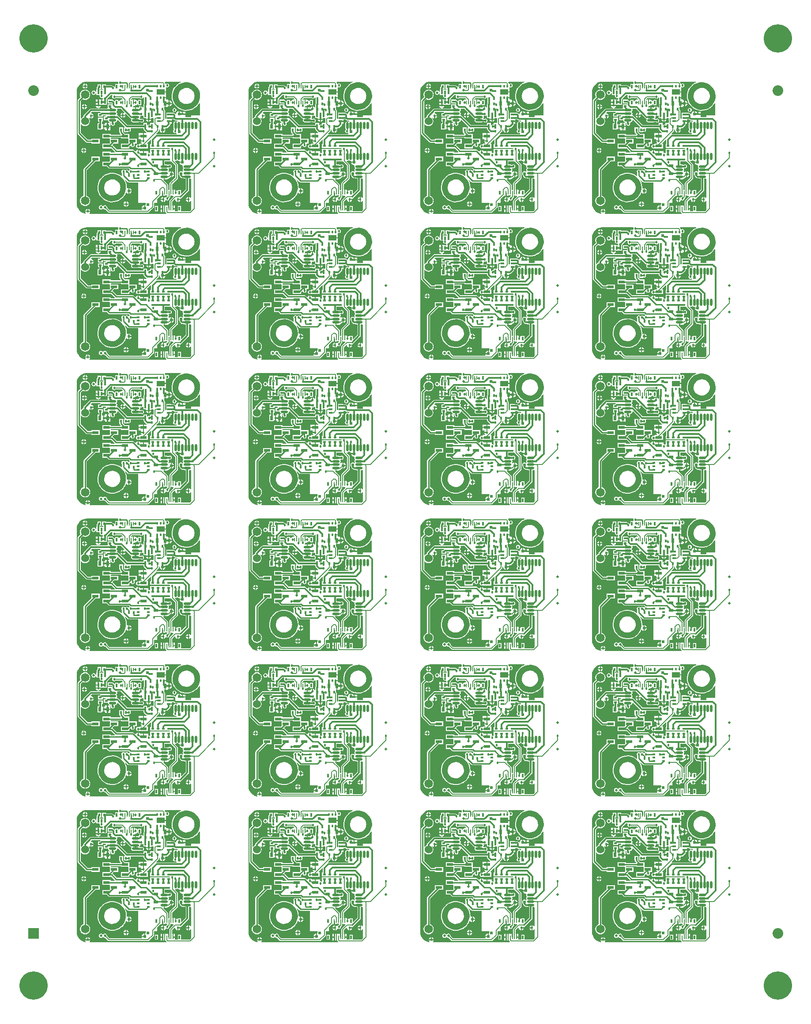
<source format=gtl>
G04 Layer_Physical_Order=1*
G04 Layer_Color=255*
%FSLAX24Y24*%
%MOIN*%
G70*
G01*
G75*
%ADD10C,0.0800*%
%ADD11R,0.0800X0.0800*%
%ADD12O,0.0177X0.0551*%
%ADD13R,0.0236X0.0157*%
%ADD14R,0.0512X0.0236*%
%ADD15R,0.0197X0.0354*%
%ADD16R,0.0236X0.0165*%
%ADD17R,0.0079X0.0276*%
%ADD18R,0.0118X0.0276*%
%ADD19R,0.0255X0.0160*%
%ADD20R,0.0160X0.0255*%
%ADD21R,0.0157X0.0236*%
%ADD22R,0.0354X0.0197*%
%ADD23O,0.0571X0.0177*%
%ADD24R,0.0177X0.0374*%
%ADD25O,0.0118X0.0236*%
%ADD26R,0.0630X0.0394*%
%ADD27C,0.0120*%
%ADD28C,0.0080*%
%ADD29C,0.0100*%
%ADD30C,0.0070*%
%ADD31C,0.2130*%
%ADD32C,0.0180*%
%ADD33C,0.0240*%
%ADD34C,0.0650*%
%ADD35C,0.0600*%
%ADD36C,0.0200*%
%ADD37C,0.0217*%
%ADD38C,0.0220*%
G36*
X47680Y72899D02*
X50002D01*
X50034Y72849D01*
X50027Y72811D01*
X50036Y72764D01*
X50015Y72728D01*
X50003Y72715D01*
X49794D01*
Y72524D01*
X49744Y72509D01*
X49738Y72519D01*
X49688Y72552D01*
X49655Y72559D01*
X49616Y72598D01*
X49576Y72624D01*
X49530Y72633D01*
X49095D01*
Y72689D01*
X48818D01*
Y72333D01*
X48913D01*
Y72273D01*
X48646D01*
Y72333D01*
X48741D01*
Y72689D01*
X48464D01*
Y72545D01*
X48437Y72519D01*
X48411Y72479D01*
X48401Y72432D01*
Y72273D01*
X48384D01*
Y72111D01*
X48334Y72106D01*
X48330Y72123D01*
X48295Y72176D01*
X48242Y72212D01*
X48180Y72224D01*
X48117Y72212D01*
X48064Y72176D01*
X48029Y72123D01*
X48016Y72061D01*
X48029Y71999D01*
X48064Y71946D01*
X48117Y71910D01*
X48180Y71898D01*
X48242Y71910D01*
X48295Y71946D01*
X48330Y71999D01*
X48334Y72016D01*
X48384Y72011D01*
Y71897D01*
X48601D01*
X48634Y71847D01*
X48627Y71811D01*
X48638Y71753D01*
X48671Y71703D01*
X48721Y71670D01*
X48780Y71658D01*
X48827Y71667D01*
X48858Y71646D01*
X48870Y71631D01*
X48866Y71611D01*
X48874Y71575D01*
X48839Y71525D01*
X48704D01*
Y71565D01*
X48564D01*
Y71337D01*
X48524D01*
Y71297D01*
X48344D01*
Y71175D01*
X48338Y71145D01*
X48744D01*
X48748Y71149D01*
X49175D01*
Y71525D01*
X49175Y71525D01*
X49180Y71548D01*
X49180Y71549D01*
X49190Y71599D01*
X49480Y71889D01*
X49574D01*
X49601Y71839D01*
X49588Y71820D01*
X49577Y71761D01*
X49588Y71702D01*
X49621Y71653D01*
X49671Y71620D01*
X49730Y71608D01*
X49788Y71620D01*
X49838Y71653D01*
X49842Y71659D01*
X50287D01*
X50358Y71589D01*
X50339Y71543D01*
X50246D01*
Y71519D01*
X50230Y71505D01*
X50155Y71490D01*
X50093Y71448D01*
X50082Y71433D01*
X50032Y71448D01*
Y71503D01*
X49794D01*
Y71440D01*
X49744Y71419D01*
X49675Y71488D01*
X49636Y71515D01*
X49594Y71523D01*
Y71541D01*
X49238D01*
Y71263D01*
X49554D01*
X49557Y71260D01*
Y71186D01*
X49238D01*
Y70909D01*
X49217Y70867D01*
X48558D01*
X48553Y70917D01*
X48598Y70926D01*
X48661Y70968D01*
X48703Y71031D01*
X48709Y71065D01*
X48338D01*
X48345Y71031D01*
X48387Y70968D01*
X48449Y70926D01*
X48494Y70917D01*
X48489Y70867D01*
X47980D01*
X47933Y70858D01*
X47893Y70831D01*
X47443Y70381D01*
X47416Y70342D01*
X47407Y70295D01*
Y70250D01*
X47348Y70225D01*
X47273Y70168D01*
X47242Y70127D01*
X47192Y70144D01*
Y71415D01*
X47347Y71570D01*
X47429Y71536D01*
X47530Y71523D01*
X47630Y71536D01*
X47724Y71575D01*
X47804Y71636D01*
X47866Y71717D01*
X47905Y71811D01*
X47918Y71911D01*
X47905Y72012D01*
X47866Y72105D01*
X47804Y72186D01*
X47724Y72247D01*
X47630Y72286D01*
X47530Y72299D01*
X47429Y72286D01*
X47335Y72247D01*
X47255Y72186D01*
X47193Y72105D01*
X47154Y72012D01*
X47141Y71911D01*
X47154Y71811D01*
X47188Y71729D01*
X47000Y71540D01*
X46976Y71504D01*
X46967Y71461D01*
X46967Y71461D01*
Y69011D01*
X46967Y69011D01*
X46976Y68968D01*
X47000Y68932D01*
X47600Y68332D01*
X47600Y68332D01*
X47637Y68307D01*
X47680Y68299D01*
X47680Y68299D01*
X48000D01*
Y68233D01*
X48632D01*
Y68589D01*
X48000D01*
Y68523D01*
X47726D01*
X47192Y69057D01*
Y69678D01*
X47242Y69695D01*
X47273Y69654D01*
X47348Y69597D01*
X47436Y69560D01*
X47530Y69548D01*
X47624Y69560D01*
X47711Y69597D01*
X47786Y69654D01*
X47844Y69729D01*
X47880Y69817D01*
X47893Y69911D01*
X47880Y70005D01*
X47844Y70093D01*
X47805Y70144D01*
X47843Y70174D01*
X47905Y70132D01*
X47940Y70125D01*
Y70311D01*
X47980D01*
Y70351D01*
X48165D01*
X48158Y70385D01*
X48117Y70448D01*
X48054Y70490D01*
X47983Y70504D01*
X47975Y70516D01*
X47959Y70552D01*
X48030Y70623D01*
X48674D01*
X48690Y70585D01*
X48691Y70573D01*
X48645Y70527D01*
X48501D01*
Y70249D01*
X48858D01*
Y70367D01*
X48951D01*
Y70349D01*
X49085D01*
X49106Y70301D01*
X49084Y70273D01*
X48951D01*
Y69995D01*
X49250D01*
X49265Y69977D01*
X49277Y69919D01*
X49309Y69870D01*
X49357Y69838D01*
X49358Y69834D01*
X49349Y69788D01*
X49265D01*
Y69551D01*
X49423D01*
Y69764D01*
X49449Y69790D01*
X49462Y69798D01*
X49488Y69770D01*
X49477Y69711D01*
X49488Y69653D01*
X49521Y69603D01*
X49571Y69570D01*
X49630Y69558D01*
X49688Y69570D01*
X49738Y69603D01*
X49771Y69653D01*
X49782Y69711D01*
X49771Y69770D01*
X49767Y69776D01*
X49793Y69826D01*
X49810D01*
X49868Y69837D01*
X49917Y69870D01*
X49950Y69919D01*
X49962Y69977D01*
X49960Y69987D01*
X50006Y70012D01*
X50532Y69485D01*
X50513Y69439D01*
X50468D01*
Y69089D01*
X50428Y69058D01*
X50391Y69095D01*
Y69439D01*
X50114D01*
Y69083D01*
X50140Y69076D01*
X50149Y69033D01*
X50173Y68996D01*
X50222Y68947D01*
X50215Y68897D01*
X49459D01*
Y68963D01*
X48827D01*
Y68607D01*
X49358D01*
X49400Y68589D01*
X49400Y68557D01*
Y68254D01*
X49362Y68215D01*
X48827D01*
Y67859D01*
X49459D01*
Y67859D01*
X49509Y67873D01*
X49785Y67597D01*
X49766Y67547D01*
X49459D01*
Y67613D01*
X48827D01*
Y67257D01*
X49358D01*
X49400Y67239D01*
Y66904D01*
X49362Y66865D01*
X48827D01*
Y66509D01*
X49162D01*
X49292Y66380D01*
X49292Y66380D01*
X49328Y66355D01*
X49371Y66347D01*
X50833D01*
X50889Y66291D01*
X50892Y66253D01*
X50887Y66229D01*
X50871Y66219D01*
X50860Y66202D01*
X50799D01*
X50788Y66219D01*
X50738Y66252D01*
X50680Y66264D01*
X50621Y66252D01*
X50571Y66219D01*
X50538D01*
X50488Y66252D01*
X50430Y66264D01*
X50371Y66252D01*
X50321Y66219D01*
X50288Y66170D01*
X50277Y66111D01*
X50288Y66052D01*
X50317Y66009D01*
Y65811D01*
X50317Y65811D01*
X50319Y65804D01*
X50273Y65777D01*
X50240Y65807D01*
X50234Y65809D01*
X50230Y65814D01*
X50055Y65917D01*
X50048Y65918D01*
X50044Y65923D01*
X49852Y65990D01*
X49845Y65990D01*
X49840Y65993D01*
X49638Y66022D01*
X49632Y66021D01*
X49626Y66023D01*
X49423Y66013D01*
X49417Y66010D01*
X49410Y66011D01*
X49213Y65962D01*
X49208Y65958D01*
X49201Y65958D01*
X49017Y65871D01*
X49013Y65866D01*
X49006Y65865D01*
X48842Y65745D01*
X48839Y65739D01*
X48833Y65736D01*
X48695Y65587D01*
X48693Y65580D01*
X48688Y65577D01*
X48581Y65403D01*
X48580Y65397D01*
X48576Y65392D01*
X48505Y65201D01*
X48505Y65195D01*
X48502Y65189D01*
X48469Y64988D01*
X48471Y64982D01*
X48469Y64976D01*
X48475Y64773D01*
X48478Y64767D01*
X48477Y64760D01*
X48523Y64562D01*
X48527Y64557D01*
X48527Y64550D01*
X48610Y64365D01*
X48615Y64360D01*
X48616Y64354D01*
X48734Y64188D01*
X48739Y64184D01*
X48742Y64178D01*
X48889Y64038D01*
X48895Y64036D01*
X48899Y64030D01*
X49071Y63921D01*
X49077Y63920D01*
X49082Y63915D01*
X49272Y63842D01*
X49278Y63842D01*
X49284Y63838D01*
X49484Y63802D01*
X49490Y63804D01*
X49496Y63801D01*
X49700Y63805D01*
X49706Y63807D01*
X49712Y63806D01*
X49911Y63849D01*
X49916Y63852D01*
X49923Y63852D01*
X50110Y63933D01*
X50114Y63937D01*
X50121Y63939D01*
X50289Y64053D01*
X50292Y64059D01*
X50298Y64061D01*
X50441Y64206D01*
X50443Y64213D01*
X50449Y64216D01*
X50561Y64386D01*
X50562Y64392D01*
X50567Y64397D01*
X50617Y64521D01*
X50667Y64526D01*
X50678Y64510D01*
X50748Y64463D01*
X50790Y64455D01*
Y64661D01*
Y64867D01*
X50748Y64859D01*
X50732Y64848D01*
X50688Y64872D01*
Y64920D01*
X50688Y64920D01*
X50688Y64921D01*
X50687Y64938D01*
X50687Y64939D01*
X50687Y64939D01*
X50687Y64957D01*
X50687Y64957D01*
X50687Y64958D01*
X50686Y64975D01*
X50686Y64976D01*
X50686Y64976D01*
X50685Y64985D01*
X50685Y64985D01*
X50685Y64985D01*
X50685Y64985D01*
X50685Y64985D01*
X50685Y64985D01*
X50679Y65086D01*
X50676Y65092D01*
X50677Y65099D01*
X50624Y65295D01*
X50620Y65300D01*
X50620Y65307D01*
X50538Y65473D01*
X50580Y65502D01*
X50750Y65332D01*
X50750Y65332D01*
X50787Y65307D01*
X50830Y65299D01*
X51530D01*
Y63761D01*
X52103D01*
X52130Y63711D01*
X52110Y63681D01*
X52098Y63623D01*
X52070Y63590D01*
Y63361D01*
X52030D01*
Y63321D01*
X51813D01*
X51822Y63275D01*
X51834Y63257D01*
X51811Y63213D01*
X49372D01*
X49190Y63395D01*
X49193Y63411D01*
X49180Y63473D01*
X49145Y63526D01*
X49092Y63562D01*
X49030Y63574D01*
X48967Y63562D01*
X48914Y63526D01*
X48905Y63512D01*
X48855D01*
X48845Y63526D01*
X48792Y63562D01*
X48730Y63574D01*
X48667Y63562D01*
X48614Y63526D01*
X48579Y63473D01*
X48566Y63411D01*
X48579Y63349D01*
X48614Y63296D01*
X48667Y63260D01*
X48730Y63248D01*
X48792Y63260D01*
X48845Y63296D01*
X48855Y63310D01*
X48905D01*
X48914Y63296D01*
X48967Y63260D01*
X49030Y63248D01*
X49045Y63251D01*
X49257Y63039D01*
X49291Y63017D01*
X49330Y63009D01*
X52280D01*
X52319Y63017D01*
X52352Y63039D01*
X52702Y63389D01*
X52724Y63422D01*
X52731Y63461D01*
Y63761D01*
X52980D01*
Y64042D01*
X53201Y64264D01*
X53246Y64280D01*
Y64280D01*
X53246Y64280D01*
X53346D01*
Y64517D01*
X53426D01*
Y64280D01*
X53525D01*
Y64320D01*
X53731D01*
X53745Y64282D01*
X53718Y64236D01*
X53673Y64226D01*
X53623Y64193D01*
X53610Y64173D01*
X53603Y64169D01*
X53547Y64161D01*
X53546Y64161D01*
X53504Y64190D01*
X53470Y64197D01*
Y64011D01*
Y63825D01*
X53504Y63832D01*
X53567Y63874D01*
X53608Y63937D01*
X53662Y63951D01*
X53673Y63944D01*
X53731Y63932D01*
X53790Y63944D01*
X53840Y63977D01*
X53873Y64027D01*
X53884Y64085D01*
X53883Y64092D01*
X53930Y64140D01*
X53952Y64173D01*
X53960Y64212D01*
Y64320D01*
X54034D01*
Y64280D01*
X54189D01*
X54208Y64233D01*
X53944Y63969D01*
X53922Y63936D01*
X53914Y63897D01*
Y63543D01*
X53898D01*
Y63305D01*
X53818D01*
Y63543D01*
X53719D01*
Y63543D01*
X53683D01*
Y63543D01*
X53583D01*
Y63305D01*
Y63067D01*
X53603D01*
X53607Y63051D01*
X53629Y63018D01*
X53673Y62973D01*
X53652Y62923D01*
X47880D01*
X47865Y62973D01*
X47867Y62974D01*
X47909Y63037D01*
X47915Y63071D01*
X47544D01*
X47551Y63037D01*
X47588Y62982D01*
X47578Y62953D01*
X47564Y62934D01*
X47526Y62937D01*
X47378Y62982D01*
X47241Y63055D01*
X47122Y63153D01*
X47024Y63273D01*
X46951Y63409D01*
X46906Y63557D01*
X46891Y63708D01*
X46892Y63711D01*
Y72111D01*
X46891Y72114D01*
X46906Y72265D01*
X46951Y72413D01*
X47024Y72549D01*
X47122Y72669D01*
X47241Y72767D01*
X47378Y72840D01*
X47526Y72885D01*
X47676Y72900D01*
X47680Y72899D01*
D02*
G37*
G36*
X34711D02*
X37034D01*
X37066Y72849D01*
X37058Y72811D01*
X37068Y72764D01*
X37047Y72728D01*
X37035Y72715D01*
X36826D01*
Y72524D01*
X36776Y72509D01*
X36769Y72519D01*
X36720Y72552D01*
X36686Y72559D01*
X36648Y72598D01*
X36608Y72624D01*
X36561Y72633D01*
X36127D01*
Y72689D01*
X35849D01*
Y72333D01*
X35945D01*
Y72273D01*
X35677D01*
Y72333D01*
X35773D01*
Y72689D01*
X35495D01*
Y72545D01*
X35469Y72519D01*
X35442Y72479D01*
X35433Y72432D01*
Y72273D01*
X35415D01*
Y72111D01*
X35365Y72106D01*
X35362Y72123D01*
X35326Y72176D01*
X35273Y72212D01*
X35211Y72224D01*
X35149Y72212D01*
X35096Y72176D01*
X35060Y72123D01*
X35048Y72061D01*
X35060Y71999D01*
X35096Y71946D01*
X35149Y71910D01*
X35211Y71898D01*
X35273Y71910D01*
X35326Y71946D01*
X35362Y71999D01*
X35365Y72016D01*
X35415Y72011D01*
Y71897D01*
X35633D01*
X35665Y71847D01*
X35658Y71811D01*
X35670Y71753D01*
X35703Y71703D01*
X35752Y71670D01*
X35811Y71658D01*
X35858Y71667D01*
X35890Y71646D01*
X35902Y71631D01*
X35898Y71611D01*
X35905Y71575D01*
X35871Y71525D01*
X35735D01*
Y71565D01*
X35595D01*
Y71337D01*
X35555D01*
Y71297D01*
X35375D01*
Y71175D01*
X35369Y71145D01*
X35776D01*
X35779Y71149D01*
X36207D01*
Y71525D01*
X36207Y71525D01*
X36212Y71548D01*
X36212Y71549D01*
X36222Y71599D01*
X36512Y71889D01*
X36606D01*
X36632Y71839D01*
X36620Y71820D01*
X36608Y71761D01*
X36620Y71702D01*
X36653Y71653D01*
X36702Y71620D01*
X36761Y71608D01*
X36820Y71620D01*
X36869Y71653D01*
X36873Y71659D01*
X37319D01*
X37389Y71589D01*
X37370Y71543D01*
X37278D01*
Y71519D01*
X37261Y71505D01*
X37187Y71490D01*
X37124Y71448D01*
X37114Y71433D01*
X37064Y71448D01*
Y71503D01*
X36826D01*
Y71440D01*
X36776Y71419D01*
X36707Y71488D01*
X36667Y71515D01*
X36626Y71523D01*
Y71541D01*
X36269D01*
Y71263D01*
X36586D01*
X36589Y71260D01*
Y71186D01*
X36269D01*
Y70909D01*
X36249Y70867D01*
X35589D01*
X35584Y70917D01*
X35629Y70926D01*
X35692Y70968D01*
X35734Y71031D01*
X35741Y71065D01*
X35369D01*
X35376Y71031D01*
X35418Y70968D01*
X35481Y70926D01*
X35526Y70917D01*
X35521Y70867D01*
X35011D01*
X34964Y70858D01*
X34925Y70831D01*
X34475Y70381D01*
X34448Y70342D01*
X34439Y70295D01*
Y70250D01*
X34379Y70225D01*
X34304Y70168D01*
X34273Y70127D01*
X34223Y70144D01*
Y71415D01*
X34379Y71570D01*
X34461Y71536D01*
X34561Y71523D01*
X34662Y71536D01*
X34755Y71575D01*
X34836Y71636D01*
X34897Y71717D01*
X34936Y71811D01*
X34949Y71911D01*
X34936Y72012D01*
X34897Y72105D01*
X34836Y72186D01*
X34755Y72247D01*
X34662Y72286D01*
X34561Y72299D01*
X34461Y72286D01*
X34367Y72247D01*
X34286Y72186D01*
X34225Y72105D01*
X34186Y72012D01*
X34173Y71911D01*
X34186Y71811D01*
X34220Y71729D01*
X34032Y71540D01*
X34007Y71504D01*
X33999Y71461D01*
X33999Y71461D01*
Y69011D01*
X33999Y69011D01*
X34007Y68968D01*
X34032Y68932D01*
X34632Y68332D01*
X34632Y68332D01*
X34668Y68307D01*
X34711Y68299D01*
X34711Y68299D01*
X35032D01*
Y68233D01*
X35664D01*
Y68589D01*
X35032D01*
Y68523D01*
X34757D01*
X34223Y69057D01*
Y69678D01*
X34273Y69695D01*
X34304Y69654D01*
X34379Y69597D01*
X34467Y69560D01*
X34561Y69548D01*
X34655Y69560D01*
X34743Y69597D01*
X34818Y69654D01*
X34875Y69729D01*
X34912Y69817D01*
X34924Y69911D01*
X34912Y70005D01*
X34875Y70093D01*
X34836Y70144D01*
X34874Y70174D01*
X34937Y70132D01*
X34971Y70125D01*
Y70311D01*
X35011D01*
Y70351D01*
X35197D01*
X35190Y70385D01*
X35148Y70448D01*
X35085Y70490D01*
X35014Y70504D01*
X35006Y70516D01*
X34991Y70552D01*
X35062Y70623D01*
X35706D01*
X35721Y70585D01*
X35722Y70573D01*
X35677Y70527D01*
X35533D01*
Y70249D01*
X35889D01*
Y70367D01*
X35983D01*
Y70349D01*
X36116D01*
X36138Y70301D01*
X36115Y70273D01*
X35983D01*
Y69995D01*
X36282D01*
X36297Y69977D01*
X36308Y69919D01*
X36341Y69870D01*
X36389Y69838D01*
X36389Y69834D01*
X36380Y69788D01*
X36296D01*
Y69551D01*
X36455D01*
Y69764D01*
X36481Y69790D01*
X36494Y69798D01*
X36520Y69770D01*
X36508Y69711D01*
X36520Y69653D01*
X36553Y69603D01*
X36602Y69570D01*
X36661Y69558D01*
X36720Y69570D01*
X36769Y69603D01*
X36802Y69653D01*
X36814Y69711D01*
X36802Y69770D01*
X36798Y69776D01*
X36825Y69826D01*
X36842D01*
X36900Y69837D01*
X36949Y69870D01*
X36982Y69919D01*
X36993Y69977D01*
X36991Y69987D01*
X37037Y70012D01*
X37564Y69485D01*
X37545Y69439D01*
X37499D01*
Y69089D01*
X37460Y69058D01*
X37423Y69095D01*
Y69439D01*
X37145D01*
Y69083D01*
X37172Y69076D01*
X37180Y69033D01*
X37205Y68996D01*
X37254Y68947D01*
X37247Y68897D01*
X36490D01*
Y68963D01*
X35859D01*
Y68607D01*
X36389D01*
X36432Y68589D01*
X36432Y68557D01*
Y68254D01*
X36393Y68215D01*
X35859D01*
Y67859D01*
X36490D01*
Y67859D01*
X36540Y67873D01*
X36816Y67597D01*
X36797Y67547D01*
X36490D01*
Y67613D01*
X35859D01*
Y67257D01*
X36389D01*
X36432Y67239D01*
Y66904D01*
X36393Y66865D01*
X35859D01*
Y66509D01*
X36194D01*
X36323Y66380D01*
X36323Y66380D01*
X36360Y66355D01*
X36403Y66347D01*
X37865D01*
X37920Y66291D01*
X37923Y66253D01*
X37918Y66229D01*
X37903Y66219D01*
X37891Y66202D01*
X37831D01*
X37819Y66219D01*
X37770Y66252D01*
X37711Y66264D01*
X37652Y66252D01*
X37603Y66219D01*
X37569D01*
X37520Y66252D01*
X37461Y66264D01*
X37403Y66252D01*
X37353Y66219D01*
X37320Y66170D01*
X37308Y66111D01*
X37320Y66052D01*
X37349Y66009D01*
Y65811D01*
X37349Y65811D01*
X37350Y65804D01*
X37305Y65777D01*
X37272Y65807D01*
X37266Y65809D01*
X37262Y65814D01*
X37086Y65917D01*
X37080Y65918D01*
X37075Y65923D01*
X36883Y65990D01*
X36877Y65990D01*
X36871Y65993D01*
X36670Y66022D01*
X36663Y66021D01*
X36657Y66023D01*
X36454Y66013D01*
X36448Y66010D01*
X36442Y66011D01*
X36244Y65962D01*
X36239Y65958D01*
X36233Y65958D01*
X36048Y65871D01*
X36044Y65866D01*
X36038Y65865D01*
X35874Y65745D01*
X35870Y65739D01*
X35864Y65736D01*
X35727Y65587D01*
X35724Y65580D01*
X35719Y65577D01*
X35613Y65403D01*
X35612Y65397D01*
X35607Y65392D01*
X35537Y65201D01*
X35537Y65195D01*
X35533Y65189D01*
X35501Y64988D01*
X35502Y64982D01*
X35500Y64976D01*
X35507Y64773D01*
X35509Y64767D01*
X35508Y64760D01*
X35554Y64562D01*
X35558Y64557D01*
X35558Y64550D01*
X35642Y64365D01*
X35646Y64360D01*
X35648Y64354D01*
X35765Y64188D01*
X35771Y64184D01*
X35774Y64178D01*
X35921Y64038D01*
X35927Y64036D01*
X35931Y64030D01*
X36102Y63921D01*
X36109Y63920D01*
X36114Y63915D01*
X36303Y63842D01*
X36310Y63842D01*
X36315Y63838D01*
X36515Y63802D01*
X36522Y63804D01*
X36528Y63801D01*
X36731Y63805D01*
X36737Y63807D01*
X36744Y63806D01*
X36942Y63849D01*
X36948Y63852D01*
X36954Y63852D01*
X37141Y63933D01*
X37146Y63937D01*
X37152Y63939D01*
X37320Y64053D01*
X37324Y64059D01*
X37330Y64061D01*
X37472Y64206D01*
X37475Y64213D01*
X37480Y64216D01*
X37592Y64386D01*
X37594Y64392D01*
X37598Y64397D01*
X37649Y64521D01*
X37699Y64526D01*
X37710Y64510D01*
X37779Y64463D01*
X37821Y64455D01*
Y64661D01*
Y64867D01*
X37779Y64859D01*
X37763Y64848D01*
X37719Y64872D01*
Y64920D01*
X37719Y64920D01*
X37719Y64921D01*
X37719Y64938D01*
X37719Y64939D01*
X37719Y64939D01*
X37718Y64957D01*
X37718Y64957D01*
X37718Y64958D01*
X37717Y64975D01*
X37717Y64976D01*
X37717Y64976D01*
X37717Y64985D01*
X37717Y64985D01*
X37717Y64985D01*
X37717Y64985D01*
X37717Y64985D01*
X37717Y64985D01*
X37710Y65086D01*
X37707Y65092D01*
X37708Y65099D01*
X37656Y65295D01*
X37652Y65300D01*
X37651Y65307D01*
X37570Y65473D01*
X37611Y65502D01*
X37782Y65332D01*
X37782Y65332D01*
X37818Y65307D01*
X37861Y65299D01*
X38561D01*
Y63761D01*
X39135D01*
X39161Y63711D01*
X39141Y63681D01*
X39130Y63623D01*
X39101Y63590D01*
Y63361D01*
X39061D01*
Y63321D01*
X38845D01*
X38854Y63275D01*
X38866Y63257D01*
X38842Y63213D01*
X36403D01*
X36221Y63395D01*
X36224Y63411D01*
X36212Y63473D01*
X36176Y63526D01*
X36123Y63562D01*
X36061Y63574D01*
X35999Y63562D01*
X35946Y63526D01*
X35936Y63512D01*
X35886D01*
X35876Y63526D01*
X35823Y63562D01*
X35761Y63574D01*
X35699Y63562D01*
X35646Y63526D01*
X35610Y63473D01*
X35598Y63411D01*
X35610Y63349D01*
X35646Y63296D01*
X35699Y63260D01*
X35761Y63248D01*
X35823Y63260D01*
X35876Y63296D01*
X35886Y63310D01*
X35936D01*
X35946Y63296D01*
X35999Y63260D01*
X36061Y63248D01*
X36077Y63251D01*
X36289Y63039D01*
X36322Y63017D01*
X36361Y63009D01*
X39311D01*
X39350Y63017D01*
X39383Y63039D01*
X39733Y63389D01*
X39755Y63422D01*
X39763Y63461D01*
Y63761D01*
X40011D01*
Y64042D01*
X40233Y64264D01*
X40278Y64280D01*
Y64280D01*
X40278Y64280D01*
X40377D01*
Y64517D01*
X40457D01*
Y64280D01*
X40557D01*
Y64320D01*
X40763D01*
X40777Y64282D01*
X40750Y64236D01*
X40704Y64226D01*
X40655Y64193D01*
X40641Y64173D01*
X40634Y64169D01*
X40578Y64161D01*
X40578Y64161D01*
X40535Y64190D01*
X40501Y64197D01*
Y64011D01*
Y63825D01*
X40535Y63832D01*
X40598Y63874D01*
X40640Y63937D01*
X40694Y63951D01*
X40704Y63944D01*
X40763Y63932D01*
X40821Y63944D01*
X40871Y63977D01*
X40904Y64027D01*
X40916Y64085D01*
X40914Y64092D01*
X40962Y64140D01*
X40984Y64173D01*
X40992Y64212D01*
Y64320D01*
X41065D01*
Y64280D01*
X41220D01*
X41239Y64233D01*
X40975Y63969D01*
X40953Y63936D01*
X40945Y63897D01*
Y63543D01*
X40930D01*
Y63305D01*
X40850D01*
Y63543D01*
X40750D01*
Y63543D01*
X40714D01*
Y63543D01*
X40615D01*
Y63305D01*
Y63067D01*
X40635D01*
X40638Y63051D01*
X40660Y63018D01*
X40705Y62973D01*
X40684Y62923D01*
X34912D01*
X34897Y62973D01*
X34898Y62974D01*
X34940Y63037D01*
X34947Y63071D01*
X34575D01*
X34582Y63037D01*
X34619Y62982D01*
X34609Y62953D01*
X34595Y62934D01*
X34557Y62937D01*
X34409Y62982D01*
X34273Y63055D01*
X34153Y63153D01*
X34055Y63273D01*
X33982Y63409D01*
X33937Y63557D01*
X33923Y63708D01*
X33923Y63711D01*
Y72111D01*
X33923Y72114D01*
X33937Y72265D01*
X33982Y72413D01*
X34055Y72549D01*
X34153Y72669D01*
X34273Y72767D01*
X34409Y72840D01*
X34557Y72885D01*
X34708Y72900D01*
X34711Y72899D01*
D02*
G37*
G36*
X21743D02*
X24065D01*
X24097Y72849D01*
X24090Y72811D01*
X24099Y72764D01*
X24078Y72728D01*
X24066Y72715D01*
X23857D01*
Y72524D01*
X23807Y72509D01*
X23801Y72519D01*
X23751Y72552D01*
X23718Y72559D01*
X23679Y72598D01*
X23639Y72624D01*
X23593Y72633D01*
X23158D01*
Y72689D01*
X22881D01*
Y72333D01*
X22976D01*
Y72273D01*
X22709D01*
Y72333D01*
X22804D01*
Y72689D01*
X22527D01*
Y72545D01*
X22500Y72519D01*
X22474Y72479D01*
X22464Y72432D01*
Y72273D01*
X22447D01*
Y72111D01*
X22397Y72106D01*
X22393Y72123D01*
X22358Y72176D01*
X22305Y72212D01*
X22243Y72224D01*
X22180Y72212D01*
X22127Y72176D01*
X22092Y72123D01*
X22079Y72061D01*
X22092Y71999D01*
X22127Y71946D01*
X22180Y71910D01*
X22243Y71898D01*
X22305Y71910D01*
X22358Y71946D01*
X22393Y71999D01*
X22397Y72016D01*
X22447Y72011D01*
Y71897D01*
X22664D01*
X22697Y71847D01*
X22690Y71811D01*
X22701Y71753D01*
X22734Y71703D01*
X22784Y71670D01*
X22843Y71658D01*
X22890Y71667D01*
X22921Y71646D01*
X22933Y71631D01*
X22929Y71611D01*
X22937Y71575D01*
X22902Y71525D01*
X22767D01*
Y71565D01*
X22627D01*
Y71337D01*
X22587D01*
Y71297D01*
X22407D01*
Y71175D01*
X22401Y71145D01*
X22807D01*
X22811Y71149D01*
X23238D01*
Y71525D01*
X23238Y71525D01*
X23243Y71548D01*
X23243Y71549D01*
X23253Y71599D01*
X23543Y71889D01*
X23637D01*
X23664Y71839D01*
X23651Y71820D01*
X23640Y71761D01*
X23651Y71702D01*
X23684Y71653D01*
X23734Y71620D01*
X23793Y71608D01*
X23851Y71620D01*
X23901Y71653D01*
X23905Y71659D01*
X24350D01*
X24421Y71589D01*
X24402Y71543D01*
X24309D01*
Y71519D01*
X24293Y71505D01*
X24218Y71490D01*
X24156Y71448D01*
X24145Y71433D01*
X24095Y71448D01*
Y71503D01*
X23857D01*
Y71440D01*
X23807Y71419D01*
X23738Y71488D01*
X23699Y71515D01*
X23657Y71523D01*
Y71541D01*
X23301D01*
Y71263D01*
X23617D01*
X23620Y71260D01*
Y71186D01*
X23301D01*
Y70909D01*
X23280Y70867D01*
X22621D01*
X22616Y70917D01*
X22661Y70926D01*
X22724Y70968D01*
X22766Y71031D01*
X22772Y71065D01*
X22401D01*
X22408Y71031D01*
X22450Y70968D01*
X22512Y70926D01*
X22557Y70917D01*
X22552Y70867D01*
X22043D01*
X21996Y70858D01*
X21956Y70831D01*
X21506Y70381D01*
X21479Y70342D01*
X21470Y70295D01*
Y70250D01*
X21411Y70225D01*
X21336Y70168D01*
X21305Y70127D01*
X21255Y70144D01*
Y71415D01*
X21410Y71570D01*
X21492Y71536D01*
X21593Y71523D01*
X21693Y71536D01*
X21787Y71575D01*
X21867Y71636D01*
X21929Y71717D01*
X21968Y71811D01*
X21981Y71911D01*
X21968Y72012D01*
X21929Y72105D01*
X21867Y72186D01*
X21787Y72247D01*
X21693Y72286D01*
X21593Y72299D01*
X21492Y72286D01*
X21398Y72247D01*
X21318Y72186D01*
X21256Y72105D01*
X21217Y72012D01*
X21204Y71911D01*
X21217Y71811D01*
X21251Y71729D01*
X21063Y71540D01*
X21039Y71504D01*
X21030Y71461D01*
X21030Y71461D01*
Y69011D01*
X21030Y69011D01*
X21039Y68968D01*
X21063Y68932D01*
X21663Y68332D01*
X21663Y68332D01*
X21700Y68307D01*
X21743Y68299D01*
X21743Y68299D01*
X22063D01*
Y68233D01*
X22695D01*
Y68589D01*
X22063D01*
Y68523D01*
X21789D01*
X21255Y69057D01*
Y69678D01*
X21305Y69695D01*
X21336Y69654D01*
X21411Y69597D01*
X21499Y69560D01*
X21593Y69548D01*
X21686Y69560D01*
X21774Y69597D01*
X21849Y69654D01*
X21907Y69729D01*
X21943Y69817D01*
X21956Y69911D01*
X21943Y70005D01*
X21907Y70093D01*
X21868Y70144D01*
X21906Y70174D01*
X21968Y70132D01*
X22003Y70125D01*
Y70311D01*
X22043D01*
Y70351D01*
X22228D01*
X22221Y70385D01*
X22180Y70448D01*
X22117Y70490D01*
X22046Y70504D01*
X22038Y70516D01*
X22022Y70552D01*
X22093Y70623D01*
X22737D01*
X22753Y70585D01*
X22754Y70573D01*
X22708Y70527D01*
X22564D01*
Y70249D01*
X22921D01*
Y70367D01*
X23014D01*
Y70349D01*
X23148D01*
X23169Y70301D01*
X23147Y70273D01*
X23014D01*
Y69995D01*
X23313D01*
X23328Y69977D01*
X23340Y69919D01*
X23372Y69870D01*
X23420Y69838D01*
X23421Y69834D01*
X23412Y69788D01*
X23328D01*
Y69551D01*
X23486D01*
Y69764D01*
X23512Y69790D01*
X23525Y69798D01*
X23551Y69770D01*
X23540Y69711D01*
X23551Y69653D01*
X23584Y69603D01*
X23634Y69570D01*
X23693Y69558D01*
X23751Y69570D01*
X23801Y69603D01*
X23834Y69653D01*
X23845Y69711D01*
X23834Y69770D01*
X23830Y69776D01*
X23856Y69826D01*
X23873D01*
X23931Y69837D01*
X23980Y69870D01*
X24013Y69919D01*
X24025Y69977D01*
X24023Y69987D01*
X24069Y70012D01*
X24595Y69485D01*
X24576Y69439D01*
X24531D01*
Y69089D01*
X24491Y69058D01*
X24454Y69095D01*
Y69439D01*
X24177D01*
Y69083D01*
X24203Y69076D01*
X24212Y69033D01*
X24236Y68996D01*
X24285Y68947D01*
X24278Y68897D01*
X23522D01*
Y68963D01*
X22890D01*
Y68607D01*
X23421D01*
X23463Y68589D01*
X23463Y68557D01*
Y68254D01*
X23425Y68215D01*
X22890D01*
Y67859D01*
X23522D01*
Y67859D01*
X23572Y67873D01*
X23848Y67597D01*
X23829Y67547D01*
X23522D01*
Y67613D01*
X22890D01*
Y67257D01*
X23421D01*
X23463Y67239D01*
Y66904D01*
X23425Y66865D01*
X22890D01*
Y66509D01*
X23225D01*
X23355Y66380D01*
X23355Y66380D01*
X23391Y66355D01*
X23434Y66347D01*
X24896D01*
X24952Y66291D01*
X24955Y66253D01*
X24950Y66229D01*
X24934Y66219D01*
X24923Y66202D01*
X24862D01*
X24851Y66219D01*
X24801Y66252D01*
X24743Y66264D01*
X24684Y66252D01*
X24634Y66219D01*
X24601D01*
X24551Y66252D01*
X24493Y66264D01*
X24434Y66252D01*
X24384Y66219D01*
X24351Y66170D01*
X24340Y66111D01*
X24351Y66052D01*
X24380Y66009D01*
Y65811D01*
X24380Y65811D01*
X24382Y65804D01*
X24336Y65777D01*
X24303Y65807D01*
X24297Y65809D01*
X24293Y65814D01*
X24118Y65917D01*
X24111Y65918D01*
X24107Y65923D01*
X23915Y65990D01*
X23908Y65990D01*
X23903Y65993D01*
X23701Y66022D01*
X23695Y66021D01*
X23689Y66023D01*
X23486Y66013D01*
X23480Y66010D01*
X23473Y66011D01*
X23276Y65962D01*
X23271Y65958D01*
X23264Y65958D01*
X23080Y65871D01*
X23076Y65866D01*
X23069Y65865D01*
X22905Y65745D01*
X22902Y65739D01*
X22896Y65736D01*
X22758Y65587D01*
X22756Y65580D01*
X22751Y65577D01*
X22644Y65403D01*
X22643Y65397D01*
X22639Y65392D01*
X22568Y65201D01*
X22568Y65195D01*
X22565Y65189D01*
X22532Y64988D01*
X22534Y64982D01*
X22531Y64976D01*
X22538Y64773D01*
X22541Y64767D01*
X22540Y64760D01*
X22586Y64562D01*
X22590Y64557D01*
X22590Y64550D01*
X22673Y64365D01*
X22678Y64360D01*
X22679Y64354D01*
X22797Y64188D01*
X22802Y64184D01*
X22805Y64178D01*
X22952Y64038D01*
X22958Y64036D01*
X22962Y64030D01*
X23134Y63921D01*
X23140Y63920D01*
X23145Y63915D01*
X23335Y63842D01*
X23341Y63842D01*
X23347Y63838D01*
X23547Y63802D01*
X23553Y63804D01*
X23559Y63801D01*
X23763Y63805D01*
X23769Y63807D01*
X23775Y63806D01*
X23974Y63849D01*
X23979Y63852D01*
X23986Y63852D01*
X24173Y63933D01*
X24177Y63937D01*
X24184Y63939D01*
X24352Y64053D01*
X24355Y64059D01*
X24361Y64061D01*
X24504Y64206D01*
X24506Y64213D01*
X24512Y64216D01*
X24624Y64386D01*
X24625Y64392D01*
X24630Y64397D01*
X24680Y64521D01*
X24730Y64526D01*
X24741Y64510D01*
X24811Y64463D01*
X24853Y64455D01*
Y64661D01*
Y64867D01*
X24811Y64859D01*
X24795Y64848D01*
X24751Y64872D01*
Y64920D01*
X24751Y64920D01*
X24751Y64921D01*
X24750Y64938D01*
X24750Y64939D01*
X24750Y64939D01*
X24750Y64957D01*
X24750Y64957D01*
X24750Y64958D01*
X24749Y64975D01*
X24749Y64976D01*
X24749Y64976D01*
X24748Y64985D01*
X24748Y64985D01*
X24748Y64985D01*
X24748Y64985D01*
X24748Y64985D01*
X24748Y64985D01*
X24742Y65086D01*
X24739Y65092D01*
X24739Y65099D01*
X24687Y65295D01*
X24683Y65300D01*
X24683Y65307D01*
X24601Y65473D01*
X24643Y65502D01*
X24813Y65332D01*
X24813Y65332D01*
X24850Y65307D01*
X24893Y65299D01*
X25593D01*
Y63761D01*
X26166D01*
X26193Y63711D01*
X26173Y63681D01*
X26161Y63623D01*
X26133Y63590D01*
Y63361D01*
X26093D01*
Y63321D01*
X25876D01*
X25885Y63275D01*
X25897Y63257D01*
X25874Y63213D01*
X23435D01*
X23253Y63395D01*
X23256Y63411D01*
X23243Y63473D01*
X23208Y63526D01*
X23155Y63562D01*
X23093Y63574D01*
X23030Y63562D01*
X22977Y63526D01*
X22968Y63512D01*
X22918D01*
X22908Y63526D01*
X22855Y63562D01*
X22793Y63574D01*
X22730Y63562D01*
X22677Y63526D01*
X22642Y63473D01*
X22629Y63411D01*
X22642Y63349D01*
X22677Y63296D01*
X22730Y63260D01*
X22793Y63248D01*
X22855Y63260D01*
X22908Y63296D01*
X22918Y63310D01*
X22968D01*
X22977Y63296D01*
X23030Y63260D01*
X23093Y63248D01*
X23108Y63251D01*
X23320Y63039D01*
X23354Y63017D01*
X23393Y63009D01*
X26343D01*
X26382Y63017D01*
X26415Y63039D01*
X26765Y63389D01*
X26787Y63422D01*
X26794Y63461D01*
Y63761D01*
X27043D01*
Y64042D01*
X27264Y64264D01*
X27309Y64280D01*
Y64280D01*
X27309Y64280D01*
X27409D01*
Y64517D01*
X27489D01*
Y64280D01*
X27588D01*
Y64320D01*
X27794D01*
X27808Y64282D01*
X27781Y64236D01*
X27736Y64226D01*
X27686Y64193D01*
X27673Y64173D01*
X27666Y64169D01*
X27610Y64161D01*
X27609Y64161D01*
X27567Y64190D01*
X27533Y64197D01*
Y64011D01*
Y63825D01*
X27567Y63832D01*
X27629Y63874D01*
X27671Y63937D01*
X27725Y63951D01*
X27736Y63944D01*
X27794Y63932D01*
X27853Y63944D01*
X27903Y63977D01*
X27936Y64027D01*
X27947Y64085D01*
X27946Y64092D01*
X27993Y64140D01*
X28015Y64173D01*
X28023Y64212D01*
Y64320D01*
X28097D01*
Y64280D01*
X28252D01*
X28271Y64233D01*
X28007Y63969D01*
X27985Y63936D01*
X27977Y63897D01*
Y63543D01*
X27961D01*
Y63305D01*
X27881D01*
Y63543D01*
X27782D01*
Y63543D01*
X27746D01*
Y63543D01*
X27646D01*
Y63305D01*
Y63067D01*
X27666D01*
X27670Y63051D01*
X27692Y63018D01*
X27736Y62973D01*
X27715Y62923D01*
X21943D01*
X21928Y62973D01*
X21930Y62974D01*
X21971Y63037D01*
X21978Y63071D01*
X21607D01*
X21614Y63037D01*
X21651Y62982D01*
X21641Y62953D01*
X21627Y62934D01*
X21589Y62937D01*
X21441Y62982D01*
X21304Y63055D01*
X21185Y63153D01*
X21087Y63273D01*
X21014Y63409D01*
X20969Y63557D01*
X20954Y63708D01*
X20955Y63711D01*
Y72111D01*
X20954Y72114D01*
X20969Y72265D01*
X21014Y72413D01*
X21087Y72549D01*
X21185Y72669D01*
X21304Y72767D01*
X21441Y72840D01*
X21589Y72885D01*
X21739Y72900D01*
X21743Y72899D01*
D02*
G37*
G36*
X8774D02*
X11097D01*
X11129Y72849D01*
X11121Y72811D01*
X11130Y72764D01*
X11110Y72728D01*
X11098Y72715D01*
X10889D01*
Y72524D01*
X10839Y72509D01*
X10832Y72519D01*
X10783Y72552D01*
X10749Y72559D01*
X10711Y72598D01*
X10671Y72624D01*
X10624Y72633D01*
X10190D01*
Y72689D01*
X9912D01*
Y72333D01*
X10008D01*
Y72273D01*
X9740D01*
Y72333D01*
X9836D01*
Y72689D01*
X9558D01*
Y72545D01*
X9532Y72519D01*
X9505Y72479D01*
X9496Y72432D01*
Y72273D01*
X9478D01*
Y72111D01*
X9428Y72106D01*
X9425Y72123D01*
X9389Y72176D01*
X9336Y72212D01*
X9274Y72224D01*
X9212Y72212D01*
X9159Y72176D01*
X9123Y72123D01*
X9111Y72061D01*
X9123Y71999D01*
X9159Y71946D01*
X9212Y71910D01*
X9274Y71898D01*
X9336Y71910D01*
X9389Y71946D01*
X9425Y71999D01*
X9428Y72016D01*
X9478Y72011D01*
Y71897D01*
X9696D01*
X9728Y71847D01*
X9721Y71811D01*
X9733Y71753D01*
X9766Y71703D01*
X9815Y71670D01*
X9874Y71658D01*
X9921Y71667D01*
X9953Y71646D01*
X9965Y71631D01*
X9961Y71611D01*
X9968Y71575D01*
X9934Y71525D01*
X9798D01*
Y71565D01*
X9658D01*
Y71337D01*
X9618D01*
Y71297D01*
X9438D01*
Y71175D01*
X9432Y71145D01*
X9839D01*
X9842Y71149D01*
X10270D01*
Y71525D01*
X10270Y71525D01*
X10275Y71548D01*
X10275Y71549D01*
X10285Y71599D01*
X10575Y71889D01*
X10669D01*
X10696Y71839D01*
X10683Y71820D01*
X10671Y71761D01*
X10683Y71702D01*
X10716Y71653D01*
X10765Y71620D01*
X10824Y71608D01*
X10883Y71620D01*
X10932Y71653D01*
X10936Y71659D01*
X11382D01*
X11452Y71589D01*
X11433Y71543D01*
X11341D01*
Y71519D01*
X11324Y71505D01*
X11250Y71490D01*
X11187Y71448D01*
X11177Y71433D01*
X11127Y71448D01*
Y71503D01*
X10889D01*
Y71440D01*
X10839Y71419D01*
X10770Y71488D01*
X10730Y71515D01*
X10689Y71523D01*
Y71541D01*
X10332D01*
Y71263D01*
X10649D01*
X10652Y71260D01*
Y71186D01*
X10332D01*
Y70909D01*
X10312Y70867D01*
X9652D01*
X9647Y70917D01*
X9692Y70926D01*
X9755Y70968D01*
X9797Y71031D01*
X9804Y71065D01*
X9432D01*
X9439Y71031D01*
X9481Y70968D01*
X9544Y70926D01*
X9589Y70917D01*
X9584Y70867D01*
X9074D01*
X9027Y70858D01*
X8988Y70831D01*
X8537Y70381D01*
X8511Y70342D01*
X8502Y70295D01*
Y70250D01*
X8442Y70225D01*
X8367Y70168D01*
X8336Y70127D01*
X8286Y70144D01*
Y71415D01*
X8442Y71570D01*
X8524Y71536D01*
X8624Y71523D01*
X8725Y71536D01*
X8818Y71575D01*
X8899Y71636D01*
X8960Y71717D01*
X8999Y71811D01*
X9012Y71911D01*
X8999Y72012D01*
X8960Y72105D01*
X8899Y72186D01*
X8818Y72247D01*
X8725Y72286D01*
X8624Y72299D01*
X8524Y72286D01*
X8430Y72247D01*
X8349Y72186D01*
X8288Y72105D01*
X8249Y72012D01*
X8236Y71911D01*
X8249Y71811D01*
X8283Y71729D01*
X8095Y71540D01*
X8070Y71504D01*
X8062Y71461D01*
X8062Y71461D01*
Y69011D01*
X8062Y69011D01*
X8070Y68968D01*
X8095Y68932D01*
X8695Y68332D01*
X8695Y68332D01*
X8731Y68307D01*
X8774Y68299D01*
X8774Y68299D01*
X9095D01*
Y68233D01*
X9727D01*
Y68589D01*
X9095D01*
Y68523D01*
X8820D01*
X8286Y69057D01*
Y69678D01*
X8336Y69695D01*
X8367Y69654D01*
X8442Y69597D01*
X8530Y69560D01*
X8624Y69548D01*
X8718Y69560D01*
X8806Y69597D01*
X8881Y69654D01*
X8938Y69729D01*
X8975Y69817D01*
X8987Y69911D01*
X8975Y70005D01*
X8938Y70093D01*
X8899Y70144D01*
X8937Y70174D01*
X9000Y70132D01*
X9034Y70125D01*
Y70311D01*
X9074D01*
Y70351D01*
X9260D01*
X9253Y70385D01*
X9211Y70448D01*
X9148Y70490D01*
X9077Y70504D01*
X9069Y70516D01*
X9054Y70552D01*
X9125Y70623D01*
X9769D01*
X9784Y70585D01*
X9785Y70573D01*
X9740Y70527D01*
X9596D01*
Y70249D01*
X9952D01*
Y70367D01*
X10046D01*
Y70349D01*
X10179D01*
X10201Y70301D01*
X10178Y70273D01*
X10046D01*
Y69995D01*
X10345D01*
X10360Y69977D01*
X10371Y69919D01*
X10404Y69870D01*
X10452Y69838D01*
X10452Y69834D01*
X10443Y69788D01*
X10359D01*
Y69551D01*
X10518D01*
Y69764D01*
X10544Y69790D01*
X10557Y69798D01*
X10583Y69770D01*
X10571Y69711D01*
X10583Y69653D01*
X10616Y69603D01*
X10665Y69570D01*
X10724Y69558D01*
X10783Y69570D01*
X10832Y69603D01*
X10865Y69653D01*
X10877Y69711D01*
X10865Y69770D01*
X10861Y69776D01*
X10888Y69826D01*
X10905D01*
X10963Y69837D01*
X11012Y69870D01*
X11045Y69919D01*
X11056Y69977D01*
X11054Y69987D01*
X11100Y70012D01*
X11627Y69485D01*
X11608Y69439D01*
X11562D01*
Y69089D01*
X11523Y69058D01*
X11486Y69095D01*
Y69439D01*
X11208D01*
Y69083D01*
X11235Y69076D01*
X11243Y69033D01*
X11268Y68996D01*
X11317Y68947D01*
X11310Y68897D01*
X10553D01*
Y68963D01*
X9922D01*
Y68607D01*
X10452D01*
X10495Y68589D01*
X10495Y68557D01*
Y68254D01*
X10456Y68215D01*
X9922D01*
Y67859D01*
X10553D01*
Y67859D01*
X10603Y67873D01*
X10879Y67597D01*
X10860Y67547D01*
X10553D01*
Y67613D01*
X9922D01*
Y67257D01*
X10452D01*
X10495Y67239D01*
Y66904D01*
X10456Y66865D01*
X9922D01*
Y66509D01*
X10257D01*
X10386Y66380D01*
X10386Y66380D01*
X10423Y66355D01*
X10466Y66347D01*
X11928D01*
X11983Y66291D01*
X11986Y66253D01*
X11981Y66229D01*
X11966Y66219D01*
X11954Y66202D01*
X11894D01*
X11882Y66219D01*
X11833Y66252D01*
X11774Y66264D01*
X11715Y66252D01*
X11666Y66219D01*
X11632D01*
X11583Y66252D01*
X11524Y66264D01*
X11465Y66252D01*
X11416Y66219D01*
X11383Y66170D01*
X11371Y66111D01*
X11383Y66052D01*
X11412Y66009D01*
Y65811D01*
X11412Y65811D01*
X11413Y65804D01*
X11368Y65777D01*
X11335Y65807D01*
X11329Y65809D01*
X11325Y65814D01*
X11149Y65917D01*
X11143Y65918D01*
X11138Y65923D01*
X10946Y65990D01*
X10940Y65990D01*
X10934Y65993D01*
X10733Y66022D01*
X10726Y66021D01*
X10720Y66023D01*
X10517Y66013D01*
X10511Y66010D01*
X10505Y66011D01*
X10307Y65962D01*
X10302Y65958D01*
X10296Y65958D01*
X10111Y65871D01*
X10107Y65866D01*
X10101Y65865D01*
X9937Y65745D01*
X9933Y65739D01*
X9927Y65736D01*
X9790Y65587D01*
X9787Y65580D01*
X9782Y65577D01*
X9676Y65403D01*
X9675Y65397D01*
X9670Y65392D01*
X9600Y65201D01*
X9600Y65195D01*
X9596Y65189D01*
X9564Y64988D01*
X9565Y64982D01*
X9563Y64976D01*
X9570Y64773D01*
X9572Y64767D01*
X9571Y64760D01*
X9617Y64562D01*
X9621Y64557D01*
X9621Y64550D01*
X9705Y64365D01*
X9709Y64360D01*
X9711Y64354D01*
X9828Y64188D01*
X9834Y64184D01*
X9837Y64178D01*
X9984Y64038D01*
X9990Y64036D01*
X9994Y64030D01*
X10165Y63921D01*
X10172Y63920D01*
X10177Y63915D01*
X10366Y63842D01*
X10373Y63842D01*
X10378Y63838D01*
X10578Y63802D01*
X10585Y63804D01*
X10591Y63801D01*
X10794Y63805D01*
X10800Y63807D01*
X10807Y63806D01*
X11005Y63849D01*
X11011Y63852D01*
X11017Y63852D01*
X11204Y63933D01*
X11209Y63937D01*
X11215Y63939D01*
X11383Y64053D01*
X11387Y64059D01*
X11393Y64061D01*
X11535Y64206D01*
X11538Y64213D01*
X11543Y64216D01*
X11655Y64386D01*
X11657Y64392D01*
X11661Y64397D01*
X11712Y64521D01*
X11762Y64526D01*
X11773Y64510D01*
X11842Y64463D01*
X11884Y64455D01*
Y64661D01*
Y64867D01*
X11842Y64859D01*
X11826Y64848D01*
X11782Y64872D01*
Y64920D01*
X11782Y64920D01*
X11782Y64921D01*
X11782Y64938D01*
X11782Y64939D01*
X11782Y64939D01*
X11781Y64957D01*
X11781Y64957D01*
X11781Y64958D01*
X11780Y64975D01*
X11780Y64976D01*
X11780Y64976D01*
X11780Y64985D01*
X11780Y64985D01*
X11780Y64985D01*
X11780Y64985D01*
X11780Y64985D01*
X11780Y64985D01*
X11773Y65086D01*
X11770Y65092D01*
X11771Y65099D01*
X11719Y65295D01*
X11715Y65300D01*
X11714Y65307D01*
X11633Y65473D01*
X11674Y65502D01*
X11845Y65332D01*
X11845Y65332D01*
X11881Y65307D01*
X11924Y65299D01*
X12624D01*
Y63761D01*
X13198D01*
X13224Y63711D01*
X13204Y63681D01*
X13193Y63623D01*
X13164Y63590D01*
Y63361D01*
X13124D01*
Y63321D01*
X12908D01*
X12917Y63275D01*
X12929Y63257D01*
X12905Y63213D01*
X10466D01*
X10284Y63395D01*
X10287Y63411D01*
X10275Y63473D01*
X10239Y63526D01*
X10186Y63562D01*
X10124Y63574D01*
X10062Y63562D01*
X10009Y63526D01*
X9999Y63512D01*
X9949D01*
X9939Y63526D01*
X9886Y63562D01*
X9824Y63574D01*
X9762Y63562D01*
X9709Y63526D01*
X9673Y63473D01*
X9661Y63411D01*
X9673Y63349D01*
X9709Y63296D01*
X9762Y63260D01*
X9824Y63248D01*
X9886Y63260D01*
X9939Y63296D01*
X9949Y63310D01*
X9999D01*
X10009Y63296D01*
X10062Y63260D01*
X10124Y63248D01*
X10140Y63251D01*
X10352Y63039D01*
X10385Y63017D01*
X10424Y63009D01*
X13374D01*
X13413Y63017D01*
X13446Y63039D01*
X13796Y63389D01*
X13818Y63422D01*
X13826Y63461D01*
Y63761D01*
X14074D01*
Y64042D01*
X14296Y64264D01*
X14341Y64280D01*
Y64280D01*
X14341Y64280D01*
X14440D01*
Y64517D01*
X14520D01*
Y64280D01*
X14620D01*
Y64320D01*
X14826D01*
X14840Y64282D01*
X14813Y64236D01*
X14767Y64226D01*
X14718Y64193D01*
X14704Y64173D01*
X14697Y64169D01*
X14641Y64161D01*
X14641Y64161D01*
X14598Y64190D01*
X14564Y64197D01*
Y64011D01*
Y63825D01*
X14598Y63832D01*
X14661Y63874D01*
X14703Y63937D01*
X14757Y63951D01*
X14767Y63944D01*
X14826Y63932D01*
X14884Y63944D01*
X14934Y63977D01*
X14967Y64027D01*
X14979Y64085D01*
X14977Y64092D01*
X15025Y64140D01*
X15047Y64173D01*
X15055Y64212D01*
Y64320D01*
X15128D01*
Y64280D01*
X15283D01*
X15302Y64233D01*
X15038Y63969D01*
X15016Y63936D01*
X15008Y63897D01*
Y63543D01*
X14993D01*
Y63305D01*
X14913D01*
Y63543D01*
X14813D01*
Y63543D01*
X14777D01*
Y63543D01*
X14678D01*
Y63305D01*
Y63067D01*
X14698D01*
X14701Y63051D01*
X14723Y63018D01*
X14768Y62973D01*
X14747Y62923D01*
X8975D01*
X8960Y62973D01*
X8961Y62974D01*
X9003Y63037D01*
X9010Y63071D01*
X8638D01*
X8645Y63037D01*
X8682Y62982D01*
X8672Y62953D01*
X8658Y62934D01*
X8620Y62937D01*
X8472Y62982D01*
X8336Y63055D01*
X8216Y63153D01*
X8118Y63273D01*
X8045Y63409D01*
X8000Y63557D01*
X7986Y63708D01*
X7986Y63711D01*
Y72111D01*
X7986Y72114D01*
X8000Y72265D01*
X8045Y72413D01*
X8118Y72549D01*
X8216Y72669D01*
X8336Y72767D01*
X8472Y72840D01*
X8620Y72885D01*
X8771Y72900D01*
X8774Y72899D01*
D02*
G37*
G36*
X54782Y72849D02*
X54617Y72771D01*
X54613Y72766D01*
X54606Y72765D01*
X54442Y72645D01*
X54439Y72639D01*
X54433Y72636D01*
X54295Y72487D01*
X54293Y72480D01*
X54288Y72477D01*
X54181Y72303D01*
X54180Y72297D01*
X54176Y72292D01*
X54105Y72101D01*
X54105Y72095D01*
X54102Y72089D01*
X54069Y71888D01*
X54071Y71882D01*
X54069Y71876D01*
X54075Y71673D01*
X54078Y71667D01*
X54077Y71660D01*
X54123Y71462D01*
X54127Y71457D01*
X54127Y71450D01*
X54210Y71265D01*
X54215Y71260D01*
X54216Y71254D01*
X54334Y71088D01*
X54339Y71084D01*
X54342Y71078D01*
X54489Y70938D01*
X54495Y70936D01*
X54499Y70930D01*
X54671Y70821D01*
X54677Y70820D01*
X54682Y70815D01*
X54872Y70742D01*
X54878Y70742D01*
X54884Y70738D01*
X55084Y70702D01*
X55090Y70704D01*
X55096Y70701D01*
X55300Y70705D01*
X55306Y70707D01*
X55312Y70706D01*
X55511Y70749D01*
X55516Y70752D01*
X55523Y70752D01*
X55710Y70833D01*
X55714Y70837D01*
X55721Y70839D01*
X55889Y70953D01*
X55892Y70959D01*
X55898Y70961D01*
X56041Y71106D01*
X56043Y71113D01*
X56049Y71116D01*
X56161Y71286D01*
X56167Y71287D01*
X56217Y71244D01*
Y70361D01*
X55530D01*
Y70206D01*
X55110D01*
X55106Y70213D01*
X55098Y70259D01*
X55098D01*
Y70398D01*
X54880D01*
Y70438D01*
X54840D01*
Y70617D01*
X54790D01*
X54788Y70620D01*
X54715Y70668D01*
X54670Y70677D01*
Y70461D01*
X54590D01*
Y70677D01*
X54544Y70668D01*
X54471Y70620D01*
X54422Y70547D01*
X54408Y70475D01*
X54393Y70465D01*
X54370Y70458D01*
X54357Y70456D01*
X54310Y70503D01*
X54270Y70530D01*
X54224Y70539D01*
X54041D01*
Y70557D01*
X53666D01*
Y70112D01*
X53630Y70095D01*
X53581Y70119D01*
Y70688D01*
X53574Y70727D01*
X53552Y70760D01*
X53495Y70816D01*
Y70984D01*
X53535D01*
Y71261D01*
X53615D01*
Y70984D01*
X53773D01*
Y71012D01*
X53823Y71048D01*
X53840Y71045D01*
Y71261D01*
Y71477D01*
X53823Y71474D01*
X53773Y71510D01*
Y71538D01*
X53678D01*
X53641Y71588D01*
X53648Y71619D01*
Y71638D01*
X53485D01*
Y71718D01*
X53648D01*
Y71737D01*
X53642Y71764D01*
X53644Y71814D01*
X53644Y71814D01*
X53644Y71814D01*
Y72071D01*
X53230D01*
Y72151D01*
X53644D01*
Y72408D01*
X53644D01*
X53635Y72445D01*
X53671Y72470D01*
X53730Y72458D01*
X53788Y72470D01*
X53838Y72503D01*
X53871Y72552D01*
X53882Y72611D01*
X53871Y72670D01*
X53838Y72719D01*
X53788Y72752D01*
X53730Y72764D01*
X53671Y72752D01*
X53637Y72730D01*
X53588Y72751D01*
X53587Y72752D01*
Y72755D01*
X53580Y72794D01*
X53558Y72827D01*
X53536Y72849D01*
X53557Y72899D01*
X54771D01*
X54782Y72849D01*
D02*
G37*
G36*
X41814D02*
X41648Y72771D01*
X41644Y72766D01*
X41638Y72765D01*
X41474Y72645D01*
X41470Y72639D01*
X41464Y72636D01*
X41327Y72487D01*
X41324Y72480D01*
X41319Y72477D01*
X41213Y72303D01*
X41212Y72297D01*
X41207Y72292D01*
X41137Y72101D01*
X41137Y72095D01*
X41133Y72089D01*
X41101Y71888D01*
X41102Y71882D01*
X41100Y71876D01*
X41107Y71673D01*
X41109Y71667D01*
X41108Y71660D01*
X41154Y71462D01*
X41158Y71457D01*
X41158Y71450D01*
X41242Y71265D01*
X41246Y71260D01*
X41248Y71254D01*
X41365Y71088D01*
X41371Y71084D01*
X41374Y71078D01*
X41521Y70938D01*
X41527Y70936D01*
X41531Y70930D01*
X41702Y70821D01*
X41709Y70820D01*
X41714Y70815D01*
X41903Y70742D01*
X41910Y70742D01*
X41915Y70738D01*
X42115Y70702D01*
X42122Y70704D01*
X42128Y70701D01*
X42331Y70705D01*
X42337Y70707D01*
X42344Y70706D01*
X42542Y70749D01*
X42548Y70752D01*
X42554Y70752D01*
X42741Y70833D01*
X42746Y70837D01*
X42752Y70839D01*
X42920Y70953D01*
X42924Y70959D01*
X42930Y70961D01*
X43072Y71106D01*
X43075Y71113D01*
X43080Y71116D01*
X43192Y71286D01*
X43199Y71287D01*
X43249Y71244D01*
Y70361D01*
X42561D01*
Y70206D01*
X42141D01*
X42138Y70213D01*
X42129Y70259D01*
X42129D01*
Y70398D01*
X41911D01*
Y70438D01*
X41871D01*
Y70617D01*
X41821D01*
X41820Y70620D01*
X41747Y70668D01*
X41701Y70677D01*
Y70461D01*
X41621D01*
Y70677D01*
X41575Y70668D01*
X41502Y70620D01*
X41454Y70547D01*
X41439Y70475D01*
X41424Y70465D01*
X41402Y70458D01*
X41389Y70456D01*
X41342Y70503D01*
X41302Y70530D01*
X41255Y70539D01*
X41073D01*
Y70557D01*
X40697D01*
Y70112D01*
X40662Y70095D01*
X40613Y70119D01*
Y70688D01*
X40605Y70727D01*
X40583Y70760D01*
X40527Y70816D01*
Y70984D01*
X40566D01*
Y71261D01*
X40646D01*
Y70984D01*
X40805D01*
Y71012D01*
X40855Y71048D01*
X40871Y71045D01*
Y71261D01*
Y71477D01*
X40855Y71474D01*
X40805Y71510D01*
Y71538D01*
X40710D01*
X40673Y71588D01*
X40679Y71619D01*
Y71638D01*
X40517D01*
Y71718D01*
X40679D01*
Y71737D01*
X40674Y71764D01*
X40676Y71814D01*
X40676Y71814D01*
X40676Y71814D01*
Y72071D01*
X40261D01*
Y72151D01*
X40676D01*
Y72408D01*
X40676D01*
X40667Y72445D01*
X40703Y72470D01*
X40761Y72458D01*
X40820Y72470D01*
X40869Y72503D01*
X40902Y72552D01*
X40914Y72611D01*
X40902Y72670D01*
X40869Y72719D01*
X40820Y72752D01*
X40761Y72764D01*
X40703Y72752D01*
X40669Y72730D01*
X40620Y72751D01*
X40619Y72752D01*
Y72755D01*
X40611Y72794D01*
X40589Y72827D01*
X40567Y72849D01*
X40588Y72899D01*
X41803D01*
X41814Y72849D01*
D02*
G37*
G36*
X28845D02*
X28680Y72771D01*
X28676Y72766D01*
X28669Y72765D01*
X28505Y72645D01*
X28502Y72639D01*
X28496Y72636D01*
X28358Y72487D01*
X28356Y72480D01*
X28351Y72477D01*
X28244Y72303D01*
X28243Y72297D01*
X28239Y72292D01*
X28168Y72101D01*
X28168Y72095D01*
X28165Y72089D01*
X28132Y71888D01*
X28134Y71882D01*
X28131Y71876D01*
X28138Y71673D01*
X28141Y71667D01*
X28140Y71660D01*
X28186Y71462D01*
X28190Y71457D01*
X28190Y71450D01*
X28273Y71265D01*
X28278Y71260D01*
X28279Y71254D01*
X28397Y71088D01*
X28402Y71084D01*
X28405Y71078D01*
X28552Y70938D01*
X28558Y70936D01*
X28562Y70930D01*
X28734Y70821D01*
X28740Y70820D01*
X28745Y70815D01*
X28935Y70742D01*
X28941Y70742D01*
X28947Y70738D01*
X29147Y70702D01*
X29153Y70704D01*
X29159Y70701D01*
X29363Y70705D01*
X29369Y70707D01*
X29375Y70706D01*
X29574Y70749D01*
X29579Y70752D01*
X29586Y70752D01*
X29773Y70833D01*
X29777Y70837D01*
X29784Y70839D01*
X29952Y70953D01*
X29955Y70959D01*
X29961Y70961D01*
X30104Y71106D01*
X30106Y71113D01*
X30112Y71116D01*
X30224Y71286D01*
X30230Y71287D01*
X30280Y71244D01*
Y70361D01*
X29593D01*
Y70206D01*
X29173D01*
X29169Y70213D01*
X29161Y70259D01*
X29161D01*
Y70398D01*
X28943D01*
Y70438D01*
X28903D01*
Y70617D01*
X28853D01*
X28851Y70620D01*
X28778Y70668D01*
X28733Y70677D01*
Y70461D01*
X28653D01*
Y70677D01*
X28607Y70668D01*
X28534Y70620D01*
X28485Y70547D01*
X28471Y70475D01*
X28456Y70465D01*
X28433Y70458D01*
X28420Y70456D01*
X28373Y70503D01*
X28333Y70530D01*
X28287Y70539D01*
X28104D01*
Y70557D01*
X27729D01*
Y70112D01*
X27693Y70095D01*
X27644Y70119D01*
Y70688D01*
X27637Y70727D01*
X27615Y70760D01*
X27558Y70816D01*
Y70984D01*
X27598D01*
Y71261D01*
X27678D01*
Y70984D01*
X27836D01*
Y71012D01*
X27886Y71048D01*
X27903Y71045D01*
Y71261D01*
Y71477D01*
X27886Y71474D01*
X27836Y71510D01*
Y71538D01*
X27741D01*
X27704Y71588D01*
X27711Y71619D01*
Y71638D01*
X27548D01*
Y71718D01*
X27711D01*
Y71737D01*
X27705Y71764D01*
X27707Y71814D01*
X27707Y71814D01*
X27707Y71814D01*
Y72071D01*
X27293D01*
Y72151D01*
X27707D01*
Y72408D01*
X27707D01*
X27698Y72445D01*
X27734Y72470D01*
X27793Y72458D01*
X27851Y72470D01*
X27901Y72503D01*
X27934Y72552D01*
X27945Y72611D01*
X27934Y72670D01*
X27901Y72719D01*
X27851Y72752D01*
X27793Y72764D01*
X27734Y72752D01*
X27700Y72730D01*
X27651Y72751D01*
X27650Y72752D01*
Y72755D01*
X27643Y72794D01*
X27621Y72827D01*
X27599Y72849D01*
X27620Y72899D01*
X28834D01*
X28845Y72849D01*
D02*
G37*
G36*
X15877D02*
X15711Y72771D01*
X15707Y72766D01*
X15701Y72765D01*
X15537Y72645D01*
X15533Y72639D01*
X15527Y72636D01*
X15390Y72487D01*
X15387Y72480D01*
X15382Y72477D01*
X15276Y72303D01*
X15275Y72297D01*
X15270Y72292D01*
X15200Y72101D01*
X15200Y72095D01*
X15196Y72089D01*
X15164Y71888D01*
X15165Y71882D01*
X15163Y71876D01*
X15170Y71673D01*
X15172Y71667D01*
X15171Y71660D01*
X15217Y71462D01*
X15221Y71457D01*
X15221Y71450D01*
X15305Y71265D01*
X15309Y71260D01*
X15311Y71254D01*
X15428Y71088D01*
X15434Y71084D01*
X15437Y71078D01*
X15584Y70938D01*
X15590Y70936D01*
X15594Y70930D01*
X15765Y70821D01*
X15772Y70820D01*
X15777Y70815D01*
X15966Y70742D01*
X15973Y70742D01*
X15978Y70738D01*
X16178Y70702D01*
X16185Y70704D01*
X16191Y70701D01*
X16394Y70705D01*
X16400Y70707D01*
X16407Y70706D01*
X16605Y70749D01*
X16611Y70752D01*
X16617Y70752D01*
X16804Y70833D01*
X16809Y70837D01*
X16815Y70839D01*
X16983Y70953D01*
X16987Y70959D01*
X16993Y70961D01*
X17135Y71106D01*
X17138Y71113D01*
X17143Y71116D01*
X17255Y71286D01*
X17262Y71287D01*
X17312Y71244D01*
Y70361D01*
X16624D01*
Y70206D01*
X16204D01*
X16201Y70213D01*
X16192Y70259D01*
X16192D01*
Y70398D01*
X15974D01*
Y70438D01*
X15934D01*
Y70617D01*
X15884D01*
X15883Y70620D01*
X15810Y70668D01*
X15764Y70677D01*
Y70461D01*
X15684D01*
Y70677D01*
X15638Y70668D01*
X15565Y70620D01*
X15517Y70547D01*
X15502Y70475D01*
X15487Y70465D01*
X15465Y70458D01*
X15452Y70456D01*
X15405Y70503D01*
X15365Y70530D01*
X15318Y70539D01*
X15136D01*
Y70557D01*
X14760D01*
Y70112D01*
X14725Y70095D01*
X14676Y70119D01*
Y70688D01*
X14668Y70727D01*
X14646Y70760D01*
X14590Y70816D01*
Y70984D01*
X14629D01*
Y71261D01*
X14709D01*
Y70984D01*
X14868D01*
Y71012D01*
X14918Y71048D01*
X14934Y71045D01*
Y71261D01*
Y71477D01*
X14918Y71474D01*
X14868Y71510D01*
Y71538D01*
X14773D01*
X14736Y71588D01*
X14742Y71619D01*
Y71638D01*
X14580D01*
Y71718D01*
X14742D01*
Y71737D01*
X14737Y71764D01*
X14739Y71814D01*
X14739Y71814D01*
X14739Y71814D01*
Y72071D01*
X14324D01*
Y72151D01*
X14739D01*
Y72408D01*
X14739D01*
X14730Y72445D01*
X14765Y72470D01*
X14824Y72458D01*
X14883Y72470D01*
X14932Y72503D01*
X14965Y72552D01*
X14977Y72611D01*
X14965Y72670D01*
X14932Y72719D01*
X14883Y72752D01*
X14824Y72764D01*
X14765Y72752D01*
X14732Y72730D01*
X14683Y72751D01*
X14682Y72752D01*
Y72755D01*
X14674Y72794D01*
X14652Y72827D01*
X14630Y72849D01*
X14651Y72899D01*
X15866D01*
X15877Y72849D01*
D02*
G37*
G36*
X51964Y71681D02*
Y71433D01*
X51964D01*
Y71389D01*
X51964D01*
Y71234D01*
X51961Y71229D01*
X51951Y71182D01*
Y70957D01*
X51901Y70946D01*
X51867Y70998D01*
X51804Y71040D01*
X51770Y71047D01*
Y70861D01*
X51690D01*
Y71047D01*
X51655Y71040D01*
X51593Y70998D01*
X51551Y70936D01*
X51543Y70937D01*
X51386D01*
Y70745D01*
X51306D01*
Y70937D01*
X51166D01*
X51141Y70973D01*
X51138Y70986D01*
X51157Y71014D01*
X51167Y71067D01*
X51313D01*
Y71103D01*
X51330Y71117D01*
X51404Y71132D01*
X51467Y71174D01*
X51477Y71189D01*
X51527Y71174D01*
Y71107D01*
X51765D01*
Y71503D01*
X51527D01*
Y71448D01*
X51477Y71433D01*
X51467Y71448D01*
X51404Y71490D01*
X51330Y71505D01*
X51313Y71519D01*
Y71543D01*
X51213D01*
Y71305D01*
X51133D01*
Y71543D01*
X51034D01*
Y71503D01*
X50972D01*
X50965Y71553D01*
X51072Y71659D01*
X51667D01*
X51671Y71653D01*
X51721Y71620D01*
X51780Y71608D01*
X51838Y71620D01*
X51888Y71653D01*
X51914Y71692D01*
X51964Y71681D01*
D02*
G37*
G36*
X38995D02*
Y71433D01*
X38995D01*
Y71389D01*
X38995D01*
Y71234D01*
X38992Y71229D01*
X38983Y71182D01*
Y70957D01*
X38933Y70946D01*
X38898Y70998D01*
X38835Y71040D01*
X38801Y71047D01*
Y70861D01*
X38721D01*
Y71047D01*
X38687Y71040D01*
X38624Y70998D01*
X38582Y70936D01*
X38574Y70937D01*
X38417D01*
Y70745D01*
X38337D01*
Y70937D01*
X38197D01*
X38172Y70973D01*
X38170Y70986D01*
X38189Y71014D01*
X38199Y71067D01*
X38344D01*
Y71103D01*
X38361Y71117D01*
X38435Y71132D01*
X38498Y71174D01*
X38508Y71189D01*
X38558Y71174D01*
Y71107D01*
X38796D01*
Y71503D01*
X38558D01*
Y71448D01*
X38508Y71433D01*
X38498Y71448D01*
X38435Y71490D01*
X38361Y71505D01*
X38344Y71519D01*
Y71543D01*
X38245D01*
Y71305D01*
X38165D01*
Y71543D01*
X38065D01*
Y71503D01*
X38004D01*
X37997Y71553D01*
X38103Y71659D01*
X38699D01*
X38703Y71653D01*
X38753Y71620D01*
X38811Y71608D01*
X38870Y71620D01*
X38919Y71653D01*
X38945Y71692D01*
X38995Y71681D01*
D02*
G37*
G36*
X26027D02*
Y71433D01*
X26027D01*
Y71389D01*
X26027D01*
Y71234D01*
X26024Y71229D01*
X26014Y71182D01*
Y70957D01*
X25964Y70946D01*
X25930Y70998D01*
X25867Y71040D01*
X25833Y71047D01*
Y70861D01*
X25753D01*
Y71047D01*
X25718Y71040D01*
X25656Y70998D01*
X25614Y70936D01*
X25606Y70937D01*
X25449D01*
Y70745D01*
X25369D01*
Y70937D01*
X25229D01*
X25204Y70973D01*
X25201Y70986D01*
X25220Y71014D01*
X25230Y71067D01*
X25376D01*
Y71103D01*
X25393Y71117D01*
X25467Y71132D01*
X25529Y71174D01*
X25540Y71189D01*
X25590Y71174D01*
Y71107D01*
X25828D01*
Y71503D01*
X25590D01*
Y71448D01*
X25540Y71433D01*
X25529Y71448D01*
X25467Y71490D01*
X25393Y71505D01*
X25376Y71519D01*
Y71543D01*
X25276D01*
Y71305D01*
X25196D01*
Y71543D01*
X25097D01*
Y71503D01*
X25035D01*
X25028Y71553D01*
X25135Y71659D01*
X25730D01*
X25734Y71653D01*
X25784Y71620D01*
X25843Y71608D01*
X25901Y71620D01*
X25951Y71653D01*
X25977Y71692D01*
X26027Y71681D01*
D02*
G37*
G36*
X13058D02*
Y71433D01*
X13058D01*
Y71389D01*
X13058D01*
Y71234D01*
X13055Y71229D01*
X13046Y71182D01*
Y70957D01*
X12996Y70946D01*
X12961Y70998D01*
X12898Y71040D01*
X12864Y71047D01*
Y70861D01*
X12784D01*
Y71047D01*
X12750Y71040D01*
X12687Y70998D01*
X12645Y70936D01*
X12637Y70937D01*
X12480D01*
Y70745D01*
X12400D01*
Y70937D01*
X12260D01*
X12235Y70973D01*
X12233Y70986D01*
X12252Y71014D01*
X12262Y71067D01*
X12407D01*
Y71103D01*
X12424Y71117D01*
X12498Y71132D01*
X12561Y71174D01*
X12571Y71189D01*
X12621Y71174D01*
Y71107D01*
X12859D01*
Y71503D01*
X12621D01*
Y71448D01*
X12571Y71433D01*
X12561Y71448D01*
X12498Y71490D01*
X12424Y71505D01*
X12407Y71519D01*
Y71543D01*
X12308D01*
Y71305D01*
X12228D01*
Y71543D01*
X12128D01*
Y71503D01*
X12067D01*
X12060Y71553D01*
X12166Y71659D01*
X12762D01*
X12766Y71653D01*
X12815Y71620D01*
X12874Y71608D01*
X12933Y71620D01*
X12982Y71653D01*
X13008Y71692D01*
X13058Y71681D01*
D02*
G37*
G36*
X55430Y72829D02*
X55622Y72761D01*
X55797Y72658D01*
X55949Y72523D01*
X56072Y72361D01*
X56161Y72178D01*
X56214Y71982D01*
X56221Y71880D01*
X56213Y71880D01*
X56221Y71880D01*
X56221Y71872D01*
X56222Y71854D01*
X56223Y71837D01*
X56223Y71820D01*
Y71811D01*
X56223Y71709D01*
X56184Y71510D01*
X56107Y71322D01*
X55995Y71152D01*
X55852Y71007D01*
X55684Y70892D01*
X55497Y70812D01*
X55299Y70770D01*
X55095Y70766D01*
X54895Y70802D01*
X54706Y70876D01*
X54534Y70985D01*
X54387Y71125D01*
X54269Y71291D01*
X54186Y71477D01*
X54140Y71675D01*
X54133Y71878D01*
X54166Y72079D01*
X54237Y72269D01*
X54343Y72443D01*
X54481Y72592D01*
X54645Y72712D01*
X54829Y72799D01*
X55026Y72848D01*
X55229Y72858D01*
X55430Y72829D01*
D02*
G37*
G36*
X42462D02*
X42653Y72761D01*
X42829Y72658D01*
X42980Y72523D01*
X43103Y72361D01*
X43193Y72178D01*
X43245Y71982D01*
X43252Y71880D01*
X43244Y71880D01*
X43252Y71880D01*
X43253Y71872D01*
X43253Y71854D01*
X43254Y71837D01*
X43254Y71820D01*
Y71811D01*
X43254Y71709D01*
X43215Y71510D01*
X43138Y71322D01*
X43026Y71152D01*
X42884Y71007D01*
X42716Y70892D01*
X42529Y70812D01*
X42330Y70770D01*
X42127Y70766D01*
X41927Y70802D01*
X41737Y70876D01*
X41566Y70985D01*
X41418Y71125D01*
X41301Y71291D01*
X41218Y71477D01*
X41172Y71675D01*
X41165Y71878D01*
X41198Y72079D01*
X41268Y72269D01*
X41374Y72443D01*
X41512Y72592D01*
X41676Y72712D01*
X41860Y72799D01*
X42057Y72848D01*
X42260Y72858D01*
X42462Y72829D01*
D02*
G37*
G36*
X29493D02*
X29685Y72761D01*
X29860Y72658D01*
X30012Y72523D01*
X30135Y72361D01*
X30224Y72178D01*
X30277Y71982D01*
X30284Y71880D01*
X30276Y71880D01*
X30284Y71880D01*
X30284Y71872D01*
X30285Y71854D01*
X30286Y71837D01*
X30286Y71820D01*
Y71811D01*
X30286Y71709D01*
X30247Y71510D01*
X30170Y71322D01*
X30058Y71152D01*
X29915Y71007D01*
X29747Y70892D01*
X29560Y70812D01*
X29362Y70770D01*
X29158Y70766D01*
X28958Y70802D01*
X28769Y70876D01*
X28597Y70985D01*
X28450Y71125D01*
X28332Y71291D01*
X28249Y71477D01*
X28203Y71675D01*
X28196Y71878D01*
X28229Y72079D01*
X28300Y72269D01*
X28406Y72443D01*
X28544Y72592D01*
X28708Y72712D01*
X28892Y72799D01*
X29089Y72848D01*
X29292Y72858D01*
X29493Y72829D01*
D02*
G37*
G36*
X16525D02*
X16716Y72761D01*
X16892Y72658D01*
X17043Y72523D01*
X17166Y72361D01*
X17256Y72178D01*
X17308Y71982D01*
X17315Y71880D01*
X17307Y71880D01*
X17315Y71880D01*
X17316Y71872D01*
X17316Y71854D01*
X17317Y71837D01*
X17317Y71820D01*
Y71811D01*
X17317Y71709D01*
X17278Y71510D01*
X17201Y71322D01*
X17089Y71152D01*
X16947Y71007D01*
X16779Y70892D01*
X16592Y70812D01*
X16393Y70770D01*
X16190Y70766D01*
X15990Y70802D01*
X15800Y70876D01*
X15629Y70985D01*
X15481Y71125D01*
X15364Y71291D01*
X15281Y71477D01*
X15235Y71675D01*
X15228Y71878D01*
X15260Y72079D01*
X15331Y72269D01*
X15437Y72443D01*
X15575Y72592D01*
X15739Y72712D01*
X15923Y72799D01*
X16120Y72848D01*
X16323Y72858D01*
X16525Y72829D01*
D02*
G37*
G36*
X50495Y70573D02*
X50463Y70534D01*
X50454Y70540D01*
X50420Y70547D01*
Y70401D01*
X50565D01*
X50559Y70435D01*
X50552Y70445D01*
X50591Y70477D01*
X50921Y70147D01*
X50961Y70120D01*
X51000Y70112D01*
X51014Y70092D01*
X51026Y70061D01*
X51009Y70035D01*
X50997Y69977D01*
X51009Y69919D01*
X51042Y69870D01*
X51091Y69837D01*
X51149Y69826D01*
X51543D01*
X51600Y69837D01*
X51603Y69839D01*
X51743D01*
X51771Y69820D01*
X51830Y69808D01*
X51888Y69820D01*
X51938Y69853D01*
X51971Y69903D01*
X51982Y69961D01*
X51971Y70020D01*
X51938Y70069D01*
X51888Y70102D01*
X51830Y70114D01*
X51771Y70102D01*
X51743Y70083D01*
X51676D01*
X51663Y70104D01*
X51655Y70133D01*
X51682Y70175D01*
X51694Y70233D01*
X51684Y70284D01*
X51700Y70303D01*
X51724Y70319D01*
X51780Y70308D01*
X51838Y70320D01*
X51875Y70344D01*
X51917Y70329D01*
X51925Y70322D01*
Y70147D01*
X52116D01*
X52141Y70101D01*
X52518D01*
X52543Y70147D01*
X52670D01*
X52705Y70097D01*
X52703Y70086D01*
Y69775D01*
X52437D01*
Y69692D01*
X52398Y69660D01*
X52380Y69664D01*
X52321Y69652D01*
X52271Y69619D01*
X52222Y69636D01*
Y69775D01*
X51925D01*
Y69633D01*
X50730D01*
X50044Y70320D01*
X50004Y70346D01*
X49957Y70355D01*
X49933Y70405D01*
X49950Y70431D01*
X49962Y70489D01*
X49950Y70547D01*
X49917Y70596D01*
Y70638D01*
X49950Y70687D01*
X49962Y70745D01*
X49950Y70803D01*
X49944Y70812D01*
X49971Y70862D01*
X50206D01*
X50495Y70573D01*
D02*
G37*
G36*
X37527D02*
X37495Y70534D01*
X37485Y70540D01*
X37451Y70547D01*
Y70401D01*
X37597D01*
X37590Y70435D01*
X37584Y70445D01*
X37622Y70477D01*
X37952Y70147D01*
X37992Y70120D01*
X38032Y70112D01*
X38046Y70092D01*
X38057Y70061D01*
X38040Y70035D01*
X38029Y69977D01*
X38040Y69919D01*
X38073Y69870D01*
X38122Y69837D01*
X38180Y69826D01*
X38574D01*
X38632Y69837D01*
X38634Y69839D01*
X38774D01*
X38802Y69820D01*
X38861Y69808D01*
X38920Y69820D01*
X38969Y69853D01*
X39002Y69903D01*
X39014Y69961D01*
X39002Y70020D01*
X38969Y70069D01*
X38920Y70102D01*
X38861Y70114D01*
X38802Y70102D01*
X38774Y70083D01*
X38707D01*
X38695Y70104D01*
X38686Y70133D01*
X38714Y70175D01*
X38726Y70233D01*
X38715Y70284D01*
X38732Y70303D01*
X38755Y70319D01*
X38811Y70308D01*
X38870Y70320D01*
X38907Y70344D01*
X38949Y70329D01*
X38957Y70322D01*
Y70147D01*
X39148D01*
X39173Y70101D01*
X39549D01*
X39574Y70147D01*
X39701D01*
X39736Y70097D01*
X39734Y70086D01*
Y69775D01*
X39468D01*
Y69692D01*
X39430Y69660D01*
X39411Y69664D01*
X39353Y69652D01*
X39303Y69619D01*
X39254Y69636D01*
Y69775D01*
X38957D01*
Y69633D01*
X37762D01*
X37075Y70320D01*
X37036Y70346D01*
X36989Y70355D01*
X36965Y70405D01*
X36982Y70431D01*
X36993Y70489D01*
X36982Y70547D01*
X36949Y70596D01*
Y70638D01*
X36982Y70687D01*
X36993Y70745D01*
X36982Y70803D01*
X36976Y70812D01*
X37003Y70862D01*
X37238D01*
X37527Y70573D01*
D02*
G37*
G36*
X24558D02*
X24526Y70534D01*
X24517Y70540D01*
X24483Y70547D01*
Y70401D01*
X24628D01*
X24621Y70435D01*
X24615Y70445D01*
X24654Y70477D01*
X24984Y70147D01*
X25024Y70120D01*
X25063Y70112D01*
X25077Y70092D01*
X25089Y70061D01*
X25072Y70035D01*
X25060Y69977D01*
X25072Y69919D01*
X25105Y69870D01*
X25154Y69837D01*
X25212Y69826D01*
X25606D01*
X25663Y69837D01*
X25666Y69839D01*
X25806D01*
X25834Y69820D01*
X25893Y69808D01*
X25951Y69820D01*
X26001Y69853D01*
X26034Y69903D01*
X26045Y69961D01*
X26034Y70020D01*
X26001Y70069D01*
X25951Y70102D01*
X25893Y70114D01*
X25834Y70102D01*
X25806Y70083D01*
X25739D01*
X25726Y70104D01*
X25718Y70133D01*
X25745Y70175D01*
X25757Y70233D01*
X25747Y70284D01*
X25763Y70303D01*
X25787Y70319D01*
X25843Y70308D01*
X25901Y70320D01*
X25938Y70344D01*
X25980Y70329D01*
X25988Y70322D01*
Y70147D01*
X26179D01*
X26204Y70101D01*
X26581D01*
X26606Y70147D01*
X26732D01*
X26768Y70097D01*
X26766Y70086D01*
Y69775D01*
X26500D01*
Y69692D01*
X26461Y69660D01*
X26443Y69664D01*
X26384Y69652D01*
X26334Y69619D01*
X26285Y69636D01*
Y69775D01*
X25988D01*
Y69633D01*
X24793D01*
X24107Y70320D01*
X24067Y70346D01*
X24020Y70355D01*
X23996Y70405D01*
X24013Y70431D01*
X24025Y70489D01*
X24013Y70547D01*
X23980Y70596D01*
Y70638D01*
X24013Y70687D01*
X24025Y70745D01*
X24013Y70803D01*
X24007Y70812D01*
X24034Y70862D01*
X24269D01*
X24558Y70573D01*
D02*
G37*
G36*
X11590D02*
X11558Y70534D01*
X11548Y70540D01*
X11514Y70547D01*
Y70401D01*
X11660D01*
X11653Y70435D01*
X11647Y70445D01*
X11685Y70477D01*
X12015Y70147D01*
X12055Y70120D01*
X12095Y70112D01*
X12109Y70092D01*
X12120Y70061D01*
X12103Y70035D01*
X12092Y69977D01*
X12103Y69919D01*
X12136Y69870D01*
X12185Y69837D01*
X12243Y69826D01*
X12637D01*
X12695Y69837D01*
X12697Y69839D01*
X12837D01*
X12865Y69820D01*
X12924Y69808D01*
X12983Y69820D01*
X13032Y69853D01*
X13065Y69903D01*
X13077Y69961D01*
X13065Y70020D01*
X13032Y70069D01*
X12983Y70102D01*
X12924Y70114D01*
X12865Y70102D01*
X12837Y70083D01*
X12770D01*
X12758Y70104D01*
X12749Y70133D01*
X12777Y70175D01*
X12788Y70233D01*
X12778Y70284D01*
X12795Y70303D01*
X12818Y70319D01*
X12874Y70308D01*
X12933Y70320D01*
X12970Y70344D01*
X13012Y70329D01*
X13020Y70322D01*
Y70147D01*
X13211D01*
X13236Y70101D01*
X13612D01*
X13637Y70147D01*
X13764D01*
X13799Y70097D01*
X13797Y70086D01*
Y69775D01*
X13531D01*
Y69692D01*
X13493Y69660D01*
X13474Y69664D01*
X13415Y69652D01*
X13366Y69619D01*
X13317Y69636D01*
Y69775D01*
X13020D01*
Y69633D01*
X11825D01*
X11138Y70320D01*
X11099Y70346D01*
X11052Y70355D01*
X11028Y70405D01*
X11045Y70431D01*
X11056Y70489D01*
X11045Y70547D01*
X11012Y70596D01*
Y70638D01*
X11045Y70687D01*
X11056Y70745D01*
X11045Y70803D01*
X11039Y70812D01*
X11066Y70862D01*
X11300D01*
X11590Y70573D01*
D02*
G37*
G36*
X54270Y69997D02*
X54310Y69971D01*
X54357Y69962D01*
X54491D01*
X54506Y69912D01*
X54482Y69895D01*
X54464Y69870D01*
X54420Y69899D01*
X54362Y69911D01*
X54304Y69899D01*
X54255Y69867D01*
X54222Y69817D01*
X54210Y69759D01*
Y69385D01*
X54222Y69327D01*
X54249Y69287D01*
X54221Y69269D01*
X54188Y69220D01*
X54177Y69161D01*
X54188Y69103D01*
X54221Y69053D01*
X54271Y69020D01*
X54330Y69008D01*
X54373Y69017D01*
X54422Y69025D01*
X54450Y68983D01*
X54423Y68933D01*
X52935D01*
X52924Y68947D01*
X52912Y68981D01*
X53074Y69143D01*
X53097Y69176D01*
X53104Y69215D01*
Y69277D01*
X53108Y69278D01*
X53121Y69274D01*
X53158Y69245D01*
X53172Y69175D01*
X53221Y69102D01*
X53294Y69054D01*
X53340Y69045D01*
Y69261D01*
X53380D01*
Y69301D01*
X53596D01*
X53588Y69339D01*
X53613Y69389D01*
X53680D01*
X53726Y69398D01*
X53766Y69425D01*
X53940Y69599D01*
X53967Y69638D01*
X53976Y69685D01*
Y69725D01*
X54081D01*
Y69865D01*
X53854D01*
Y69945D01*
X54081D01*
Y70039D01*
X54229D01*
X54270Y69997D01*
D02*
G37*
G36*
X41302D02*
X41341Y69971D01*
X41388Y69962D01*
X41522D01*
X41537Y69912D01*
X41513Y69895D01*
X41496Y69870D01*
X41451Y69899D01*
X41393Y69911D01*
X41335Y69899D01*
X41286Y69867D01*
X41253Y69817D01*
X41242Y69759D01*
Y69385D01*
X41253Y69327D01*
X41280Y69287D01*
X41253Y69269D01*
X41220Y69220D01*
X41208Y69161D01*
X41220Y69103D01*
X41253Y69053D01*
X41302Y69020D01*
X41361Y69008D01*
X41404Y69017D01*
X41454Y69025D01*
X41482Y68983D01*
X41455Y68933D01*
X39967D01*
X39956Y68947D01*
X39944Y68981D01*
X40106Y69143D01*
X40128Y69176D01*
X40136Y69215D01*
Y69277D01*
X40139Y69278D01*
X40152Y69274D01*
X40190Y69245D01*
X40204Y69175D01*
X40252Y69102D01*
X40325Y69054D01*
X40371Y69045D01*
Y69261D01*
X40411D01*
Y69301D01*
X40627D01*
X40620Y69339D01*
X40645Y69389D01*
X40711D01*
X40758Y69398D01*
X40798Y69425D01*
X40972Y69599D01*
X40998Y69638D01*
X41007Y69685D01*
Y69725D01*
X41113D01*
Y69865D01*
X40885D01*
Y69945D01*
X41113D01*
Y70039D01*
X41260D01*
X41302Y69997D01*
D02*
G37*
G36*
X28333D02*
X28373Y69971D01*
X28420Y69962D01*
X28554D01*
X28569Y69912D01*
X28545Y69895D01*
X28527Y69870D01*
X28483Y69899D01*
X28425Y69911D01*
X28367Y69899D01*
X28318Y69867D01*
X28285Y69817D01*
X28273Y69759D01*
Y69385D01*
X28285Y69327D01*
X28312Y69287D01*
X28284Y69269D01*
X28251Y69220D01*
X28240Y69161D01*
X28251Y69103D01*
X28284Y69053D01*
X28334Y69020D01*
X28393Y69008D01*
X28436Y69017D01*
X28485Y69025D01*
X28513Y68983D01*
X28486Y68933D01*
X26998D01*
X26987Y68947D01*
X26975Y68981D01*
X27137Y69143D01*
X27160Y69176D01*
X27167Y69215D01*
Y69277D01*
X27171Y69278D01*
X27184Y69274D01*
X27221Y69245D01*
X27235Y69175D01*
X27284Y69102D01*
X27357Y69054D01*
X27403Y69045D01*
Y69261D01*
X27443D01*
Y69301D01*
X27659D01*
X27651Y69339D01*
X27676Y69389D01*
X27743D01*
X27789Y69398D01*
X27829Y69425D01*
X28003Y69599D01*
X28030Y69638D01*
X28039Y69685D01*
Y69725D01*
X28144D01*
Y69865D01*
X27917D01*
Y69945D01*
X28144D01*
Y70039D01*
X28292D01*
X28333Y69997D01*
D02*
G37*
G36*
X15365D02*
X15404Y69971D01*
X15451Y69962D01*
X15585D01*
X15600Y69912D01*
X15576Y69895D01*
X15559Y69870D01*
X15514Y69899D01*
X15456Y69911D01*
X15398Y69899D01*
X15349Y69867D01*
X15316Y69817D01*
X15305Y69759D01*
Y69385D01*
X15316Y69327D01*
X15343Y69287D01*
X15316Y69269D01*
X15283Y69220D01*
X15271Y69161D01*
X15283Y69103D01*
X15316Y69053D01*
X15365Y69020D01*
X15424Y69008D01*
X15467Y69017D01*
X15517Y69025D01*
X15545Y68983D01*
X15518Y68933D01*
X14030D01*
X14019Y68947D01*
X14007Y68981D01*
X14169Y69143D01*
X14191Y69176D01*
X14199Y69215D01*
Y69277D01*
X14202Y69278D01*
X14215Y69274D01*
X14253Y69245D01*
X14267Y69175D01*
X14315Y69102D01*
X14388Y69054D01*
X14434Y69045D01*
Y69261D01*
X14474D01*
Y69301D01*
X14690D01*
X14683Y69339D01*
X14708Y69389D01*
X14774D01*
X14821Y69398D01*
X14861Y69425D01*
X15035Y69599D01*
X15061Y69638D01*
X15070Y69685D01*
Y69725D01*
X15176D01*
Y69865D01*
X14948D01*
Y69945D01*
X15176D01*
Y70039D01*
X15323D01*
X15365Y69997D01*
D02*
G37*
G36*
X51925Y69281D02*
X51958D01*
X51961Y69270D01*
X51987Y69230D01*
X52143Y69075D01*
X52175Y69053D01*
X52173Y69020D01*
X52167Y69003D01*
X51983D01*
Y68785D01*
X51943D01*
Y68745D01*
X51587D01*
Y68567D01*
X51745D01*
X51772Y68517D01*
X51751Y68485D01*
X51744Y68451D01*
X51930D01*
Y68371D01*
X51744D01*
X51751Y68337D01*
X51793Y68274D01*
X51806Y68265D01*
X51791Y68215D01*
X51627D01*
Y68182D01*
X51577Y68155D01*
X51530Y68164D01*
X51471Y68152D01*
X51421Y68119D01*
X51388Y68070D01*
X51377Y68011D01*
X51388Y67952D01*
X51421Y67903D01*
X51471Y67870D01*
X51530Y67858D01*
X51577Y67868D01*
X51627Y67859D01*
Y67859D01*
X52259D01*
Y68215D01*
X52212D01*
X52193Y68261D01*
X52460Y68528D01*
X52493Y68516D01*
X52507Y68505D01*
Y68177D01*
X52451D01*
Y67899D01*
X52808D01*
Y67899D01*
X52851D01*
Y67899D01*
X53208D01*
Y67899D01*
X53251D01*
Y67899D01*
X53608D01*
Y67899D01*
X53651D01*
Y67899D01*
X53901D01*
X53932Y67855D01*
X53916Y67823D01*
X53658D01*
X53651Y67823D01*
X53608D01*
X53601Y67823D01*
X53258D01*
X53251Y67823D01*
X53208D01*
X53201Y67823D01*
X52858D01*
X52851Y67823D01*
X52808D01*
X52801Y67823D01*
X52451D01*
Y67545D01*
X52451D01*
Y67527D01*
X52410Y67506D01*
X52401Y67503D01*
X52349Y67514D01*
X52337Y67512D01*
X52299Y67543D01*
Y67653D01*
X51983D01*
Y67435D01*
X51903D01*
Y67653D01*
X51696D01*
X51667Y67698D01*
X51604Y67740D01*
X51570Y67747D01*
Y67561D01*
X51490D01*
Y67747D01*
X51455Y67740D01*
X51393Y67698D01*
X51364Y67656D01*
X51305Y67644D01*
X51207Y67742D01*
X51170Y67767D01*
X51127Y67775D01*
X51127Y67775D01*
X49924D01*
X49609Y68090D01*
X49609Y68090D01*
X49604Y68140D01*
X49697Y68233D01*
X50032D01*
Y68589D01*
X49501D01*
X49482Y68597D01*
X49474Y68653D01*
X49494Y68673D01*
X50227D01*
Y68607D01*
X50758D01*
X50800Y68589D01*
X50800Y68557D01*
Y68254D01*
X50762Y68215D01*
X50227D01*
Y67859D01*
X50859D01*
Y67995D01*
X50934Y68070D01*
X50988Y68054D01*
X50988Y68053D01*
X51021Y68003D01*
X51071Y67970D01*
X51130Y67958D01*
X51188Y67970D01*
X51238Y68003D01*
X51271Y68053D01*
X51282Y68111D01*
X51271Y68170D01*
X51262Y68183D01*
X51289Y68233D01*
X51432D01*
Y68589D01*
X50901D01*
X50859Y68607D01*
X50859Y68639D01*
Y68963D01*
X50523D01*
X50444Y69043D01*
X50474Y69083D01*
X50745D01*
Y69083D01*
X50795Y69115D01*
X50830Y69108D01*
X50888Y69120D01*
X50938Y69153D01*
X50971Y69202D01*
X50982Y69261D01*
X50971Y69320D01*
X50958Y69339D01*
X50985Y69389D01*
X51925D01*
Y69281D01*
D02*
G37*
G36*
X38957D02*
X38990D01*
X38992Y69270D01*
X39019Y69230D01*
X39175Y69075D01*
X39206Y69053D01*
X39204Y69020D01*
X39198Y69003D01*
X39014D01*
Y68785D01*
X38974D01*
Y68745D01*
X38619D01*
Y68567D01*
X38777D01*
X38803Y68517D01*
X38782Y68485D01*
X38775Y68451D01*
X38961D01*
Y68371D01*
X38775D01*
X38782Y68337D01*
X38824Y68274D01*
X38837Y68265D01*
X38822Y68215D01*
X38658D01*
Y68182D01*
X38609Y68155D01*
X38561Y68164D01*
X38503Y68152D01*
X38453Y68119D01*
X38420Y68070D01*
X38408Y68011D01*
X38420Y67952D01*
X38453Y67903D01*
X38503Y67870D01*
X38561Y67858D01*
X38609Y67868D01*
X38659Y67859D01*
Y67859D01*
X39290D01*
Y68215D01*
X39243D01*
X39224Y68261D01*
X39491Y68528D01*
X39525Y68516D01*
X39539Y68505D01*
Y68177D01*
X39483D01*
Y67899D01*
X39839D01*
Y67899D01*
X39883D01*
Y67899D01*
X40239D01*
Y67899D01*
X40283D01*
Y67899D01*
X40639D01*
Y67899D01*
X40683D01*
Y67899D01*
X40932D01*
X40963Y67855D01*
X40948Y67823D01*
X40689D01*
X40683Y67823D01*
X40639D01*
X40633Y67823D01*
X40289D01*
X40283Y67823D01*
X40239D01*
X40233Y67823D01*
X39889D01*
X39883Y67823D01*
X39839D01*
X39833Y67823D01*
X39483D01*
Y67545D01*
X39483D01*
Y67527D01*
X39442Y67506D01*
X39433Y67503D01*
X39380Y67514D01*
X39369Y67512D01*
X39330Y67543D01*
Y67653D01*
X39014D01*
Y67435D01*
X38934D01*
Y67653D01*
X38728D01*
X38698Y67698D01*
X38635Y67740D01*
X38601Y67747D01*
Y67561D01*
X38521D01*
Y67747D01*
X38487Y67740D01*
X38424Y67698D01*
X38396Y67656D01*
X38337Y67644D01*
X38238Y67742D01*
X38202Y67767D01*
X38159Y67775D01*
X38159Y67775D01*
X36955D01*
X36640Y68090D01*
X36640Y68090D01*
X36635Y68140D01*
X36728Y68233D01*
X37064D01*
Y68589D01*
X36533D01*
X36514Y68597D01*
X36506Y68653D01*
X36526Y68673D01*
X37259D01*
Y68607D01*
X37789D01*
X37832Y68589D01*
X37832Y68557D01*
Y68254D01*
X37793Y68215D01*
X37259D01*
Y67859D01*
X37890D01*
Y67995D01*
X37965Y68070D01*
X38020Y68054D01*
X38020Y68053D01*
X38053Y68003D01*
X38103Y67970D01*
X38161Y67958D01*
X38220Y67970D01*
X38269Y68003D01*
X38302Y68053D01*
X38314Y68111D01*
X38302Y68170D01*
X38293Y68183D01*
X38320Y68233D01*
X38464D01*
Y68589D01*
X37933D01*
X37890Y68607D01*
X37890Y68639D01*
Y68963D01*
X37555D01*
X37475Y69043D01*
X37506Y69083D01*
X37777D01*
Y69083D01*
X37827Y69115D01*
X37861Y69108D01*
X37920Y69120D01*
X37969Y69153D01*
X38002Y69202D01*
X38014Y69261D01*
X38002Y69320D01*
X37990Y69339D01*
X38016Y69389D01*
X38957D01*
Y69281D01*
D02*
G37*
G36*
X25988D02*
X26021D01*
X26024Y69270D01*
X26050Y69230D01*
X26206Y69075D01*
X26238Y69053D01*
X26236Y69020D01*
X26230Y69003D01*
X26046D01*
Y68785D01*
X26006D01*
Y68745D01*
X25650D01*
Y68567D01*
X25808D01*
X25835Y68517D01*
X25814Y68485D01*
X25807Y68451D01*
X25993D01*
Y68371D01*
X25807D01*
X25814Y68337D01*
X25856Y68274D01*
X25869Y68265D01*
X25854Y68215D01*
X25690D01*
Y68182D01*
X25640Y68155D01*
X25593Y68164D01*
X25534Y68152D01*
X25484Y68119D01*
X25451Y68070D01*
X25440Y68011D01*
X25451Y67952D01*
X25484Y67903D01*
X25534Y67870D01*
X25593Y67858D01*
X25640Y67868D01*
X25690Y67859D01*
Y67859D01*
X26322D01*
Y68215D01*
X26275D01*
X26256Y68261D01*
X26523Y68528D01*
X26556Y68516D01*
X26570Y68505D01*
Y68177D01*
X26514D01*
Y67899D01*
X26871D01*
Y67899D01*
X26914D01*
Y67899D01*
X27271D01*
Y67899D01*
X27314D01*
Y67899D01*
X27671D01*
Y67899D01*
X27714D01*
Y67899D01*
X27964D01*
X27995Y67855D01*
X27979Y67823D01*
X27721D01*
X27714Y67823D01*
X27671D01*
X27664Y67823D01*
X27321D01*
X27314Y67823D01*
X27271D01*
X27264Y67823D01*
X26921D01*
X26914Y67823D01*
X26871D01*
X26864Y67823D01*
X26514D01*
Y67545D01*
X26514D01*
Y67527D01*
X26473Y67506D01*
X26464Y67503D01*
X26412Y67514D01*
X26400Y67512D01*
X26362Y67543D01*
Y67653D01*
X26046D01*
Y67435D01*
X25966D01*
Y67653D01*
X25759D01*
X25729Y67698D01*
X25667Y67740D01*
X25633Y67747D01*
Y67561D01*
X25553D01*
Y67747D01*
X25518Y67740D01*
X25456Y67698D01*
X25427Y67656D01*
X25368Y67644D01*
X25270Y67742D01*
X25233Y67767D01*
X25190Y67775D01*
X25190Y67775D01*
X23987D01*
X23672Y68090D01*
X23672Y68090D01*
X23667Y68140D01*
X23760Y68233D01*
X24095D01*
Y68589D01*
X23564D01*
X23545Y68597D01*
X23537Y68653D01*
X23557Y68673D01*
X24290D01*
Y68607D01*
X24821D01*
X24863Y68589D01*
X24863Y68557D01*
Y68254D01*
X24825Y68215D01*
X24290D01*
Y67859D01*
X24922D01*
Y67995D01*
X24997Y68070D01*
X25051Y68054D01*
X25051Y68053D01*
X25084Y68003D01*
X25134Y67970D01*
X25193Y67958D01*
X25251Y67970D01*
X25301Y68003D01*
X25334Y68053D01*
X25345Y68111D01*
X25334Y68170D01*
X25325Y68183D01*
X25352Y68233D01*
X25495D01*
Y68589D01*
X24964D01*
X24922Y68607D01*
X24922Y68639D01*
Y68963D01*
X24586D01*
X24507Y69043D01*
X24537Y69083D01*
X24808D01*
Y69083D01*
X24858Y69115D01*
X24893Y69108D01*
X24951Y69120D01*
X25001Y69153D01*
X25034Y69202D01*
X25045Y69261D01*
X25034Y69320D01*
X25021Y69339D01*
X25048Y69389D01*
X25988D01*
Y69281D01*
D02*
G37*
G36*
X13020D02*
X13053D01*
X13055Y69270D01*
X13082Y69230D01*
X13238Y69075D01*
X13269Y69053D01*
X13267Y69020D01*
X13261Y69003D01*
X13077D01*
Y68785D01*
X13037D01*
Y68745D01*
X12681D01*
Y68567D01*
X12840D01*
X12866Y68517D01*
X12845Y68485D01*
X12838Y68451D01*
X13024D01*
Y68371D01*
X12838D01*
X12845Y68337D01*
X12887Y68274D01*
X12900Y68265D01*
X12885Y68215D01*
X12722D01*
Y68182D01*
X12671Y68155D01*
X12624Y68164D01*
X12565Y68152D01*
X12516Y68119D01*
X12483Y68070D01*
X12471Y68011D01*
X12483Y67952D01*
X12516Y67903D01*
X12565Y67870D01*
X12624Y67858D01*
X12672Y67868D01*
X12722Y67859D01*
Y67859D01*
X13353D01*
Y68215D01*
X13306D01*
X13287Y68261D01*
X13554Y68528D01*
X13588Y68516D01*
X13602Y68505D01*
Y68177D01*
X13546D01*
Y67899D01*
X13902D01*
Y67899D01*
X13946D01*
Y67899D01*
X14302D01*
Y67899D01*
X14346D01*
Y67899D01*
X14702D01*
Y67899D01*
X14746D01*
Y67899D01*
X14995D01*
X15026Y67855D01*
X15011Y67823D01*
X14752D01*
X14746Y67823D01*
X14702D01*
X14696Y67823D01*
X14352D01*
X14346Y67823D01*
X14302D01*
X14296Y67823D01*
X13952D01*
X13946Y67823D01*
X13902D01*
X13896Y67823D01*
X13546D01*
Y67545D01*
X13546D01*
Y67527D01*
X13505Y67506D01*
X13496Y67503D01*
X13443Y67514D01*
X13432Y67512D01*
X13393Y67543D01*
Y67653D01*
X13077D01*
Y67435D01*
X12997D01*
Y67653D01*
X12791D01*
X12761Y67698D01*
X12698Y67740D01*
X12664Y67747D01*
Y67561D01*
X12584D01*
Y67747D01*
X12550Y67740D01*
X12487Y67698D01*
X12459Y67656D01*
X12400Y67644D01*
X12301Y67742D01*
X12265Y67767D01*
X12222Y67775D01*
X12222Y67775D01*
X11018D01*
X10703Y68090D01*
X10703Y68090D01*
X10698Y68140D01*
X10791Y68233D01*
X11127D01*
Y68589D01*
X10596D01*
X10577Y68597D01*
X10569Y68653D01*
X10589Y68673D01*
X11322D01*
Y68607D01*
X11852D01*
X11895Y68589D01*
X11895Y68557D01*
Y68254D01*
X11856Y68215D01*
X11322D01*
Y67859D01*
X11953D01*
Y67995D01*
X12028Y68070D01*
X12083Y68054D01*
X12083Y68053D01*
X12116Y68003D01*
X12165Y67970D01*
X12224Y67958D01*
X12283Y67970D01*
X12332Y68003D01*
X12365Y68053D01*
X12377Y68111D01*
X12365Y68170D01*
X12356Y68183D01*
X12383Y68233D01*
X12527D01*
Y68589D01*
X11996D01*
X11953Y68607D01*
X11953Y68639D01*
Y68963D01*
X11618D01*
X11538Y69043D01*
X11569Y69083D01*
X11840D01*
Y69083D01*
X11890Y69115D01*
X11924Y69108D01*
X11983Y69120D01*
X12032Y69153D01*
X12065Y69202D01*
X12077Y69261D01*
X12065Y69320D01*
X12053Y69339D01*
X12079Y69389D01*
X13020D01*
Y69281D01*
D02*
G37*
G36*
X54560Y66923D02*
X54618Y66911D01*
X54628Y66913D01*
X54667Y66870D01*
X54663Y66851D01*
X54880D01*
Y66771D01*
X54663D01*
X54672Y66725D01*
X54721Y66652D01*
X54794Y66604D01*
X54872Y66588D01*
X54884Y66577D01*
X54891Y66568D01*
X54907Y66541D01*
X54897Y66495D01*
X54909Y66437D01*
X54942Y66388D01*
Y66346D01*
X54909Y66297D01*
X54897Y66239D01*
X54909Y66181D01*
X54929Y66151D01*
X54905Y66108D01*
X54889Y66104D01*
X54850Y66131D01*
X54780Y66145D01*
X54709Y66131D01*
X54650Y66091D01*
X54610Y66031D01*
X54596Y65961D01*
X54610Y65891D01*
X54650Y65831D01*
X54657Y65826D01*
Y65811D01*
X54666Y65764D01*
X54693Y65725D01*
X54777Y65641D01*
X54817Y65614D01*
X54863Y65605D01*
X54964D01*
X54991Y65587D01*
X55049Y65576D01*
X55123D01*
Y64778D01*
X54811Y64465D01*
X54765Y64485D01*
Y64715D01*
X54527D01*
Y64701D01*
X54477Y64675D01*
X54454Y64690D01*
X54420Y64697D01*
Y64511D01*
X54340D01*
Y64709D01*
X54313Y64731D01*
Y64755D01*
X54213D01*
Y64517D01*
X54133D01*
Y64755D01*
X54118D01*
Y65169D01*
X54502Y65553D01*
X54524Y65586D01*
X54531Y65625D01*
Y66611D01*
X54524Y66650D01*
X54502Y66683D01*
X54315Y66869D01*
X54340Y66915D01*
X54362Y66911D01*
X54420Y66923D01*
X54469Y66955D01*
X54511D01*
X54560Y66923D01*
D02*
G37*
G36*
X41591D02*
X41649Y66911D01*
X41659Y66913D01*
X41698Y66870D01*
X41695Y66851D01*
X41911D01*
Y66771D01*
X41695D01*
X41704Y66725D01*
X41752Y66652D01*
X41825Y66604D01*
X41904Y66588D01*
X41916Y66577D01*
X41922Y66568D01*
X41938Y66541D01*
X41929Y66495D01*
X41940Y66437D01*
X41973Y66388D01*
Y66346D01*
X41940Y66297D01*
X41929Y66239D01*
X41940Y66181D01*
X41960Y66151D01*
X41936Y66108D01*
X41920Y66104D01*
X41881Y66131D01*
X41811Y66145D01*
X41741Y66131D01*
X41681Y66091D01*
X41641Y66031D01*
X41627Y65961D01*
X41641Y65891D01*
X41681Y65831D01*
X41689Y65826D01*
Y65811D01*
X41698Y65764D01*
X41725Y65725D01*
X41808Y65641D01*
X41848Y65614D01*
X41895Y65605D01*
X41996D01*
X42022Y65587D01*
X42080Y65576D01*
X42155D01*
Y64778D01*
X41842Y64465D01*
X41796Y64485D01*
Y64715D01*
X41558D01*
Y64701D01*
X41508Y64675D01*
X41485Y64690D01*
X41451Y64697D01*
Y64511D01*
X41371D01*
Y64709D01*
X41344Y64731D01*
Y64755D01*
X41245D01*
Y64517D01*
X41165D01*
Y64755D01*
X41149D01*
Y65169D01*
X41533Y65553D01*
X41555Y65586D01*
X41563Y65625D01*
Y66611D01*
X41555Y66650D01*
X41533Y66683D01*
X41347Y66869D01*
X41372Y66915D01*
X41393Y66911D01*
X41451Y66923D01*
X41500Y66955D01*
X41542D01*
X41591Y66923D01*
D02*
G37*
G36*
X28623D02*
X28681Y66911D01*
X28691Y66913D01*
X28730Y66870D01*
X28726Y66851D01*
X28943D01*
Y66771D01*
X28726D01*
X28735Y66725D01*
X28784Y66652D01*
X28857Y66604D01*
X28935Y66588D01*
X28947Y66577D01*
X28954Y66568D01*
X28970Y66541D01*
X28960Y66495D01*
X28972Y66437D01*
X29005Y66388D01*
Y66346D01*
X28972Y66297D01*
X28960Y66239D01*
X28972Y66181D01*
X28992Y66151D01*
X28968Y66108D01*
X28952Y66104D01*
X28913Y66131D01*
X28843Y66145D01*
X28772Y66131D01*
X28713Y66091D01*
X28673Y66031D01*
X28659Y65961D01*
X28673Y65891D01*
X28713Y65831D01*
X28720Y65826D01*
Y65811D01*
X28729Y65764D01*
X28756Y65725D01*
X28840Y65641D01*
X28880Y65614D01*
X28926Y65605D01*
X29027D01*
X29054Y65587D01*
X29112Y65576D01*
X29186D01*
Y64778D01*
X28874Y64465D01*
X28828Y64485D01*
Y64715D01*
X28590D01*
Y64701D01*
X28540Y64675D01*
X28517Y64690D01*
X28483Y64697D01*
Y64511D01*
X28403D01*
Y64709D01*
X28376Y64731D01*
Y64755D01*
X28276D01*
Y64517D01*
X28196D01*
Y64755D01*
X28181D01*
Y65169D01*
X28565Y65553D01*
X28587Y65586D01*
X28594Y65625D01*
Y66611D01*
X28587Y66650D01*
X28565Y66683D01*
X28378Y66869D01*
X28403Y66915D01*
X28425Y66911D01*
X28483Y66923D01*
X28532Y66955D01*
X28574D01*
X28623Y66923D01*
D02*
G37*
G36*
X15654D02*
X15712Y66911D01*
X15722Y66913D01*
X15761Y66870D01*
X15758Y66851D01*
X15974D01*
Y66771D01*
X15758D01*
X15767Y66725D01*
X15815Y66652D01*
X15888Y66604D01*
X15967Y66588D01*
X15979Y66577D01*
X15985Y66568D01*
X16001Y66541D01*
X15992Y66495D01*
X16003Y66437D01*
X16036Y66388D01*
Y66346D01*
X16003Y66297D01*
X15992Y66239D01*
X16003Y66181D01*
X16023Y66151D01*
X15999Y66108D01*
X15983Y66104D01*
X15944Y66131D01*
X15874Y66145D01*
X15804Y66131D01*
X15744Y66091D01*
X15704Y66031D01*
X15690Y65961D01*
X15704Y65891D01*
X15744Y65831D01*
X15752Y65826D01*
Y65811D01*
X15761Y65764D01*
X15788Y65725D01*
X15871Y65641D01*
X15911Y65614D01*
X15958Y65605D01*
X16059D01*
X16085Y65587D01*
X16143Y65576D01*
X16218D01*
Y64778D01*
X15905Y64465D01*
X15859Y64485D01*
Y64715D01*
X15621D01*
Y64701D01*
X15571Y64675D01*
X15548Y64690D01*
X15514Y64697D01*
Y64511D01*
X15434D01*
Y64709D01*
X15407Y64731D01*
Y64755D01*
X15308D01*
Y64517D01*
X15228D01*
Y64755D01*
X15212D01*
Y65169D01*
X15596Y65553D01*
X15618Y65586D01*
X15626Y65625D01*
Y66611D01*
X15618Y66650D01*
X15596Y66683D01*
X15410Y66869D01*
X15434Y66915D01*
X15456Y66911D01*
X15514Y66923D01*
X15563Y66955D01*
X15605D01*
X15654Y66923D01*
D02*
G37*
G36*
X53608Y66895D02*
X53651D01*
Y66895D01*
X54008D01*
X54043Y66860D01*
X54057Y66839D01*
X54328Y66569D01*
Y65667D01*
X53944Y65283D01*
X53922Y65250D01*
X53914Y65211D01*
Y64715D01*
X53803D01*
Y65090D01*
X53795Y65129D01*
X53773Y65162D01*
X53446Y65489D01*
X53465Y65535D01*
X53473D01*
Y65727D01*
X53553D01*
Y65535D01*
X53710D01*
X53784Y65550D01*
X53846Y65591D01*
X53872Y65631D01*
X53885Y65633D01*
X53918Y65655D01*
X53963Y65700D01*
X53990Y65695D01*
Y65911D01*
Y66127D01*
X53944Y66118D01*
X53885Y66079D01*
X53856Y66080D01*
X53823Y66126D01*
X53826Y66145D01*
X53850Y66181D01*
X53862Y66239D01*
X53850Y66297D01*
X53833Y66323D01*
X53838Y66332D01*
X53871Y66370D01*
X53930Y66358D01*
X53988Y66370D01*
X54038Y66403D01*
X54071Y66452D01*
X54082Y66511D01*
X54071Y66570D01*
X54038Y66619D01*
X53988Y66652D01*
X53930Y66664D01*
X53871Y66652D01*
X53821Y66619D01*
X53820Y66617D01*
X53795D01*
X53768Y66635D01*
X53710Y66646D01*
X53552D01*
Y66895D01*
X53608D01*
Y66895D01*
D02*
G37*
G36*
X40639D02*
X40683D01*
Y66895D01*
X41039D01*
X41075Y66860D01*
X41089Y66839D01*
X41359Y66569D01*
Y65667D01*
X40975Y65283D01*
X40953Y65250D01*
X40945Y65211D01*
Y64715D01*
X40834D01*
Y65090D01*
X40826Y65129D01*
X40804Y65162D01*
X40478Y65489D01*
X40497Y65535D01*
X40505D01*
Y65727D01*
X40585D01*
Y65535D01*
X40742D01*
X40815Y65550D01*
X40878Y65591D01*
X40904Y65631D01*
X40916Y65633D01*
X40949Y65655D01*
X40994Y65700D01*
X41021Y65695D01*
Y65911D01*
Y66127D01*
X40975Y66118D01*
X40916Y66079D01*
X40887Y66080D01*
X40855Y66126D01*
X40857Y66145D01*
X40882Y66181D01*
X40893Y66239D01*
X40882Y66297D01*
X40865Y66323D01*
X40870Y66332D01*
X40903Y66370D01*
X40961Y66358D01*
X41020Y66370D01*
X41069Y66403D01*
X41102Y66452D01*
X41114Y66511D01*
X41102Y66570D01*
X41069Y66619D01*
X41020Y66652D01*
X40961Y66664D01*
X40903Y66652D01*
X40853Y66619D01*
X40852Y66617D01*
X40826D01*
X40800Y66635D01*
X40742Y66646D01*
X40583D01*
Y66895D01*
X40639D01*
Y66895D01*
D02*
G37*
G36*
X27671D02*
X27714D01*
Y66895D01*
X28071D01*
X28106Y66860D01*
X28120Y66839D01*
X28391Y66569D01*
Y65667D01*
X28007Y65283D01*
X27985Y65250D01*
X27977Y65211D01*
Y64715D01*
X27866D01*
Y65090D01*
X27858Y65129D01*
X27836Y65162D01*
X27509Y65489D01*
X27528Y65535D01*
X27536D01*
Y65727D01*
X27616D01*
Y65535D01*
X27773D01*
X27847Y65550D01*
X27909Y65591D01*
X27935Y65631D01*
X27948Y65633D01*
X27981Y65655D01*
X28026Y65700D01*
X28053Y65695D01*
Y65911D01*
Y66127D01*
X28007Y66118D01*
X27948Y66079D01*
X27919Y66080D01*
X27886Y66126D01*
X27889Y66145D01*
X27913Y66181D01*
X27925Y66239D01*
X27913Y66297D01*
X27896Y66323D01*
X27901Y66332D01*
X27934Y66370D01*
X27993Y66358D01*
X28051Y66370D01*
X28101Y66403D01*
X28134Y66452D01*
X28145Y66511D01*
X28134Y66570D01*
X28101Y66619D01*
X28051Y66652D01*
X27993Y66664D01*
X27934Y66652D01*
X27884Y66619D01*
X27883Y66617D01*
X27858D01*
X27831Y66635D01*
X27773Y66646D01*
X27615D01*
Y66895D01*
X27671D01*
Y66895D01*
D02*
G37*
G36*
X14702D02*
X14746D01*
Y66895D01*
X15102D01*
X15138Y66860D01*
X15152Y66839D01*
X15422Y66569D01*
Y65667D01*
X15038Y65283D01*
X15016Y65250D01*
X15008Y65211D01*
Y64715D01*
X14897D01*
Y65090D01*
X14889Y65129D01*
X14867Y65162D01*
X14541Y65489D01*
X14560Y65535D01*
X14568D01*
Y65727D01*
X14648D01*
Y65535D01*
X14805D01*
X14878Y65550D01*
X14941Y65591D01*
X14967Y65631D01*
X14979Y65633D01*
X15012Y65655D01*
X15057Y65700D01*
X15084Y65695D01*
Y65911D01*
Y66127D01*
X15038Y66118D01*
X14979Y66079D01*
X14950Y66080D01*
X14918Y66126D01*
X14920Y66145D01*
X14945Y66181D01*
X14956Y66239D01*
X14945Y66297D01*
X14928Y66323D01*
X14933Y66332D01*
X14965Y66370D01*
X15024Y66358D01*
X15083Y66370D01*
X15132Y66403D01*
X15165Y66452D01*
X15177Y66511D01*
X15165Y66570D01*
X15132Y66619D01*
X15083Y66652D01*
X15024Y66664D01*
X14965Y66652D01*
X14916Y66619D01*
X14915Y66617D01*
X14889D01*
X14863Y66635D01*
X14805Y66646D01*
X14646D01*
Y66895D01*
X14702D01*
Y66895D01*
D02*
G37*
G36*
X55530Y65551D02*
Y64144D01*
X55480Y64129D01*
X55467Y64148D01*
X55404Y64190D01*
X55370Y64197D01*
Y64011D01*
Y63825D01*
X55404Y63832D01*
X55467Y63874D01*
X55480Y63894D01*
X55530Y63878D01*
Y63205D01*
X55437Y63113D01*
X54765D01*
Y63503D01*
X54527D01*
Y63113D01*
X54313D01*
Y63265D01*
X54173D01*
Y63305D01*
X54133D01*
Y63543D01*
X54118D01*
Y63855D01*
X54288Y64025D01*
X54314Y64017D01*
X54337Y64004D01*
X54351Y63937D01*
X54393Y63874D01*
X54455Y63832D01*
X54490Y63825D01*
Y64011D01*
X54530D01*
Y64051D01*
X54722D01*
X54758Y64094D01*
X54776Y64098D01*
X54816Y64125D01*
X55332Y64641D01*
X55359Y64680D01*
X55368Y64727D01*
Y65576D01*
X55443D01*
X55480Y65583D01*
X55530Y65551D01*
D02*
G37*
G36*
X42561D02*
Y64144D01*
X42511Y64129D01*
X42498Y64148D01*
X42435Y64190D01*
X42401Y64197D01*
Y64011D01*
Y63825D01*
X42435Y63832D01*
X42498Y63874D01*
X42511Y63894D01*
X42561Y63878D01*
Y63205D01*
X42469Y63113D01*
X41796D01*
Y63503D01*
X41558D01*
Y63113D01*
X41344D01*
Y63265D01*
X41205D01*
Y63305D01*
X41165D01*
Y63543D01*
X41149D01*
Y63855D01*
X41319Y64025D01*
X41345Y64017D01*
X41369Y64004D01*
X41382Y63937D01*
X41424Y63874D01*
X41487Y63832D01*
X41521Y63825D01*
Y64011D01*
X41561D01*
Y64051D01*
X41754D01*
X41789Y64094D01*
X41808Y64098D01*
X41848Y64125D01*
X42364Y64641D01*
X42390Y64680D01*
X42400Y64727D01*
Y65576D01*
X42474D01*
X42511Y65583D01*
X42561Y65551D01*
D02*
G37*
G36*
X29593D02*
Y64144D01*
X29543Y64129D01*
X29530Y64148D01*
X29467Y64190D01*
X29433Y64197D01*
Y64011D01*
Y63825D01*
X29467Y63832D01*
X29530Y63874D01*
X29543Y63894D01*
X29593Y63878D01*
Y63205D01*
X29500Y63113D01*
X28828D01*
Y63503D01*
X28590D01*
Y63113D01*
X28376D01*
Y63265D01*
X28236D01*
Y63305D01*
X28196D01*
Y63543D01*
X28181D01*
Y63855D01*
X28351Y64025D01*
X28377Y64017D01*
X28400Y64004D01*
X28414Y63937D01*
X28456Y63874D01*
X28518Y63832D01*
X28553Y63825D01*
Y64011D01*
X28593D01*
Y64051D01*
X28785D01*
X28821Y64094D01*
X28839Y64098D01*
X28879Y64125D01*
X29395Y64641D01*
X29422Y64680D01*
X29431Y64727D01*
Y65576D01*
X29506D01*
X29543Y65583D01*
X29593Y65551D01*
D02*
G37*
G36*
X16624D02*
Y64144D01*
X16574Y64129D01*
X16561Y64148D01*
X16498Y64190D01*
X16464Y64197D01*
Y64011D01*
Y63825D01*
X16498Y63832D01*
X16561Y63874D01*
X16574Y63894D01*
X16624Y63878D01*
Y63205D01*
X16532Y63113D01*
X15859D01*
Y63503D01*
X15621D01*
Y63113D01*
X15407D01*
Y63265D01*
X15268D01*
Y63305D01*
X15228D01*
Y63543D01*
X15212D01*
Y63855D01*
X15382Y64025D01*
X15408Y64017D01*
X15432Y64004D01*
X15445Y63937D01*
X15487Y63874D01*
X15550Y63832D01*
X15584Y63825D01*
Y64011D01*
X15624D01*
Y64051D01*
X15817D01*
X15852Y64094D01*
X15871Y64098D01*
X15911Y64125D01*
X16427Y64641D01*
X16453Y64680D01*
X16463Y64727D01*
Y65576D01*
X16537D01*
X16574Y65583D01*
X16624Y65551D01*
D02*
G37*
G36*
X49830Y65929D02*
X50022Y65861D01*
X50197Y65758D01*
X50349Y65623D01*
X50472Y65461D01*
X50561Y65278D01*
X50614Y65082D01*
X50621Y64980D01*
X50613Y64980D01*
X50621Y64980D01*
X50621Y64972D01*
X50622Y64954D01*
X50623Y64937D01*
X50623Y64920D01*
Y64911D01*
X50623Y64809D01*
X50584Y64610D01*
X50507Y64422D01*
X50395Y64252D01*
X50252Y64107D01*
X50084Y63992D01*
X49897Y63912D01*
X49699Y63870D01*
X49495Y63866D01*
X49295Y63902D01*
X49106Y63976D01*
X48934Y64085D01*
X48787Y64225D01*
X48669Y64391D01*
X48586Y64577D01*
X48540Y64775D01*
X48533Y64978D01*
X48566Y65179D01*
X48637Y65369D01*
X48743Y65543D01*
X48881Y65692D01*
X49045Y65812D01*
X49229Y65899D01*
X49426Y65948D01*
X49629Y65958D01*
X49830Y65929D01*
D02*
G37*
G36*
X36862D02*
X37053Y65861D01*
X37229Y65758D01*
X37380Y65623D01*
X37503Y65461D01*
X37593Y65278D01*
X37645Y65082D01*
X37652Y64980D01*
X37644Y64980D01*
X37652Y64980D01*
X37653Y64972D01*
X37653Y64954D01*
X37654Y64937D01*
X37654Y64920D01*
Y64911D01*
X37654Y64809D01*
X37615Y64610D01*
X37538Y64422D01*
X37426Y64252D01*
X37284Y64107D01*
X37116Y63992D01*
X36929Y63912D01*
X36730Y63870D01*
X36527Y63866D01*
X36327Y63902D01*
X36137Y63976D01*
X35966Y64085D01*
X35818Y64225D01*
X35701Y64391D01*
X35618Y64577D01*
X35572Y64775D01*
X35565Y64978D01*
X35598Y65179D01*
X35668Y65369D01*
X35774Y65543D01*
X35912Y65692D01*
X36076Y65812D01*
X36260Y65899D01*
X36457Y65948D01*
X36660Y65958D01*
X36862Y65929D01*
D02*
G37*
G36*
X23893D02*
X24085Y65861D01*
X24260Y65758D01*
X24412Y65623D01*
X24535Y65461D01*
X24624Y65278D01*
X24677Y65082D01*
X24684Y64980D01*
X24676Y64980D01*
X24684Y64980D01*
X24684Y64972D01*
X24685Y64954D01*
X24686Y64937D01*
X24686Y64920D01*
Y64911D01*
X24686Y64809D01*
X24647Y64610D01*
X24570Y64422D01*
X24458Y64252D01*
X24315Y64107D01*
X24147Y63992D01*
X23960Y63912D01*
X23762Y63870D01*
X23558Y63866D01*
X23358Y63902D01*
X23169Y63976D01*
X22997Y64085D01*
X22850Y64225D01*
X22732Y64391D01*
X22649Y64577D01*
X22603Y64775D01*
X22596Y64978D01*
X22629Y65179D01*
X22700Y65369D01*
X22806Y65543D01*
X22944Y65692D01*
X23108Y65812D01*
X23292Y65899D01*
X23489Y65948D01*
X23692Y65958D01*
X23893Y65929D01*
D02*
G37*
G36*
X10925D02*
X11116Y65861D01*
X11292Y65758D01*
X11443Y65623D01*
X11566Y65461D01*
X11656Y65278D01*
X11708Y65082D01*
X11715Y64980D01*
X11707Y64980D01*
X11715Y64980D01*
X11716Y64972D01*
X11716Y64954D01*
X11717Y64937D01*
X11717Y64920D01*
Y64911D01*
X11717Y64809D01*
X11678Y64610D01*
X11601Y64422D01*
X11489Y64252D01*
X11347Y64107D01*
X11179Y63992D01*
X10992Y63912D01*
X10793Y63870D01*
X10590Y63866D01*
X10390Y63902D01*
X10200Y63976D01*
X10029Y64085D01*
X9881Y64225D01*
X9764Y64391D01*
X9681Y64577D01*
X9635Y64775D01*
X9628Y64978D01*
X9660Y65179D01*
X9731Y65369D01*
X9837Y65543D01*
X9975Y65692D01*
X10139Y65812D01*
X10323Y65899D01*
X10520Y65948D01*
X10723Y65958D01*
X10925Y65929D01*
D02*
G37*
G36*
X47680Y61911D02*
X50002D01*
X50034Y61861D01*
X50027Y61824D01*
X50036Y61776D01*
X50015Y61741D01*
X50003Y61728D01*
X49794D01*
Y61537D01*
X49744Y61522D01*
X49738Y61532D01*
X49688Y61565D01*
X49655Y61572D01*
X49616Y61610D01*
X49576Y61637D01*
X49530Y61646D01*
X49095D01*
Y61702D01*
X48818D01*
Y61346D01*
X48913D01*
Y61285D01*
X48646D01*
Y61346D01*
X48741D01*
Y61702D01*
X48464D01*
Y61558D01*
X48437Y61531D01*
X48411Y61492D01*
X48401Y61445D01*
Y61285D01*
X48384D01*
Y61124D01*
X48334Y61119D01*
X48330Y61136D01*
X48295Y61189D01*
X48242Y61224D01*
X48180Y61237D01*
X48117Y61224D01*
X48064Y61189D01*
X48029Y61136D01*
X48016Y61074D01*
X48029Y61011D01*
X48064Y60958D01*
X48117Y60923D01*
X48180Y60910D01*
X48242Y60923D01*
X48295Y60958D01*
X48330Y61011D01*
X48334Y61029D01*
X48384Y61024D01*
Y60910D01*
X48601D01*
X48634Y60860D01*
X48627Y60824D01*
X48638Y60765D01*
X48671Y60715D01*
X48721Y60682D01*
X48780Y60671D01*
X48827Y60680D01*
X48858Y60658D01*
X48870Y60644D01*
X48866Y60624D01*
X48874Y60587D01*
X48839Y60537D01*
X48704D01*
Y60577D01*
X48564D01*
Y60350D01*
X48524D01*
Y60310D01*
X48344D01*
Y60187D01*
X48338Y60158D01*
X48744D01*
X48748Y60162D01*
X49175D01*
Y60537D01*
X49175Y60537D01*
X49180Y60561D01*
X49180Y60561D01*
X49190Y60611D01*
X49480Y60901D01*
X49574D01*
X49601Y60851D01*
X49588Y60832D01*
X49577Y60774D01*
X49588Y60715D01*
X49621Y60665D01*
X49671Y60632D01*
X49730Y60621D01*
X49788Y60632D01*
X49838Y60665D01*
X49842Y60672D01*
X50287D01*
X50358Y60601D01*
X50339Y60555D01*
X50246D01*
Y60531D01*
X50230Y60517D01*
X50155Y60503D01*
X50093Y60461D01*
X50082Y60445D01*
X50032Y60461D01*
Y60515D01*
X49794D01*
Y60453D01*
X49744Y60432D01*
X49675Y60501D01*
X49636Y60527D01*
X49594Y60536D01*
Y60553D01*
X49238D01*
Y60276D01*
X49554D01*
X49557Y60273D01*
Y60199D01*
X49238D01*
Y59921D01*
X49217Y59880D01*
X48558D01*
X48553Y59930D01*
X48598Y59939D01*
X48661Y59981D01*
X48703Y60044D01*
X48709Y60078D01*
X48338D01*
X48345Y60044D01*
X48387Y59981D01*
X48449Y59939D01*
X48494Y59930D01*
X48489Y59880D01*
X47980D01*
X47933Y59871D01*
X47893Y59844D01*
X47443Y59394D01*
X47416Y59354D01*
X47407Y59307D01*
Y59263D01*
X47348Y59238D01*
X47273Y59180D01*
X47242Y59140D01*
X47192Y59157D01*
Y60427D01*
X47347Y60582D01*
X47429Y60549D01*
X47530Y60535D01*
X47630Y60549D01*
X47724Y60587D01*
X47804Y60649D01*
X47866Y60729D01*
X47905Y60823D01*
X47918Y60924D01*
X47905Y61024D01*
X47866Y61118D01*
X47804Y61198D01*
X47724Y61260D01*
X47630Y61299D01*
X47530Y61312D01*
X47429Y61299D01*
X47335Y61260D01*
X47255Y61198D01*
X47193Y61118D01*
X47154Y61024D01*
X47141Y60924D01*
X47154Y60823D01*
X47188Y60741D01*
X47000Y60553D01*
X46976Y60517D01*
X46967Y60474D01*
X46967Y60474D01*
Y58024D01*
X46967Y58024D01*
X46976Y57981D01*
X47000Y57944D01*
X47600Y57344D01*
X47600Y57344D01*
X47637Y57320D01*
X47680Y57311D01*
X47680Y57311D01*
X48000D01*
Y57246D01*
X48632D01*
Y57602D01*
X48000D01*
Y57536D01*
X47726D01*
X47192Y58070D01*
Y58690D01*
X47242Y58707D01*
X47273Y58667D01*
X47348Y58609D01*
X47436Y58573D01*
X47530Y58561D01*
X47624Y58573D01*
X47711Y58609D01*
X47786Y58667D01*
X47844Y58742D01*
X47880Y58830D01*
X47893Y58924D01*
X47880Y59018D01*
X47844Y59105D01*
X47805Y59156D01*
X47843Y59187D01*
X47905Y59145D01*
X47940Y59138D01*
Y59324D01*
X47980D01*
Y59364D01*
X48165D01*
X48158Y59398D01*
X48117Y59461D01*
X48054Y59503D01*
X47983Y59517D01*
X47975Y59529D01*
X47959Y59564D01*
X48030Y59635D01*
X48674D01*
X48690Y59598D01*
X48691Y59585D01*
X48645Y59540D01*
X48501D01*
Y59262D01*
X48858D01*
Y59379D01*
X48951D01*
Y59362D01*
X49085D01*
X49106Y59314D01*
X49084Y59285D01*
X48951D01*
Y59008D01*
X49250D01*
X49265Y58990D01*
X49277Y58932D01*
X49309Y58883D01*
X49357Y58851D01*
X49358Y58847D01*
X49349Y58801D01*
X49265D01*
Y58564D01*
X49423D01*
Y58777D01*
X49449Y58803D01*
X49462Y58810D01*
X49488Y58782D01*
X49477Y58724D01*
X49488Y58665D01*
X49521Y58615D01*
X49571Y58582D01*
X49630Y58571D01*
X49688Y58582D01*
X49738Y58615D01*
X49771Y58665D01*
X49782Y58724D01*
X49771Y58782D01*
X49767Y58788D01*
X49793Y58838D01*
X49810D01*
X49868Y58850D01*
X49917Y58883D01*
X49950Y58932D01*
X49962Y58990D01*
X49960Y59000D01*
X50006Y59024D01*
X50532Y58498D01*
X50513Y58452D01*
X50468D01*
Y58102D01*
X50428Y58071D01*
X50391Y58108D01*
Y58452D01*
X50114D01*
Y58096D01*
X50140Y58088D01*
X50149Y58045D01*
X50173Y58009D01*
X50222Y57960D01*
X50215Y57910D01*
X49459D01*
Y57976D01*
X48827D01*
Y57620D01*
X49358D01*
X49400Y57602D01*
X49400Y57570D01*
Y57266D01*
X49362Y57228D01*
X48827D01*
Y56872D01*
X49459D01*
Y56872D01*
X49509Y56886D01*
X49785Y56610D01*
X49766Y56560D01*
X49459D01*
Y56626D01*
X48827D01*
Y56270D01*
X49358D01*
X49400Y56252D01*
Y55916D01*
X49362Y55878D01*
X48827D01*
Y55521D01*
X49162D01*
X49292Y55392D01*
X49292Y55392D01*
X49328Y55368D01*
X49371Y55359D01*
X50833D01*
X50889Y55304D01*
X50892Y55265D01*
X50887Y55242D01*
X50871Y55232D01*
X50860Y55214D01*
X50799D01*
X50788Y55232D01*
X50738Y55265D01*
X50680Y55277D01*
X50621Y55265D01*
X50571Y55232D01*
X50538D01*
X50488Y55265D01*
X50430Y55277D01*
X50371Y55265D01*
X50321Y55232D01*
X50288Y55182D01*
X50277Y55124D01*
X50288Y55065D01*
X50317Y55021D01*
Y54824D01*
X50317Y54824D01*
X50319Y54816D01*
X50273Y54790D01*
X50240Y54819D01*
X50234Y54821D01*
X50230Y54827D01*
X50055Y54930D01*
X50048Y54931D01*
X50044Y54935D01*
X49852Y55003D01*
X49845Y55002D01*
X49840Y55006D01*
X49638Y55035D01*
X49632Y55033D01*
X49626Y55036D01*
X49423Y55025D01*
X49417Y55023D01*
X49410Y55024D01*
X49213Y54974D01*
X49208Y54970D01*
X49201Y54970D01*
X49017Y54884D01*
X49013Y54879D01*
X49006Y54877D01*
X48842Y54757D01*
X48839Y54752D01*
X48833Y54749D01*
X48695Y54599D01*
X48693Y54593D01*
X48688Y54589D01*
X48581Y54416D01*
X48580Y54409D01*
X48576Y54404D01*
X48505Y54214D01*
X48505Y54207D01*
X48502Y54202D01*
X48469Y54001D01*
X48471Y53994D01*
X48469Y53988D01*
X48475Y53785D01*
X48478Y53779D01*
X48477Y53773D01*
X48523Y53575D01*
X48527Y53569D01*
X48527Y53563D01*
X48610Y53377D01*
X48615Y53373D01*
X48616Y53366D01*
X48734Y53200D01*
X48739Y53197D01*
X48742Y53191D01*
X48889Y53051D01*
X48895Y53048D01*
X48899Y53043D01*
X49071Y52934D01*
X49077Y52933D01*
X49082Y52928D01*
X49272Y52854D01*
X49278Y52854D01*
X49284Y52851D01*
X49484Y52815D01*
X49490Y52816D01*
X49496Y52814D01*
X49700Y52817D01*
X49706Y52820D01*
X49712Y52819D01*
X49911Y52861D01*
X49916Y52865D01*
X49923Y52865D01*
X50110Y52945D01*
X50114Y52950D01*
X50121Y52951D01*
X50289Y53066D01*
X50292Y53071D01*
X50298Y53074D01*
X50441Y53219D01*
X50443Y53225D01*
X50449Y53229D01*
X50561Y53399D01*
X50562Y53405D01*
X50567Y53410D01*
X50617Y53534D01*
X50667Y53539D01*
X50678Y53522D01*
X50748Y53476D01*
X50790Y53467D01*
Y53674D01*
Y53880D01*
X50748Y53871D01*
X50732Y53861D01*
X50688Y53885D01*
Y53932D01*
X50688Y53933D01*
X50688Y53933D01*
X50687Y53951D01*
X50687Y53951D01*
X50687Y53952D01*
X50687Y53969D01*
X50687Y53970D01*
X50687Y53970D01*
X50686Y53988D01*
X50686Y53988D01*
X50686Y53989D01*
X50685Y53997D01*
X50685Y53997D01*
X50685Y53997D01*
X50685Y53997D01*
X50685Y53997D01*
X50685Y53997D01*
X50679Y54099D01*
X50676Y54105D01*
X50677Y54111D01*
X50624Y54308D01*
X50620Y54313D01*
X50620Y54319D01*
X50538Y54485D01*
X50580Y54515D01*
X50750Y54344D01*
X50750Y54344D01*
X50787Y54320D01*
X50830Y54311D01*
X51530D01*
Y52774D01*
X52103D01*
X52130Y52724D01*
X52110Y52694D01*
X52098Y52635D01*
X52070Y52602D01*
Y52374D01*
X52030D01*
Y52334D01*
X51813D01*
X51822Y52288D01*
X51834Y52270D01*
X51811Y52226D01*
X49372D01*
X49190Y52408D01*
X49193Y52424D01*
X49180Y52486D01*
X49145Y52539D01*
X49092Y52574D01*
X49030Y52587D01*
X48967Y52574D01*
X48914Y52539D01*
X48905Y52525D01*
X48855D01*
X48845Y52539D01*
X48792Y52574D01*
X48730Y52587D01*
X48667Y52574D01*
X48614Y52539D01*
X48579Y52486D01*
X48566Y52424D01*
X48579Y52361D01*
X48614Y52308D01*
X48667Y52273D01*
X48730Y52260D01*
X48792Y52273D01*
X48845Y52308D01*
X48855Y52323D01*
X48905D01*
X48914Y52308D01*
X48967Y52273D01*
X49030Y52260D01*
X49045Y52264D01*
X49257Y52052D01*
X49291Y52029D01*
X49330Y52022D01*
X52280D01*
X52319Y52029D01*
X52352Y52052D01*
X52702Y52402D01*
X52724Y52435D01*
X52731Y52474D01*
Y52774D01*
X52980D01*
Y53055D01*
X53201Y53277D01*
X53246Y53292D01*
Y53292D01*
X53246Y53292D01*
X53346D01*
Y53530D01*
X53426D01*
Y53292D01*
X53525D01*
Y53332D01*
X53731D01*
X53745Y53295D01*
X53718Y53248D01*
X53673Y53239D01*
X53623Y53206D01*
X53610Y53186D01*
X53603Y53182D01*
X53547Y53174D01*
X53546Y53174D01*
X53504Y53203D01*
X53470Y53209D01*
Y53024D01*
Y52838D01*
X53504Y52845D01*
X53567Y52887D01*
X53608Y52949D01*
X53662Y52964D01*
X53673Y52956D01*
X53731Y52945D01*
X53790Y52956D01*
X53840Y52990D01*
X53873Y53039D01*
X53884Y53098D01*
X53883Y53105D01*
X53930Y53153D01*
X53952Y53186D01*
X53960Y53225D01*
Y53332D01*
X54034D01*
Y53292D01*
X54189D01*
X54208Y53246D01*
X53944Y52982D01*
X53922Y52949D01*
X53914Y52910D01*
Y52555D01*
X53898D01*
Y52317D01*
X53818D01*
Y52555D01*
X53719D01*
Y52555D01*
X53683D01*
Y52555D01*
X53583D01*
Y52317D01*
Y52080D01*
X53603D01*
X53607Y52063D01*
X53629Y52030D01*
X53673Y51986D01*
X53652Y51936D01*
X47880D01*
X47865Y51986D01*
X47867Y51987D01*
X47909Y52049D01*
X47915Y52084D01*
X47544D01*
X47551Y52049D01*
X47588Y51994D01*
X47578Y51966D01*
X47564Y51946D01*
X47526Y51950D01*
X47378Y51995D01*
X47241Y52068D01*
X47122Y52166D01*
X47024Y52285D01*
X46951Y52422D01*
X46906Y52570D01*
X46891Y52720D01*
X46892Y52724D01*
Y61124D01*
X46891Y61127D01*
X46906Y61278D01*
X46951Y61425D01*
X47024Y61562D01*
X47122Y61681D01*
X47241Y61779D01*
X47378Y61852D01*
X47526Y61897D01*
X47676Y61912D01*
X47680Y61911D01*
D02*
G37*
G36*
X34711D02*
X37034D01*
X37066Y61861D01*
X37058Y61824D01*
X37068Y61776D01*
X37047Y61741D01*
X37035Y61728D01*
X36826D01*
Y61537D01*
X36776Y61522D01*
X36769Y61532D01*
X36720Y61565D01*
X36686Y61572D01*
X36648Y61610D01*
X36608Y61637D01*
X36561Y61646D01*
X36127D01*
Y61702D01*
X35849D01*
Y61346D01*
X35945D01*
Y61285D01*
X35677D01*
Y61346D01*
X35773D01*
Y61702D01*
X35495D01*
Y61558D01*
X35469Y61531D01*
X35442Y61492D01*
X35433Y61445D01*
Y61285D01*
X35415D01*
Y61124D01*
X35365Y61119D01*
X35362Y61136D01*
X35326Y61189D01*
X35273Y61224D01*
X35211Y61237D01*
X35149Y61224D01*
X35096Y61189D01*
X35060Y61136D01*
X35048Y61074D01*
X35060Y61011D01*
X35096Y60958D01*
X35149Y60923D01*
X35211Y60910D01*
X35273Y60923D01*
X35326Y60958D01*
X35362Y61011D01*
X35365Y61029D01*
X35415Y61024D01*
Y60910D01*
X35633D01*
X35665Y60860D01*
X35658Y60824D01*
X35670Y60765D01*
X35703Y60715D01*
X35752Y60682D01*
X35811Y60671D01*
X35858Y60680D01*
X35890Y60658D01*
X35902Y60644D01*
X35898Y60624D01*
X35905Y60587D01*
X35871Y60537D01*
X35735D01*
Y60577D01*
X35595D01*
Y60350D01*
X35555D01*
Y60310D01*
X35375D01*
Y60187D01*
X35369Y60158D01*
X35776D01*
X35779Y60162D01*
X36207D01*
Y60537D01*
X36207Y60537D01*
X36212Y60561D01*
X36212Y60561D01*
X36222Y60611D01*
X36512Y60901D01*
X36606D01*
X36632Y60851D01*
X36620Y60832D01*
X36608Y60774D01*
X36620Y60715D01*
X36653Y60665D01*
X36702Y60632D01*
X36761Y60621D01*
X36820Y60632D01*
X36869Y60665D01*
X36873Y60672D01*
X37319D01*
X37389Y60601D01*
X37370Y60555D01*
X37278D01*
Y60531D01*
X37261Y60517D01*
X37187Y60503D01*
X37124Y60461D01*
X37114Y60445D01*
X37064Y60461D01*
Y60515D01*
X36826D01*
Y60453D01*
X36776Y60432D01*
X36707Y60501D01*
X36667Y60527D01*
X36626Y60536D01*
Y60553D01*
X36269D01*
Y60276D01*
X36586D01*
X36589Y60273D01*
Y60199D01*
X36269D01*
Y59921D01*
X36249Y59880D01*
X35589D01*
X35584Y59930D01*
X35629Y59939D01*
X35692Y59981D01*
X35734Y60044D01*
X35741Y60078D01*
X35369D01*
X35376Y60044D01*
X35418Y59981D01*
X35481Y59939D01*
X35526Y59930D01*
X35521Y59880D01*
X35011D01*
X34964Y59871D01*
X34925Y59844D01*
X34475Y59394D01*
X34448Y59354D01*
X34439Y59307D01*
Y59263D01*
X34379Y59238D01*
X34304Y59180D01*
X34273Y59140D01*
X34223Y59157D01*
Y60427D01*
X34379Y60582D01*
X34461Y60549D01*
X34561Y60535D01*
X34662Y60549D01*
X34755Y60587D01*
X34836Y60649D01*
X34897Y60729D01*
X34936Y60823D01*
X34949Y60924D01*
X34936Y61024D01*
X34897Y61118D01*
X34836Y61198D01*
X34755Y61260D01*
X34662Y61299D01*
X34561Y61312D01*
X34461Y61299D01*
X34367Y61260D01*
X34286Y61198D01*
X34225Y61118D01*
X34186Y61024D01*
X34173Y60924D01*
X34186Y60823D01*
X34220Y60741D01*
X34032Y60553D01*
X34007Y60517D01*
X33999Y60474D01*
X33999Y60474D01*
Y58024D01*
X33999Y58024D01*
X34007Y57981D01*
X34032Y57944D01*
X34632Y57344D01*
X34632Y57344D01*
X34668Y57320D01*
X34711Y57311D01*
X34711Y57311D01*
X35032D01*
Y57246D01*
X35664D01*
Y57602D01*
X35032D01*
Y57536D01*
X34757D01*
X34223Y58070D01*
Y58690D01*
X34273Y58707D01*
X34304Y58667D01*
X34379Y58609D01*
X34467Y58573D01*
X34561Y58561D01*
X34655Y58573D01*
X34743Y58609D01*
X34818Y58667D01*
X34875Y58742D01*
X34912Y58830D01*
X34924Y58924D01*
X34912Y59018D01*
X34875Y59105D01*
X34836Y59156D01*
X34874Y59187D01*
X34937Y59145D01*
X34971Y59138D01*
Y59324D01*
X35011D01*
Y59364D01*
X35197D01*
X35190Y59398D01*
X35148Y59461D01*
X35085Y59503D01*
X35014Y59517D01*
X35006Y59529D01*
X34991Y59564D01*
X35062Y59635D01*
X35706D01*
X35721Y59598D01*
X35722Y59585D01*
X35677Y59540D01*
X35533D01*
Y59262D01*
X35889D01*
Y59379D01*
X35983D01*
Y59362D01*
X36116D01*
X36138Y59314D01*
X36115Y59285D01*
X35983D01*
Y59008D01*
X36282D01*
X36297Y58990D01*
X36308Y58932D01*
X36341Y58883D01*
X36389Y58851D01*
X36389Y58847D01*
X36380Y58801D01*
X36296D01*
Y58564D01*
X36455D01*
Y58777D01*
X36481Y58803D01*
X36494Y58810D01*
X36520Y58782D01*
X36508Y58724D01*
X36520Y58665D01*
X36553Y58615D01*
X36602Y58582D01*
X36661Y58571D01*
X36720Y58582D01*
X36769Y58615D01*
X36802Y58665D01*
X36814Y58724D01*
X36802Y58782D01*
X36798Y58788D01*
X36825Y58838D01*
X36842D01*
X36900Y58850D01*
X36949Y58883D01*
X36982Y58932D01*
X36993Y58990D01*
X36991Y59000D01*
X37037Y59024D01*
X37564Y58498D01*
X37545Y58452D01*
X37499D01*
Y58102D01*
X37460Y58071D01*
X37423Y58108D01*
Y58452D01*
X37145D01*
Y58096D01*
X37172Y58088D01*
X37180Y58045D01*
X37205Y58009D01*
X37254Y57960D01*
X37247Y57910D01*
X36490D01*
Y57976D01*
X35859D01*
Y57620D01*
X36389D01*
X36432Y57602D01*
X36432Y57570D01*
Y57266D01*
X36393Y57228D01*
X35859D01*
Y56872D01*
X36490D01*
Y56872D01*
X36540Y56886D01*
X36816Y56610D01*
X36797Y56560D01*
X36490D01*
Y56626D01*
X35859D01*
Y56270D01*
X36389D01*
X36432Y56252D01*
Y55916D01*
X36393Y55878D01*
X35859D01*
Y55521D01*
X36194D01*
X36323Y55392D01*
X36323Y55392D01*
X36360Y55368D01*
X36403Y55359D01*
X37865D01*
X37920Y55304D01*
X37923Y55265D01*
X37918Y55242D01*
X37903Y55232D01*
X37891Y55214D01*
X37831D01*
X37819Y55232D01*
X37770Y55265D01*
X37711Y55277D01*
X37652Y55265D01*
X37603Y55232D01*
X37569D01*
X37520Y55265D01*
X37461Y55277D01*
X37403Y55265D01*
X37353Y55232D01*
X37320Y55182D01*
X37308Y55124D01*
X37320Y55065D01*
X37349Y55021D01*
Y54824D01*
X37349Y54824D01*
X37350Y54816D01*
X37305Y54790D01*
X37272Y54819D01*
X37266Y54821D01*
X37262Y54827D01*
X37086Y54930D01*
X37080Y54931D01*
X37075Y54935D01*
X36883Y55003D01*
X36877Y55002D01*
X36871Y55006D01*
X36670Y55035D01*
X36663Y55033D01*
X36657Y55036D01*
X36454Y55025D01*
X36448Y55023D01*
X36442Y55024D01*
X36244Y54974D01*
X36239Y54970D01*
X36233Y54970D01*
X36048Y54884D01*
X36044Y54879D01*
X36038Y54877D01*
X35874Y54757D01*
X35870Y54752D01*
X35864Y54749D01*
X35727Y54599D01*
X35724Y54593D01*
X35719Y54589D01*
X35613Y54416D01*
X35612Y54409D01*
X35607Y54404D01*
X35537Y54214D01*
X35537Y54207D01*
X35533Y54202D01*
X35501Y54001D01*
X35502Y53994D01*
X35500Y53988D01*
X35507Y53785D01*
X35509Y53779D01*
X35508Y53773D01*
X35554Y53575D01*
X35558Y53569D01*
X35558Y53563D01*
X35642Y53377D01*
X35646Y53373D01*
X35648Y53366D01*
X35765Y53200D01*
X35771Y53197D01*
X35774Y53191D01*
X35921Y53051D01*
X35927Y53048D01*
X35931Y53043D01*
X36102Y52934D01*
X36109Y52933D01*
X36114Y52928D01*
X36303Y52854D01*
X36310Y52854D01*
X36315Y52851D01*
X36515Y52815D01*
X36522Y52816D01*
X36528Y52814D01*
X36731Y52817D01*
X36737Y52820D01*
X36744Y52819D01*
X36942Y52861D01*
X36948Y52865D01*
X36954Y52865D01*
X37141Y52945D01*
X37146Y52950D01*
X37152Y52951D01*
X37320Y53066D01*
X37324Y53071D01*
X37330Y53074D01*
X37472Y53219D01*
X37475Y53225D01*
X37480Y53229D01*
X37592Y53399D01*
X37594Y53405D01*
X37598Y53410D01*
X37649Y53534D01*
X37699Y53539D01*
X37710Y53522D01*
X37779Y53476D01*
X37821Y53467D01*
Y53674D01*
Y53880D01*
X37779Y53871D01*
X37763Y53861D01*
X37719Y53885D01*
Y53932D01*
X37719Y53933D01*
X37719Y53933D01*
X37719Y53951D01*
X37719Y53951D01*
X37719Y53952D01*
X37718Y53969D01*
X37718Y53970D01*
X37718Y53970D01*
X37717Y53988D01*
X37717Y53988D01*
X37717Y53989D01*
X37717Y53997D01*
X37717Y53997D01*
X37717Y53997D01*
X37717Y53997D01*
X37717Y53997D01*
X37717Y53997D01*
X37710Y54099D01*
X37707Y54105D01*
X37708Y54111D01*
X37656Y54308D01*
X37652Y54313D01*
X37651Y54319D01*
X37570Y54485D01*
X37611Y54515D01*
X37782Y54344D01*
X37782Y54344D01*
X37818Y54320D01*
X37861Y54311D01*
X38561D01*
Y52774D01*
X39135D01*
X39161Y52724D01*
X39141Y52694D01*
X39130Y52635D01*
X39101Y52602D01*
Y52374D01*
X39061D01*
Y52334D01*
X38845D01*
X38854Y52288D01*
X38866Y52270D01*
X38842Y52226D01*
X36403D01*
X36221Y52408D01*
X36224Y52424D01*
X36212Y52486D01*
X36176Y52539D01*
X36123Y52574D01*
X36061Y52587D01*
X35999Y52574D01*
X35946Y52539D01*
X35936Y52525D01*
X35886D01*
X35876Y52539D01*
X35823Y52574D01*
X35761Y52587D01*
X35699Y52574D01*
X35646Y52539D01*
X35610Y52486D01*
X35598Y52424D01*
X35610Y52361D01*
X35646Y52308D01*
X35699Y52273D01*
X35761Y52260D01*
X35823Y52273D01*
X35876Y52308D01*
X35886Y52323D01*
X35936D01*
X35946Y52308D01*
X35999Y52273D01*
X36061Y52260D01*
X36077Y52264D01*
X36289Y52052D01*
X36322Y52029D01*
X36361Y52022D01*
X39311D01*
X39350Y52029D01*
X39383Y52052D01*
X39733Y52402D01*
X39755Y52435D01*
X39763Y52474D01*
Y52774D01*
X40011D01*
Y53055D01*
X40233Y53277D01*
X40278Y53292D01*
Y53292D01*
X40278Y53292D01*
X40377D01*
Y53530D01*
X40457D01*
Y53292D01*
X40557D01*
Y53332D01*
X40763D01*
X40777Y53295D01*
X40750Y53248D01*
X40704Y53239D01*
X40655Y53206D01*
X40641Y53186D01*
X40634Y53182D01*
X40578Y53174D01*
X40578Y53174D01*
X40535Y53203D01*
X40501Y53209D01*
Y53024D01*
Y52838D01*
X40535Y52845D01*
X40598Y52887D01*
X40640Y52949D01*
X40694Y52964D01*
X40704Y52956D01*
X40763Y52945D01*
X40821Y52956D01*
X40871Y52990D01*
X40904Y53039D01*
X40916Y53098D01*
X40914Y53105D01*
X40962Y53153D01*
X40984Y53186D01*
X40992Y53225D01*
Y53332D01*
X41065D01*
Y53292D01*
X41220D01*
X41239Y53246D01*
X40975Y52982D01*
X40953Y52949D01*
X40945Y52910D01*
Y52555D01*
X40930D01*
Y52317D01*
X40850D01*
Y52555D01*
X40750D01*
Y52555D01*
X40714D01*
Y52555D01*
X40615D01*
Y52317D01*
Y52080D01*
X40635D01*
X40638Y52063D01*
X40660Y52030D01*
X40705Y51986D01*
X40684Y51936D01*
X34912D01*
X34897Y51986D01*
X34898Y51987D01*
X34940Y52049D01*
X34947Y52084D01*
X34575D01*
X34582Y52049D01*
X34619Y51994D01*
X34609Y51966D01*
X34595Y51946D01*
X34557Y51950D01*
X34409Y51995D01*
X34273Y52068D01*
X34153Y52166D01*
X34055Y52285D01*
X33982Y52422D01*
X33937Y52570D01*
X33923Y52720D01*
X33923Y52724D01*
Y61124D01*
X33923Y61127D01*
X33937Y61278D01*
X33982Y61425D01*
X34055Y61562D01*
X34153Y61681D01*
X34273Y61779D01*
X34409Y61852D01*
X34557Y61897D01*
X34708Y61912D01*
X34711Y61911D01*
D02*
G37*
G36*
X21743D02*
X24065D01*
X24097Y61861D01*
X24090Y61824D01*
X24099Y61776D01*
X24078Y61741D01*
X24066Y61728D01*
X23857D01*
Y61537D01*
X23807Y61522D01*
X23801Y61532D01*
X23751Y61565D01*
X23718Y61572D01*
X23679Y61610D01*
X23639Y61637D01*
X23593Y61646D01*
X23158D01*
Y61702D01*
X22881D01*
Y61346D01*
X22976D01*
Y61285D01*
X22709D01*
Y61346D01*
X22804D01*
Y61702D01*
X22527D01*
Y61558D01*
X22500Y61531D01*
X22474Y61492D01*
X22464Y61445D01*
Y61285D01*
X22447D01*
Y61124D01*
X22397Y61119D01*
X22393Y61136D01*
X22358Y61189D01*
X22305Y61224D01*
X22243Y61237D01*
X22180Y61224D01*
X22127Y61189D01*
X22092Y61136D01*
X22079Y61074D01*
X22092Y61011D01*
X22127Y60958D01*
X22180Y60923D01*
X22243Y60910D01*
X22305Y60923D01*
X22358Y60958D01*
X22393Y61011D01*
X22397Y61029D01*
X22447Y61024D01*
Y60910D01*
X22664D01*
X22697Y60860D01*
X22690Y60824D01*
X22701Y60765D01*
X22734Y60715D01*
X22784Y60682D01*
X22843Y60671D01*
X22890Y60680D01*
X22921Y60658D01*
X22933Y60644D01*
X22929Y60624D01*
X22937Y60587D01*
X22902Y60537D01*
X22767D01*
Y60577D01*
X22627D01*
Y60350D01*
X22587D01*
Y60310D01*
X22407D01*
Y60187D01*
X22401Y60158D01*
X22807D01*
X22811Y60162D01*
X23238D01*
Y60537D01*
X23238Y60537D01*
X23243Y60561D01*
X23243Y60561D01*
X23253Y60611D01*
X23543Y60901D01*
X23637D01*
X23664Y60851D01*
X23651Y60832D01*
X23640Y60774D01*
X23651Y60715D01*
X23684Y60665D01*
X23734Y60632D01*
X23793Y60621D01*
X23851Y60632D01*
X23901Y60665D01*
X23905Y60672D01*
X24350D01*
X24421Y60601D01*
X24402Y60555D01*
X24309D01*
Y60531D01*
X24293Y60517D01*
X24218Y60503D01*
X24156Y60461D01*
X24145Y60445D01*
X24095Y60461D01*
Y60515D01*
X23857D01*
Y60453D01*
X23807Y60432D01*
X23738Y60501D01*
X23699Y60527D01*
X23657Y60536D01*
Y60553D01*
X23301D01*
Y60276D01*
X23617D01*
X23620Y60273D01*
Y60199D01*
X23301D01*
Y59921D01*
X23280Y59880D01*
X22621D01*
X22616Y59930D01*
X22661Y59939D01*
X22724Y59981D01*
X22766Y60044D01*
X22772Y60078D01*
X22401D01*
X22408Y60044D01*
X22450Y59981D01*
X22512Y59939D01*
X22557Y59930D01*
X22552Y59880D01*
X22043D01*
X21996Y59871D01*
X21956Y59844D01*
X21506Y59394D01*
X21479Y59354D01*
X21470Y59307D01*
Y59263D01*
X21411Y59238D01*
X21336Y59180D01*
X21305Y59140D01*
X21255Y59157D01*
Y60427D01*
X21410Y60582D01*
X21492Y60549D01*
X21593Y60535D01*
X21693Y60549D01*
X21787Y60587D01*
X21867Y60649D01*
X21929Y60729D01*
X21968Y60823D01*
X21981Y60924D01*
X21968Y61024D01*
X21929Y61118D01*
X21867Y61198D01*
X21787Y61260D01*
X21693Y61299D01*
X21593Y61312D01*
X21492Y61299D01*
X21398Y61260D01*
X21318Y61198D01*
X21256Y61118D01*
X21217Y61024D01*
X21204Y60924D01*
X21217Y60823D01*
X21251Y60741D01*
X21063Y60553D01*
X21039Y60517D01*
X21030Y60474D01*
X21030Y60474D01*
Y58024D01*
X21030Y58024D01*
X21039Y57981D01*
X21063Y57944D01*
X21663Y57344D01*
X21663Y57344D01*
X21700Y57320D01*
X21743Y57311D01*
X21743Y57311D01*
X22063D01*
Y57246D01*
X22695D01*
Y57602D01*
X22063D01*
Y57536D01*
X21789D01*
X21255Y58070D01*
Y58690D01*
X21305Y58707D01*
X21336Y58667D01*
X21411Y58609D01*
X21499Y58573D01*
X21593Y58561D01*
X21686Y58573D01*
X21774Y58609D01*
X21849Y58667D01*
X21907Y58742D01*
X21943Y58830D01*
X21956Y58924D01*
X21943Y59018D01*
X21907Y59105D01*
X21868Y59156D01*
X21906Y59187D01*
X21968Y59145D01*
X22003Y59138D01*
Y59324D01*
X22043D01*
Y59364D01*
X22228D01*
X22221Y59398D01*
X22180Y59461D01*
X22117Y59503D01*
X22046Y59517D01*
X22038Y59529D01*
X22022Y59564D01*
X22093Y59635D01*
X22737D01*
X22753Y59598D01*
X22754Y59585D01*
X22708Y59540D01*
X22564D01*
Y59262D01*
X22921D01*
Y59379D01*
X23014D01*
Y59362D01*
X23148D01*
X23169Y59314D01*
X23147Y59285D01*
X23014D01*
Y59008D01*
X23313D01*
X23328Y58990D01*
X23340Y58932D01*
X23372Y58883D01*
X23420Y58851D01*
X23421Y58847D01*
X23412Y58801D01*
X23328D01*
Y58564D01*
X23486D01*
Y58777D01*
X23512Y58803D01*
X23525Y58810D01*
X23551Y58782D01*
X23540Y58724D01*
X23551Y58665D01*
X23584Y58615D01*
X23634Y58582D01*
X23693Y58571D01*
X23751Y58582D01*
X23801Y58615D01*
X23834Y58665D01*
X23845Y58724D01*
X23834Y58782D01*
X23830Y58788D01*
X23856Y58838D01*
X23873D01*
X23931Y58850D01*
X23980Y58883D01*
X24013Y58932D01*
X24025Y58990D01*
X24023Y59000D01*
X24069Y59024D01*
X24595Y58498D01*
X24576Y58452D01*
X24531D01*
Y58102D01*
X24491Y58071D01*
X24454Y58108D01*
Y58452D01*
X24177D01*
Y58096D01*
X24203Y58088D01*
X24212Y58045D01*
X24236Y58009D01*
X24285Y57960D01*
X24278Y57910D01*
X23522D01*
Y57976D01*
X22890D01*
Y57620D01*
X23421D01*
X23463Y57602D01*
X23463Y57570D01*
Y57266D01*
X23425Y57228D01*
X22890D01*
Y56872D01*
X23522D01*
Y56872D01*
X23572Y56886D01*
X23848Y56610D01*
X23829Y56560D01*
X23522D01*
Y56626D01*
X22890D01*
Y56270D01*
X23421D01*
X23463Y56252D01*
Y55916D01*
X23425Y55878D01*
X22890D01*
Y55521D01*
X23225D01*
X23355Y55392D01*
X23355Y55392D01*
X23391Y55368D01*
X23434Y55359D01*
X24896D01*
X24952Y55304D01*
X24955Y55265D01*
X24950Y55242D01*
X24934Y55232D01*
X24923Y55214D01*
X24862D01*
X24851Y55232D01*
X24801Y55265D01*
X24743Y55277D01*
X24684Y55265D01*
X24634Y55232D01*
X24601D01*
X24551Y55265D01*
X24493Y55277D01*
X24434Y55265D01*
X24384Y55232D01*
X24351Y55182D01*
X24340Y55124D01*
X24351Y55065D01*
X24380Y55021D01*
Y54824D01*
X24380Y54824D01*
X24382Y54816D01*
X24336Y54790D01*
X24303Y54819D01*
X24297Y54821D01*
X24293Y54827D01*
X24118Y54930D01*
X24111Y54931D01*
X24107Y54935D01*
X23915Y55003D01*
X23908Y55002D01*
X23903Y55006D01*
X23701Y55035D01*
X23695Y55033D01*
X23689Y55036D01*
X23486Y55025D01*
X23480Y55023D01*
X23473Y55024D01*
X23276Y54974D01*
X23271Y54970D01*
X23264Y54970D01*
X23080Y54884D01*
X23076Y54879D01*
X23069Y54877D01*
X22905Y54757D01*
X22902Y54752D01*
X22896Y54749D01*
X22758Y54599D01*
X22756Y54593D01*
X22751Y54589D01*
X22644Y54416D01*
X22643Y54409D01*
X22639Y54404D01*
X22568Y54214D01*
X22568Y54207D01*
X22565Y54202D01*
X22532Y54001D01*
X22534Y53994D01*
X22531Y53988D01*
X22538Y53785D01*
X22541Y53779D01*
X22540Y53773D01*
X22586Y53575D01*
X22590Y53569D01*
X22590Y53563D01*
X22673Y53377D01*
X22678Y53373D01*
X22679Y53366D01*
X22797Y53200D01*
X22802Y53197D01*
X22805Y53191D01*
X22952Y53051D01*
X22958Y53048D01*
X22962Y53043D01*
X23134Y52934D01*
X23140Y52933D01*
X23145Y52928D01*
X23335Y52854D01*
X23341Y52854D01*
X23347Y52851D01*
X23547Y52815D01*
X23553Y52816D01*
X23559Y52814D01*
X23763Y52817D01*
X23769Y52820D01*
X23775Y52819D01*
X23974Y52861D01*
X23979Y52865D01*
X23986Y52865D01*
X24173Y52945D01*
X24177Y52950D01*
X24184Y52951D01*
X24352Y53066D01*
X24355Y53071D01*
X24361Y53074D01*
X24504Y53219D01*
X24506Y53225D01*
X24512Y53229D01*
X24624Y53399D01*
X24625Y53405D01*
X24630Y53410D01*
X24680Y53534D01*
X24730Y53539D01*
X24741Y53522D01*
X24811Y53476D01*
X24853Y53467D01*
Y53674D01*
Y53880D01*
X24811Y53871D01*
X24795Y53861D01*
X24751Y53885D01*
Y53932D01*
X24751Y53933D01*
X24751Y53933D01*
X24750Y53951D01*
X24750Y53951D01*
X24750Y53952D01*
X24750Y53969D01*
X24750Y53970D01*
X24750Y53970D01*
X24749Y53988D01*
X24749Y53988D01*
X24749Y53989D01*
X24748Y53997D01*
X24748Y53997D01*
X24748Y53997D01*
X24748Y53997D01*
X24748Y53997D01*
X24748Y53997D01*
X24742Y54099D01*
X24739Y54105D01*
X24739Y54111D01*
X24687Y54308D01*
X24683Y54313D01*
X24683Y54319D01*
X24601Y54485D01*
X24643Y54515D01*
X24813Y54344D01*
X24813Y54344D01*
X24850Y54320D01*
X24893Y54311D01*
X25593D01*
Y52774D01*
X26166D01*
X26193Y52724D01*
X26173Y52694D01*
X26161Y52635D01*
X26133Y52602D01*
Y52374D01*
X26093D01*
Y52334D01*
X25876D01*
X25885Y52288D01*
X25897Y52270D01*
X25874Y52226D01*
X23435D01*
X23253Y52408D01*
X23256Y52424D01*
X23243Y52486D01*
X23208Y52539D01*
X23155Y52574D01*
X23093Y52587D01*
X23030Y52574D01*
X22977Y52539D01*
X22968Y52525D01*
X22918D01*
X22908Y52539D01*
X22855Y52574D01*
X22793Y52587D01*
X22730Y52574D01*
X22677Y52539D01*
X22642Y52486D01*
X22629Y52424D01*
X22642Y52361D01*
X22677Y52308D01*
X22730Y52273D01*
X22793Y52260D01*
X22855Y52273D01*
X22908Y52308D01*
X22918Y52323D01*
X22968D01*
X22977Y52308D01*
X23030Y52273D01*
X23093Y52260D01*
X23108Y52264D01*
X23320Y52052D01*
X23354Y52029D01*
X23393Y52022D01*
X26343D01*
X26382Y52029D01*
X26415Y52052D01*
X26765Y52402D01*
X26787Y52435D01*
X26794Y52474D01*
Y52774D01*
X27043D01*
Y53055D01*
X27264Y53277D01*
X27309Y53292D01*
Y53292D01*
X27309Y53292D01*
X27409D01*
Y53530D01*
X27489D01*
Y53292D01*
X27588D01*
Y53332D01*
X27794D01*
X27808Y53295D01*
X27781Y53248D01*
X27736Y53239D01*
X27686Y53206D01*
X27673Y53186D01*
X27666Y53182D01*
X27610Y53174D01*
X27609Y53174D01*
X27567Y53203D01*
X27533Y53209D01*
Y53024D01*
Y52838D01*
X27567Y52845D01*
X27629Y52887D01*
X27671Y52949D01*
X27725Y52964D01*
X27736Y52956D01*
X27794Y52945D01*
X27853Y52956D01*
X27903Y52990D01*
X27936Y53039D01*
X27947Y53098D01*
X27946Y53105D01*
X27993Y53153D01*
X28015Y53186D01*
X28023Y53225D01*
Y53332D01*
X28097D01*
Y53292D01*
X28252D01*
X28271Y53246D01*
X28007Y52982D01*
X27985Y52949D01*
X27977Y52910D01*
Y52555D01*
X27961D01*
Y52317D01*
X27881D01*
Y52555D01*
X27782D01*
Y52555D01*
X27746D01*
Y52555D01*
X27646D01*
Y52317D01*
Y52080D01*
X27666D01*
X27670Y52063D01*
X27692Y52030D01*
X27736Y51986D01*
X27715Y51936D01*
X21943D01*
X21928Y51986D01*
X21930Y51987D01*
X21971Y52049D01*
X21978Y52084D01*
X21607D01*
X21614Y52049D01*
X21651Y51994D01*
X21641Y51966D01*
X21627Y51946D01*
X21589Y51950D01*
X21441Y51995D01*
X21304Y52068D01*
X21185Y52166D01*
X21087Y52285D01*
X21014Y52422D01*
X20969Y52570D01*
X20954Y52720D01*
X20955Y52724D01*
Y61124D01*
X20954Y61127D01*
X20969Y61278D01*
X21014Y61425D01*
X21087Y61562D01*
X21185Y61681D01*
X21304Y61779D01*
X21441Y61852D01*
X21589Y61897D01*
X21739Y61912D01*
X21743Y61911D01*
D02*
G37*
G36*
X8774D02*
X11097D01*
X11129Y61861D01*
X11121Y61824D01*
X11130Y61776D01*
X11110Y61741D01*
X11098Y61728D01*
X10889D01*
Y61537D01*
X10839Y61522D01*
X10832Y61532D01*
X10783Y61565D01*
X10749Y61572D01*
X10711Y61610D01*
X10671Y61637D01*
X10624Y61646D01*
X10190D01*
Y61702D01*
X9912D01*
Y61346D01*
X10008D01*
Y61285D01*
X9740D01*
Y61346D01*
X9836D01*
Y61702D01*
X9558D01*
Y61558D01*
X9532Y61531D01*
X9505Y61492D01*
X9496Y61445D01*
Y61285D01*
X9478D01*
Y61124D01*
X9428Y61119D01*
X9425Y61136D01*
X9389Y61189D01*
X9336Y61224D01*
X9274Y61237D01*
X9212Y61224D01*
X9159Y61189D01*
X9123Y61136D01*
X9111Y61074D01*
X9123Y61011D01*
X9159Y60958D01*
X9212Y60923D01*
X9274Y60910D01*
X9336Y60923D01*
X9389Y60958D01*
X9425Y61011D01*
X9428Y61029D01*
X9478Y61024D01*
Y60910D01*
X9696D01*
X9728Y60860D01*
X9721Y60824D01*
X9733Y60765D01*
X9766Y60715D01*
X9815Y60682D01*
X9874Y60671D01*
X9921Y60680D01*
X9953Y60658D01*
X9965Y60644D01*
X9961Y60624D01*
X9968Y60587D01*
X9934Y60537D01*
X9798D01*
Y60577D01*
X9658D01*
Y60350D01*
X9618D01*
Y60310D01*
X9438D01*
Y60187D01*
X9432Y60158D01*
X9839D01*
X9842Y60162D01*
X10270D01*
Y60537D01*
X10270Y60537D01*
X10275Y60561D01*
X10275Y60561D01*
X10285Y60611D01*
X10575Y60901D01*
X10669D01*
X10696Y60851D01*
X10683Y60832D01*
X10671Y60774D01*
X10683Y60715D01*
X10716Y60665D01*
X10765Y60632D01*
X10824Y60621D01*
X10883Y60632D01*
X10932Y60665D01*
X10936Y60672D01*
X11382D01*
X11452Y60601D01*
X11433Y60555D01*
X11341D01*
Y60531D01*
X11324Y60517D01*
X11250Y60503D01*
X11187Y60461D01*
X11177Y60445D01*
X11127Y60461D01*
Y60515D01*
X10889D01*
Y60453D01*
X10839Y60432D01*
X10770Y60501D01*
X10730Y60527D01*
X10689Y60536D01*
Y60553D01*
X10332D01*
Y60276D01*
X10649D01*
X10652Y60273D01*
Y60199D01*
X10332D01*
Y59921D01*
X10312Y59880D01*
X9652D01*
X9647Y59930D01*
X9692Y59939D01*
X9755Y59981D01*
X9797Y60044D01*
X9804Y60078D01*
X9432D01*
X9439Y60044D01*
X9481Y59981D01*
X9544Y59939D01*
X9589Y59930D01*
X9584Y59880D01*
X9074D01*
X9027Y59871D01*
X8988Y59844D01*
X8537Y59394D01*
X8511Y59354D01*
X8502Y59307D01*
Y59263D01*
X8442Y59238D01*
X8367Y59180D01*
X8336Y59140D01*
X8286Y59157D01*
Y60427D01*
X8442Y60582D01*
X8524Y60549D01*
X8624Y60535D01*
X8725Y60549D01*
X8818Y60587D01*
X8899Y60649D01*
X8960Y60729D01*
X8999Y60823D01*
X9012Y60924D01*
X8999Y61024D01*
X8960Y61118D01*
X8899Y61198D01*
X8818Y61260D01*
X8725Y61299D01*
X8624Y61312D01*
X8524Y61299D01*
X8430Y61260D01*
X8349Y61198D01*
X8288Y61118D01*
X8249Y61024D01*
X8236Y60924D01*
X8249Y60823D01*
X8283Y60741D01*
X8095Y60553D01*
X8070Y60517D01*
X8062Y60474D01*
X8062Y60474D01*
Y58024D01*
X8062Y58024D01*
X8070Y57981D01*
X8095Y57944D01*
X8695Y57344D01*
X8695Y57344D01*
X8731Y57320D01*
X8774Y57311D01*
X8774Y57311D01*
X9095D01*
Y57246D01*
X9727D01*
Y57602D01*
X9095D01*
Y57536D01*
X8820D01*
X8286Y58070D01*
Y58690D01*
X8336Y58707D01*
X8367Y58667D01*
X8442Y58609D01*
X8530Y58573D01*
X8624Y58561D01*
X8718Y58573D01*
X8806Y58609D01*
X8881Y58667D01*
X8938Y58742D01*
X8975Y58830D01*
X8987Y58924D01*
X8975Y59018D01*
X8938Y59105D01*
X8899Y59156D01*
X8937Y59187D01*
X9000Y59145D01*
X9034Y59138D01*
Y59324D01*
X9074D01*
Y59364D01*
X9260D01*
X9253Y59398D01*
X9211Y59461D01*
X9148Y59503D01*
X9077Y59517D01*
X9069Y59529D01*
X9054Y59564D01*
X9125Y59635D01*
X9769D01*
X9784Y59598D01*
X9785Y59585D01*
X9740Y59540D01*
X9596D01*
Y59262D01*
X9952D01*
Y59379D01*
X10046D01*
Y59362D01*
X10179D01*
X10201Y59314D01*
X10178Y59285D01*
X10046D01*
Y59008D01*
X10345D01*
X10360Y58990D01*
X10371Y58932D01*
X10404Y58883D01*
X10452Y58851D01*
X10452Y58847D01*
X10443Y58801D01*
X10359D01*
Y58564D01*
X10518D01*
Y58777D01*
X10544Y58803D01*
X10557Y58810D01*
X10583Y58782D01*
X10571Y58724D01*
X10583Y58665D01*
X10616Y58615D01*
X10665Y58582D01*
X10724Y58571D01*
X10783Y58582D01*
X10832Y58615D01*
X10865Y58665D01*
X10877Y58724D01*
X10865Y58782D01*
X10861Y58788D01*
X10888Y58838D01*
X10905D01*
X10963Y58850D01*
X11012Y58883D01*
X11045Y58932D01*
X11056Y58990D01*
X11054Y59000D01*
X11100Y59024D01*
X11627Y58498D01*
X11608Y58452D01*
X11562D01*
Y58102D01*
X11523Y58071D01*
X11486Y58108D01*
Y58452D01*
X11208D01*
Y58096D01*
X11235Y58088D01*
X11243Y58045D01*
X11268Y58009D01*
X11317Y57960D01*
X11310Y57910D01*
X10553D01*
Y57976D01*
X9922D01*
Y57620D01*
X10452D01*
X10495Y57602D01*
X10495Y57570D01*
Y57266D01*
X10456Y57228D01*
X9922D01*
Y56872D01*
X10553D01*
Y56872D01*
X10603Y56886D01*
X10879Y56610D01*
X10860Y56560D01*
X10553D01*
Y56626D01*
X9922D01*
Y56270D01*
X10452D01*
X10495Y56252D01*
Y55916D01*
X10456Y55878D01*
X9922D01*
Y55521D01*
X10257D01*
X10386Y55392D01*
X10386Y55392D01*
X10423Y55368D01*
X10466Y55359D01*
X11928D01*
X11983Y55304D01*
X11986Y55265D01*
X11981Y55242D01*
X11966Y55232D01*
X11954Y55214D01*
X11894D01*
X11882Y55232D01*
X11833Y55265D01*
X11774Y55277D01*
X11715Y55265D01*
X11666Y55232D01*
X11632D01*
X11583Y55265D01*
X11524Y55277D01*
X11465Y55265D01*
X11416Y55232D01*
X11383Y55182D01*
X11371Y55124D01*
X11383Y55065D01*
X11412Y55021D01*
Y54824D01*
X11412Y54824D01*
X11413Y54816D01*
X11368Y54790D01*
X11335Y54819D01*
X11329Y54821D01*
X11325Y54827D01*
X11149Y54930D01*
X11143Y54931D01*
X11138Y54935D01*
X10946Y55003D01*
X10940Y55002D01*
X10934Y55006D01*
X10733Y55035D01*
X10726Y55033D01*
X10720Y55036D01*
X10517Y55025D01*
X10511Y55023D01*
X10505Y55024D01*
X10307Y54974D01*
X10302Y54970D01*
X10296Y54970D01*
X10111Y54884D01*
X10107Y54879D01*
X10101Y54877D01*
X9937Y54757D01*
X9933Y54752D01*
X9927Y54749D01*
X9790Y54599D01*
X9787Y54593D01*
X9782Y54589D01*
X9676Y54416D01*
X9675Y54409D01*
X9670Y54404D01*
X9600Y54214D01*
X9600Y54207D01*
X9596Y54202D01*
X9564Y54001D01*
X9565Y53994D01*
X9563Y53988D01*
X9570Y53785D01*
X9572Y53779D01*
X9571Y53773D01*
X9617Y53575D01*
X9621Y53569D01*
X9621Y53563D01*
X9705Y53377D01*
X9709Y53373D01*
X9711Y53366D01*
X9828Y53200D01*
X9834Y53197D01*
X9837Y53191D01*
X9984Y53051D01*
X9990Y53048D01*
X9994Y53043D01*
X10165Y52934D01*
X10172Y52933D01*
X10177Y52928D01*
X10366Y52854D01*
X10373Y52854D01*
X10378Y52851D01*
X10578Y52815D01*
X10585Y52816D01*
X10591Y52814D01*
X10794Y52817D01*
X10800Y52820D01*
X10807Y52819D01*
X11005Y52861D01*
X11011Y52865D01*
X11017Y52865D01*
X11204Y52945D01*
X11209Y52950D01*
X11215Y52951D01*
X11383Y53066D01*
X11387Y53071D01*
X11393Y53074D01*
X11535Y53219D01*
X11538Y53225D01*
X11543Y53229D01*
X11655Y53399D01*
X11657Y53405D01*
X11661Y53410D01*
X11712Y53534D01*
X11762Y53539D01*
X11773Y53522D01*
X11842Y53476D01*
X11884Y53467D01*
Y53674D01*
Y53880D01*
X11842Y53871D01*
X11826Y53861D01*
X11782Y53885D01*
Y53932D01*
X11782Y53933D01*
X11782Y53933D01*
X11782Y53951D01*
X11782Y53951D01*
X11782Y53952D01*
X11781Y53969D01*
X11781Y53970D01*
X11781Y53970D01*
X11780Y53988D01*
X11780Y53988D01*
X11780Y53989D01*
X11780Y53997D01*
X11780Y53997D01*
X11780Y53997D01*
X11780Y53997D01*
X11780Y53997D01*
X11780Y53997D01*
X11773Y54099D01*
X11770Y54105D01*
X11771Y54111D01*
X11719Y54308D01*
X11715Y54313D01*
X11714Y54319D01*
X11633Y54485D01*
X11674Y54515D01*
X11845Y54344D01*
X11845Y54344D01*
X11881Y54320D01*
X11924Y54311D01*
X12624D01*
Y52774D01*
X13198D01*
X13224Y52724D01*
X13204Y52694D01*
X13193Y52635D01*
X13164Y52602D01*
Y52374D01*
X13124D01*
Y52334D01*
X12908D01*
X12917Y52288D01*
X12929Y52270D01*
X12905Y52226D01*
X10466D01*
X10284Y52408D01*
X10287Y52424D01*
X10275Y52486D01*
X10239Y52539D01*
X10186Y52574D01*
X10124Y52587D01*
X10062Y52574D01*
X10009Y52539D01*
X9999Y52525D01*
X9949D01*
X9939Y52539D01*
X9886Y52574D01*
X9824Y52587D01*
X9762Y52574D01*
X9709Y52539D01*
X9673Y52486D01*
X9661Y52424D01*
X9673Y52361D01*
X9709Y52308D01*
X9762Y52273D01*
X9824Y52260D01*
X9886Y52273D01*
X9939Y52308D01*
X9949Y52323D01*
X9999D01*
X10009Y52308D01*
X10062Y52273D01*
X10124Y52260D01*
X10140Y52264D01*
X10352Y52052D01*
X10385Y52029D01*
X10424Y52022D01*
X13374D01*
X13413Y52029D01*
X13446Y52052D01*
X13796Y52402D01*
X13818Y52435D01*
X13826Y52474D01*
Y52774D01*
X14074D01*
Y53055D01*
X14296Y53277D01*
X14341Y53292D01*
Y53292D01*
X14341Y53292D01*
X14440D01*
Y53530D01*
X14520D01*
Y53292D01*
X14620D01*
Y53332D01*
X14826D01*
X14840Y53295D01*
X14813Y53248D01*
X14767Y53239D01*
X14718Y53206D01*
X14704Y53186D01*
X14697Y53182D01*
X14641Y53174D01*
X14641Y53174D01*
X14598Y53203D01*
X14564Y53209D01*
Y53024D01*
Y52838D01*
X14598Y52845D01*
X14661Y52887D01*
X14703Y52949D01*
X14757Y52964D01*
X14767Y52956D01*
X14826Y52945D01*
X14884Y52956D01*
X14934Y52990D01*
X14967Y53039D01*
X14979Y53098D01*
X14977Y53105D01*
X15025Y53153D01*
X15047Y53186D01*
X15055Y53225D01*
Y53332D01*
X15128D01*
Y53292D01*
X15283D01*
X15302Y53246D01*
X15038Y52982D01*
X15016Y52949D01*
X15008Y52910D01*
Y52555D01*
X14993D01*
Y52317D01*
X14913D01*
Y52555D01*
X14813D01*
Y52555D01*
X14777D01*
Y52555D01*
X14678D01*
Y52317D01*
Y52080D01*
X14698D01*
X14701Y52063D01*
X14723Y52030D01*
X14768Y51986D01*
X14747Y51936D01*
X8975D01*
X8960Y51986D01*
X8961Y51987D01*
X9003Y52049D01*
X9010Y52084D01*
X8638D01*
X8645Y52049D01*
X8682Y51994D01*
X8672Y51966D01*
X8658Y51946D01*
X8620Y51950D01*
X8472Y51995D01*
X8336Y52068D01*
X8216Y52166D01*
X8118Y52285D01*
X8045Y52422D01*
X8000Y52570D01*
X7986Y52720D01*
X7986Y52724D01*
Y61124D01*
X7986Y61127D01*
X8000Y61278D01*
X8045Y61425D01*
X8118Y61562D01*
X8216Y61681D01*
X8336Y61779D01*
X8472Y61852D01*
X8620Y61897D01*
X8771Y61912D01*
X8774Y61911D01*
D02*
G37*
G36*
X54782Y61861D02*
X54617Y61784D01*
X54613Y61779D01*
X54606Y61777D01*
X54442Y61657D01*
X54439Y61652D01*
X54433Y61649D01*
X54295Y61499D01*
X54293Y61493D01*
X54288Y61489D01*
X54181Y61316D01*
X54180Y61309D01*
X54176Y61304D01*
X54105Y61114D01*
X54105Y61107D01*
X54102Y61102D01*
X54069Y60901D01*
X54071Y60894D01*
X54069Y60888D01*
X54075Y60685D01*
X54078Y60679D01*
X54077Y60673D01*
X54123Y60475D01*
X54127Y60469D01*
X54127Y60463D01*
X54210Y60277D01*
X54215Y60273D01*
X54216Y60266D01*
X54334Y60100D01*
X54339Y60097D01*
X54342Y60091D01*
X54489Y59951D01*
X54495Y59948D01*
X54499Y59943D01*
X54671Y59834D01*
X54677Y59833D01*
X54682Y59828D01*
X54872Y59754D01*
X54878Y59754D01*
X54884Y59751D01*
X55084Y59715D01*
X55090Y59716D01*
X55096Y59714D01*
X55300Y59717D01*
X55306Y59720D01*
X55312Y59719D01*
X55511Y59761D01*
X55516Y59765D01*
X55523Y59765D01*
X55710Y59845D01*
X55714Y59850D01*
X55721Y59851D01*
X55889Y59966D01*
X55892Y59971D01*
X55898Y59974D01*
X56041Y60119D01*
X56043Y60125D01*
X56049Y60129D01*
X56161Y60299D01*
X56167Y60300D01*
X56217Y60257D01*
Y59374D01*
X55530D01*
Y59219D01*
X55110D01*
X55106Y59226D01*
X55098Y59272D01*
X55098D01*
Y59411D01*
X54880D01*
Y59451D01*
X54840D01*
Y59630D01*
X54790D01*
X54788Y59632D01*
X54715Y59681D01*
X54670Y59690D01*
Y59474D01*
X54590D01*
Y59690D01*
X54544Y59681D01*
X54471Y59632D01*
X54422Y59559D01*
X54408Y59487D01*
X54393Y59478D01*
X54370Y59470D01*
X54357Y59469D01*
X54310Y59516D01*
X54270Y59543D01*
X54224Y59552D01*
X54041D01*
Y59569D01*
X53666D01*
Y59125D01*
X53630Y59107D01*
X53581Y59131D01*
Y59701D01*
X53574Y59740D01*
X53552Y59773D01*
X53495Y59829D01*
Y59996D01*
X53535D01*
Y60274D01*
X53615D01*
Y59996D01*
X53773D01*
Y60024D01*
X53823Y60061D01*
X53840Y60057D01*
Y60274D01*
Y60490D01*
X53823Y60487D01*
X53773Y60523D01*
Y60551D01*
X53678D01*
X53641Y60601D01*
X53648Y60631D01*
Y60651D01*
X53485D01*
Y60731D01*
X53648D01*
Y60750D01*
X53642Y60777D01*
X53644Y60827D01*
X53644Y60827D01*
X53644Y60827D01*
Y61084D01*
X53230D01*
Y61164D01*
X53644D01*
Y61420D01*
X53644D01*
X53635Y61458D01*
X53671Y61482D01*
X53730Y61471D01*
X53788Y61482D01*
X53838Y61515D01*
X53871Y61565D01*
X53882Y61624D01*
X53871Y61682D01*
X53838Y61732D01*
X53788Y61765D01*
X53730Y61777D01*
X53671Y61765D01*
X53637Y61742D01*
X53588Y61764D01*
X53587Y61765D01*
Y61768D01*
X53580Y61807D01*
X53558Y61840D01*
X53536Y61861D01*
X53557Y61911D01*
X54771D01*
X54782Y61861D01*
D02*
G37*
G36*
X41814D02*
X41648Y61784D01*
X41644Y61779D01*
X41638Y61777D01*
X41474Y61657D01*
X41470Y61652D01*
X41464Y61649D01*
X41327Y61499D01*
X41324Y61493D01*
X41319Y61489D01*
X41213Y61316D01*
X41212Y61309D01*
X41207Y61304D01*
X41137Y61114D01*
X41137Y61107D01*
X41133Y61102D01*
X41101Y60901D01*
X41102Y60894D01*
X41100Y60888D01*
X41107Y60685D01*
X41109Y60679D01*
X41108Y60673D01*
X41154Y60475D01*
X41158Y60469D01*
X41158Y60463D01*
X41242Y60277D01*
X41246Y60273D01*
X41248Y60266D01*
X41365Y60100D01*
X41371Y60097D01*
X41374Y60091D01*
X41521Y59951D01*
X41527Y59948D01*
X41531Y59943D01*
X41702Y59834D01*
X41709Y59833D01*
X41714Y59828D01*
X41903Y59754D01*
X41910Y59754D01*
X41915Y59751D01*
X42115Y59715D01*
X42122Y59716D01*
X42128Y59714D01*
X42331Y59717D01*
X42337Y59720D01*
X42344Y59719D01*
X42542Y59761D01*
X42548Y59765D01*
X42554Y59765D01*
X42741Y59845D01*
X42746Y59850D01*
X42752Y59851D01*
X42920Y59966D01*
X42924Y59971D01*
X42930Y59974D01*
X43072Y60119D01*
X43075Y60125D01*
X43080Y60129D01*
X43192Y60299D01*
X43199Y60300D01*
X43249Y60257D01*
Y59374D01*
X42561D01*
Y59219D01*
X42141D01*
X42138Y59226D01*
X42129Y59272D01*
X42129D01*
Y59411D01*
X41911D01*
Y59451D01*
X41871D01*
Y59630D01*
X41821D01*
X41820Y59632D01*
X41747Y59681D01*
X41701Y59690D01*
Y59474D01*
X41621D01*
Y59690D01*
X41575Y59681D01*
X41502Y59632D01*
X41454Y59559D01*
X41439Y59487D01*
X41424Y59478D01*
X41402Y59470D01*
X41389Y59469D01*
X41342Y59516D01*
X41302Y59543D01*
X41255Y59552D01*
X41073D01*
Y59569D01*
X40697D01*
Y59125D01*
X40662Y59107D01*
X40613Y59131D01*
Y59701D01*
X40605Y59740D01*
X40583Y59773D01*
X40527Y59829D01*
Y59996D01*
X40566D01*
Y60274D01*
X40646D01*
Y59996D01*
X40805D01*
Y60024D01*
X40855Y60061D01*
X40871Y60057D01*
Y60274D01*
Y60490D01*
X40855Y60487D01*
X40805Y60523D01*
Y60551D01*
X40710D01*
X40673Y60601D01*
X40679Y60631D01*
Y60651D01*
X40517D01*
Y60731D01*
X40679D01*
Y60750D01*
X40674Y60777D01*
X40676Y60827D01*
X40676Y60827D01*
X40676Y60827D01*
Y61084D01*
X40261D01*
Y61164D01*
X40676D01*
Y61420D01*
X40676D01*
X40667Y61458D01*
X40703Y61482D01*
X40761Y61471D01*
X40820Y61482D01*
X40869Y61515D01*
X40902Y61565D01*
X40914Y61624D01*
X40902Y61682D01*
X40869Y61732D01*
X40820Y61765D01*
X40761Y61777D01*
X40703Y61765D01*
X40669Y61742D01*
X40620Y61764D01*
X40619Y61765D01*
Y61768D01*
X40611Y61807D01*
X40589Y61840D01*
X40567Y61861D01*
X40588Y61911D01*
X41803D01*
X41814Y61861D01*
D02*
G37*
G36*
X28845D02*
X28680Y61784D01*
X28676Y61779D01*
X28669Y61777D01*
X28505Y61657D01*
X28502Y61652D01*
X28496Y61649D01*
X28358Y61499D01*
X28356Y61493D01*
X28351Y61489D01*
X28244Y61316D01*
X28243Y61309D01*
X28239Y61304D01*
X28168Y61114D01*
X28168Y61107D01*
X28165Y61102D01*
X28132Y60901D01*
X28134Y60894D01*
X28131Y60888D01*
X28138Y60685D01*
X28141Y60679D01*
X28140Y60673D01*
X28186Y60475D01*
X28190Y60469D01*
X28190Y60463D01*
X28273Y60277D01*
X28278Y60273D01*
X28279Y60266D01*
X28397Y60100D01*
X28402Y60097D01*
X28405Y60091D01*
X28552Y59951D01*
X28558Y59948D01*
X28562Y59943D01*
X28734Y59834D01*
X28740Y59833D01*
X28745Y59828D01*
X28935Y59754D01*
X28941Y59754D01*
X28947Y59751D01*
X29147Y59715D01*
X29153Y59716D01*
X29159Y59714D01*
X29363Y59717D01*
X29369Y59720D01*
X29375Y59719D01*
X29574Y59761D01*
X29579Y59765D01*
X29586Y59765D01*
X29773Y59845D01*
X29777Y59850D01*
X29784Y59851D01*
X29952Y59966D01*
X29955Y59971D01*
X29961Y59974D01*
X30104Y60119D01*
X30106Y60125D01*
X30112Y60129D01*
X30224Y60299D01*
X30230Y60300D01*
X30280Y60257D01*
Y59374D01*
X29593D01*
Y59219D01*
X29173D01*
X29169Y59226D01*
X29161Y59272D01*
X29161D01*
Y59411D01*
X28943D01*
Y59451D01*
X28903D01*
Y59630D01*
X28853D01*
X28851Y59632D01*
X28778Y59681D01*
X28733Y59690D01*
Y59474D01*
X28653D01*
Y59690D01*
X28607Y59681D01*
X28534Y59632D01*
X28485Y59559D01*
X28471Y59487D01*
X28456Y59478D01*
X28433Y59470D01*
X28420Y59469D01*
X28373Y59516D01*
X28333Y59543D01*
X28287Y59552D01*
X28104D01*
Y59569D01*
X27729D01*
Y59125D01*
X27693Y59107D01*
X27644Y59131D01*
Y59701D01*
X27637Y59740D01*
X27615Y59773D01*
X27558Y59829D01*
Y59996D01*
X27598D01*
Y60274D01*
X27678D01*
Y59996D01*
X27836D01*
Y60024D01*
X27886Y60061D01*
X27903Y60057D01*
Y60274D01*
Y60490D01*
X27886Y60487D01*
X27836Y60523D01*
Y60551D01*
X27741D01*
X27704Y60601D01*
X27711Y60631D01*
Y60651D01*
X27548D01*
Y60731D01*
X27711D01*
Y60750D01*
X27705Y60777D01*
X27707Y60827D01*
X27707Y60827D01*
X27707Y60827D01*
Y61084D01*
X27293D01*
Y61164D01*
X27707D01*
Y61420D01*
X27707D01*
X27698Y61458D01*
X27734Y61482D01*
X27793Y61471D01*
X27851Y61482D01*
X27901Y61515D01*
X27934Y61565D01*
X27945Y61624D01*
X27934Y61682D01*
X27901Y61732D01*
X27851Y61765D01*
X27793Y61777D01*
X27734Y61765D01*
X27700Y61742D01*
X27651Y61764D01*
X27650Y61765D01*
Y61768D01*
X27643Y61807D01*
X27621Y61840D01*
X27599Y61861D01*
X27620Y61911D01*
X28834D01*
X28845Y61861D01*
D02*
G37*
G36*
X15877D02*
X15711Y61784D01*
X15707Y61779D01*
X15701Y61777D01*
X15537Y61657D01*
X15533Y61652D01*
X15527Y61649D01*
X15390Y61499D01*
X15387Y61493D01*
X15382Y61489D01*
X15276Y61316D01*
X15275Y61309D01*
X15270Y61304D01*
X15200Y61114D01*
X15200Y61107D01*
X15196Y61102D01*
X15164Y60901D01*
X15165Y60894D01*
X15163Y60888D01*
X15170Y60685D01*
X15172Y60679D01*
X15171Y60673D01*
X15217Y60475D01*
X15221Y60469D01*
X15221Y60463D01*
X15305Y60277D01*
X15309Y60273D01*
X15311Y60266D01*
X15428Y60100D01*
X15434Y60097D01*
X15437Y60091D01*
X15584Y59951D01*
X15590Y59948D01*
X15594Y59943D01*
X15765Y59834D01*
X15772Y59833D01*
X15777Y59828D01*
X15966Y59754D01*
X15973Y59754D01*
X15978Y59751D01*
X16178Y59715D01*
X16185Y59716D01*
X16191Y59714D01*
X16394Y59717D01*
X16400Y59720D01*
X16407Y59719D01*
X16605Y59761D01*
X16611Y59765D01*
X16617Y59765D01*
X16804Y59845D01*
X16809Y59850D01*
X16815Y59851D01*
X16983Y59966D01*
X16987Y59971D01*
X16993Y59974D01*
X17135Y60119D01*
X17138Y60125D01*
X17143Y60129D01*
X17255Y60299D01*
X17262Y60300D01*
X17312Y60257D01*
Y59374D01*
X16624D01*
Y59219D01*
X16204D01*
X16201Y59226D01*
X16192Y59272D01*
X16192D01*
Y59411D01*
X15974D01*
Y59451D01*
X15934D01*
Y59630D01*
X15884D01*
X15883Y59632D01*
X15810Y59681D01*
X15764Y59690D01*
Y59474D01*
X15684D01*
Y59690D01*
X15638Y59681D01*
X15565Y59632D01*
X15517Y59559D01*
X15502Y59487D01*
X15487Y59478D01*
X15465Y59470D01*
X15452Y59469D01*
X15405Y59516D01*
X15365Y59543D01*
X15318Y59552D01*
X15136D01*
Y59569D01*
X14760D01*
Y59125D01*
X14725Y59107D01*
X14676Y59131D01*
Y59701D01*
X14668Y59740D01*
X14646Y59773D01*
X14590Y59829D01*
Y59996D01*
X14629D01*
Y60274D01*
X14709D01*
Y59996D01*
X14868D01*
Y60024D01*
X14918Y60061D01*
X14934Y60057D01*
Y60274D01*
Y60490D01*
X14918Y60487D01*
X14868Y60523D01*
Y60551D01*
X14773D01*
X14736Y60601D01*
X14742Y60631D01*
Y60651D01*
X14580D01*
Y60731D01*
X14742D01*
Y60750D01*
X14737Y60777D01*
X14739Y60827D01*
X14739Y60827D01*
X14739Y60827D01*
Y61084D01*
X14324D01*
Y61164D01*
X14739D01*
Y61420D01*
X14739D01*
X14730Y61458D01*
X14765Y61482D01*
X14824Y61471D01*
X14883Y61482D01*
X14932Y61515D01*
X14965Y61565D01*
X14977Y61624D01*
X14965Y61682D01*
X14932Y61732D01*
X14883Y61765D01*
X14824Y61777D01*
X14765Y61765D01*
X14732Y61742D01*
X14683Y61764D01*
X14682Y61765D01*
Y61768D01*
X14674Y61807D01*
X14652Y61840D01*
X14630Y61861D01*
X14651Y61911D01*
X15866D01*
X15877Y61861D01*
D02*
G37*
G36*
X51964Y60693D02*
Y60446D01*
X51964D01*
Y60402D01*
X51964D01*
Y60246D01*
X51961Y60242D01*
X51951Y60195D01*
Y59970D01*
X51901Y59959D01*
X51867Y60011D01*
X51804Y60053D01*
X51770Y60059D01*
Y59874D01*
X51690D01*
Y60059D01*
X51655Y60053D01*
X51593Y60011D01*
X51551Y59948D01*
X51543Y59950D01*
X51386D01*
Y59757D01*
X51306D01*
Y59950D01*
X51166D01*
X51141Y59985D01*
X51138Y59999D01*
X51157Y60027D01*
X51167Y60080D01*
X51313D01*
Y60116D01*
X51330Y60130D01*
X51404Y60145D01*
X51467Y60187D01*
X51477Y60202D01*
X51527Y60187D01*
Y60120D01*
X51765D01*
Y60515D01*
X51527D01*
Y60461D01*
X51477Y60445D01*
X51467Y60461D01*
X51404Y60503D01*
X51330Y60517D01*
X51313Y60531D01*
Y60555D01*
X51213D01*
Y60317D01*
X51133D01*
Y60555D01*
X51034D01*
Y60515D01*
X50972D01*
X50965Y60565D01*
X51072Y60672D01*
X51667D01*
X51671Y60665D01*
X51721Y60632D01*
X51780Y60621D01*
X51838Y60632D01*
X51888Y60665D01*
X51914Y60704D01*
X51964Y60693D01*
D02*
G37*
G36*
X38995D02*
Y60446D01*
X38995D01*
Y60402D01*
X38995D01*
Y60246D01*
X38992Y60242D01*
X38983Y60195D01*
Y59970D01*
X38933Y59959D01*
X38898Y60011D01*
X38835Y60053D01*
X38801Y60059D01*
Y59874D01*
X38721D01*
Y60059D01*
X38687Y60053D01*
X38624Y60011D01*
X38582Y59948D01*
X38574Y59950D01*
X38417D01*
Y59757D01*
X38337D01*
Y59950D01*
X38197D01*
X38172Y59985D01*
X38170Y59999D01*
X38189Y60027D01*
X38199Y60080D01*
X38344D01*
Y60116D01*
X38361Y60130D01*
X38435Y60145D01*
X38498Y60187D01*
X38508Y60202D01*
X38558Y60187D01*
Y60120D01*
X38796D01*
Y60515D01*
X38558D01*
Y60461D01*
X38508Y60445D01*
X38498Y60461D01*
X38435Y60503D01*
X38361Y60517D01*
X38344Y60531D01*
Y60555D01*
X38245D01*
Y60317D01*
X38165D01*
Y60555D01*
X38065D01*
Y60515D01*
X38004D01*
X37997Y60565D01*
X38103Y60672D01*
X38699D01*
X38703Y60665D01*
X38753Y60632D01*
X38811Y60621D01*
X38870Y60632D01*
X38919Y60665D01*
X38945Y60704D01*
X38995Y60693D01*
D02*
G37*
G36*
X26027D02*
Y60446D01*
X26027D01*
Y60402D01*
X26027D01*
Y60246D01*
X26024Y60242D01*
X26014Y60195D01*
Y59970D01*
X25964Y59959D01*
X25930Y60011D01*
X25867Y60053D01*
X25833Y60059D01*
Y59874D01*
X25753D01*
Y60059D01*
X25718Y60053D01*
X25656Y60011D01*
X25614Y59948D01*
X25606Y59950D01*
X25449D01*
Y59757D01*
X25369D01*
Y59950D01*
X25229D01*
X25204Y59985D01*
X25201Y59999D01*
X25220Y60027D01*
X25230Y60080D01*
X25376D01*
Y60116D01*
X25393Y60130D01*
X25467Y60145D01*
X25529Y60187D01*
X25540Y60202D01*
X25590Y60187D01*
Y60120D01*
X25828D01*
Y60515D01*
X25590D01*
Y60461D01*
X25540Y60445D01*
X25529Y60461D01*
X25467Y60503D01*
X25393Y60517D01*
X25376Y60531D01*
Y60555D01*
X25276D01*
Y60317D01*
X25196D01*
Y60555D01*
X25097D01*
Y60515D01*
X25035D01*
X25028Y60565D01*
X25135Y60672D01*
X25730D01*
X25734Y60665D01*
X25784Y60632D01*
X25843Y60621D01*
X25901Y60632D01*
X25951Y60665D01*
X25977Y60704D01*
X26027Y60693D01*
D02*
G37*
G36*
X13058D02*
Y60446D01*
X13058D01*
Y60402D01*
X13058D01*
Y60246D01*
X13055Y60242D01*
X13046Y60195D01*
Y59970D01*
X12996Y59959D01*
X12961Y60011D01*
X12898Y60053D01*
X12864Y60059D01*
Y59874D01*
X12784D01*
Y60059D01*
X12750Y60053D01*
X12687Y60011D01*
X12645Y59948D01*
X12637Y59950D01*
X12480D01*
Y59757D01*
X12400D01*
Y59950D01*
X12260D01*
X12235Y59985D01*
X12233Y59999D01*
X12252Y60027D01*
X12262Y60080D01*
X12407D01*
Y60116D01*
X12424Y60130D01*
X12498Y60145D01*
X12561Y60187D01*
X12571Y60202D01*
X12621Y60187D01*
Y60120D01*
X12859D01*
Y60515D01*
X12621D01*
Y60461D01*
X12571Y60445D01*
X12561Y60461D01*
X12498Y60503D01*
X12424Y60517D01*
X12407Y60531D01*
Y60555D01*
X12308D01*
Y60317D01*
X12228D01*
Y60555D01*
X12128D01*
Y60515D01*
X12067D01*
X12060Y60565D01*
X12166Y60672D01*
X12762D01*
X12766Y60665D01*
X12815Y60632D01*
X12874Y60621D01*
X12933Y60632D01*
X12982Y60665D01*
X13008Y60704D01*
X13058Y60693D01*
D02*
G37*
G36*
X55430Y61841D02*
X55622Y61774D01*
X55797Y61671D01*
X55949Y61535D01*
X56072Y61374D01*
X56161Y61191D01*
X56214Y60994D01*
X56221Y60893D01*
X56213Y60893D01*
X56221Y60893D01*
X56221Y60884D01*
X56222Y60867D01*
X56223Y60850D01*
X56223Y60832D01*
Y60824D01*
X56223Y60722D01*
X56184Y60522D01*
X56107Y60334D01*
X55995Y60165D01*
X55852Y60020D01*
X55684Y59905D01*
X55497Y59825D01*
X55299Y59782D01*
X55095Y59779D01*
X54895Y59815D01*
X54706Y59889D01*
X54534Y59998D01*
X54387Y60138D01*
X54269Y60304D01*
X54186Y60489D01*
X54140Y60687D01*
X54133Y60890D01*
X54166Y61091D01*
X54237Y61282D01*
X54343Y61455D01*
X54481Y61605D01*
X54645Y61725D01*
X54829Y61811D01*
X55026Y61861D01*
X55229Y61871D01*
X55430Y61841D01*
D02*
G37*
G36*
X42462D02*
X42653Y61774D01*
X42829Y61671D01*
X42980Y61535D01*
X43103Y61374D01*
X43193Y61191D01*
X43245Y60994D01*
X43252Y60893D01*
X43244Y60893D01*
X43252Y60893D01*
X43253Y60884D01*
X43253Y60867D01*
X43254Y60850D01*
X43254Y60832D01*
Y60824D01*
X43254Y60722D01*
X43215Y60522D01*
X43138Y60334D01*
X43026Y60165D01*
X42884Y60020D01*
X42716Y59905D01*
X42529Y59825D01*
X42330Y59782D01*
X42127Y59779D01*
X41927Y59815D01*
X41737Y59889D01*
X41566Y59998D01*
X41418Y60138D01*
X41301Y60304D01*
X41218Y60489D01*
X41172Y60687D01*
X41165Y60890D01*
X41198Y61091D01*
X41268Y61282D01*
X41374Y61455D01*
X41512Y61605D01*
X41676Y61725D01*
X41860Y61811D01*
X42057Y61861D01*
X42260Y61871D01*
X42462Y61841D01*
D02*
G37*
G36*
X29493D02*
X29685Y61774D01*
X29860Y61671D01*
X30012Y61535D01*
X30135Y61374D01*
X30224Y61191D01*
X30277Y60994D01*
X30284Y60893D01*
X30276Y60893D01*
X30284Y60893D01*
X30284Y60884D01*
X30285Y60867D01*
X30286Y60850D01*
X30286Y60832D01*
Y60824D01*
X30286Y60722D01*
X30247Y60522D01*
X30170Y60334D01*
X30058Y60165D01*
X29915Y60020D01*
X29747Y59905D01*
X29560Y59825D01*
X29362Y59782D01*
X29158Y59779D01*
X28958Y59815D01*
X28769Y59889D01*
X28597Y59998D01*
X28450Y60138D01*
X28332Y60304D01*
X28249Y60489D01*
X28203Y60687D01*
X28196Y60890D01*
X28229Y61091D01*
X28300Y61282D01*
X28406Y61455D01*
X28544Y61605D01*
X28708Y61725D01*
X28892Y61811D01*
X29089Y61861D01*
X29292Y61871D01*
X29493Y61841D01*
D02*
G37*
G36*
X16525D02*
X16716Y61774D01*
X16892Y61671D01*
X17043Y61535D01*
X17166Y61374D01*
X17256Y61191D01*
X17308Y60994D01*
X17315Y60893D01*
X17307Y60893D01*
X17315Y60893D01*
X17316Y60884D01*
X17316Y60867D01*
X17317Y60850D01*
X17317Y60832D01*
Y60824D01*
X17317Y60722D01*
X17278Y60522D01*
X17201Y60334D01*
X17089Y60165D01*
X16947Y60020D01*
X16779Y59905D01*
X16592Y59825D01*
X16393Y59782D01*
X16190Y59779D01*
X15990Y59815D01*
X15800Y59889D01*
X15629Y59998D01*
X15481Y60138D01*
X15364Y60304D01*
X15281Y60489D01*
X15235Y60687D01*
X15228Y60890D01*
X15260Y61091D01*
X15331Y61282D01*
X15437Y61455D01*
X15575Y61605D01*
X15739Y61725D01*
X15923Y61811D01*
X16120Y61861D01*
X16323Y61871D01*
X16525Y61841D01*
D02*
G37*
G36*
X50495Y59585D02*
X50463Y59546D01*
X50454Y59553D01*
X50420Y59559D01*
Y59414D01*
X50565D01*
X50559Y59448D01*
X50552Y59457D01*
X50591Y59489D01*
X50921Y59159D01*
X50961Y59133D01*
X51000Y59125D01*
X51014Y59105D01*
X51026Y59073D01*
X51009Y59048D01*
X50997Y58990D01*
X51009Y58932D01*
X51042Y58883D01*
X51091Y58850D01*
X51149Y58838D01*
X51543D01*
X51600Y58850D01*
X51603Y58851D01*
X51743D01*
X51771Y58832D01*
X51830Y58821D01*
X51888Y58832D01*
X51938Y58865D01*
X51971Y58915D01*
X51982Y58974D01*
X51971Y59032D01*
X51938Y59082D01*
X51888Y59115D01*
X51830Y59127D01*
X51771Y59115D01*
X51743Y59096D01*
X51676D01*
X51663Y59117D01*
X51655Y59146D01*
X51682Y59188D01*
X51694Y59246D01*
X51684Y59297D01*
X51700Y59316D01*
X51724Y59332D01*
X51780Y59321D01*
X51838Y59332D01*
X51875Y59357D01*
X51917Y59341D01*
X51925Y59335D01*
Y59160D01*
X52116D01*
X52141Y59114D01*
X52518D01*
X52543Y59160D01*
X52670D01*
X52705Y59110D01*
X52703Y59099D01*
Y58788D01*
X52437D01*
Y58705D01*
X52398Y58673D01*
X52380Y58677D01*
X52321Y58665D01*
X52271Y58632D01*
X52222Y58648D01*
Y58788D01*
X51925D01*
Y58646D01*
X50730D01*
X50044Y59332D01*
X50004Y59359D01*
X49957Y59368D01*
X49933Y59418D01*
X49950Y59444D01*
X49962Y59502D01*
X49950Y59560D01*
X49917Y59609D01*
Y59650D01*
X49950Y59700D01*
X49962Y59757D01*
X49950Y59815D01*
X49944Y59824D01*
X49971Y59874D01*
X50206D01*
X50495Y59585D01*
D02*
G37*
G36*
X37527D02*
X37495Y59546D01*
X37485Y59553D01*
X37451Y59559D01*
Y59414D01*
X37597D01*
X37590Y59448D01*
X37584Y59457D01*
X37622Y59489D01*
X37952Y59159D01*
X37992Y59133D01*
X38032Y59125D01*
X38046Y59105D01*
X38057Y59073D01*
X38040Y59048D01*
X38029Y58990D01*
X38040Y58932D01*
X38073Y58883D01*
X38122Y58850D01*
X38180Y58838D01*
X38574D01*
X38632Y58850D01*
X38634Y58851D01*
X38774D01*
X38802Y58832D01*
X38861Y58821D01*
X38920Y58832D01*
X38969Y58865D01*
X39002Y58915D01*
X39014Y58974D01*
X39002Y59032D01*
X38969Y59082D01*
X38920Y59115D01*
X38861Y59127D01*
X38802Y59115D01*
X38774Y59096D01*
X38707D01*
X38695Y59117D01*
X38686Y59146D01*
X38714Y59188D01*
X38726Y59246D01*
X38715Y59297D01*
X38732Y59316D01*
X38755Y59332D01*
X38811Y59321D01*
X38870Y59332D01*
X38907Y59357D01*
X38949Y59341D01*
X38957Y59335D01*
Y59160D01*
X39148D01*
X39173Y59114D01*
X39549D01*
X39574Y59160D01*
X39701D01*
X39736Y59110D01*
X39734Y59099D01*
Y58788D01*
X39468D01*
Y58705D01*
X39430Y58673D01*
X39411Y58677D01*
X39353Y58665D01*
X39303Y58632D01*
X39254Y58648D01*
Y58788D01*
X38957D01*
Y58646D01*
X37762D01*
X37075Y59332D01*
X37036Y59359D01*
X36989Y59368D01*
X36965Y59418D01*
X36982Y59444D01*
X36993Y59502D01*
X36982Y59560D01*
X36949Y59609D01*
Y59650D01*
X36982Y59700D01*
X36993Y59757D01*
X36982Y59815D01*
X36976Y59824D01*
X37003Y59874D01*
X37238D01*
X37527Y59585D01*
D02*
G37*
G36*
X24558D02*
X24526Y59546D01*
X24517Y59553D01*
X24483Y59559D01*
Y59414D01*
X24628D01*
X24621Y59448D01*
X24615Y59457D01*
X24654Y59489D01*
X24984Y59159D01*
X25024Y59133D01*
X25063Y59125D01*
X25077Y59105D01*
X25089Y59073D01*
X25072Y59048D01*
X25060Y58990D01*
X25072Y58932D01*
X25105Y58883D01*
X25154Y58850D01*
X25212Y58838D01*
X25606D01*
X25663Y58850D01*
X25666Y58851D01*
X25806D01*
X25834Y58832D01*
X25893Y58821D01*
X25951Y58832D01*
X26001Y58865D01*
X26034Y58915D01*
X26045Y58974D01*
X26034Y59032D01*
X26001Y59082D01*
X25951Y59115D01*
X25893Y59127D01*
X25834Y59115D01*
X25806Y59096D01*
X25739D01*
X25726Y59117D01*
X25718Y59146D01*
X25745Y59188D01*
X25757Y59246D01*
X25747Y59297D01*
X25763Y59316D01*
X25787Y59332D01*
X25843Y59321D01*
X25901Y59332D01*
X25938Y59357D01*
X25980Y59341D01*
X25988Y59335D01*
Y59160D01*
X26179D01*
X26204Y59114D01*
X26581D01*
X26606Y59160D01*
X26732D01*
X26768Y59110D01*
X26766Y59099D01*
Y58788D01*
X26500D01*
Y58705D01*
X26461Y58673D01*
X26443Y58677D01*
X26384Y58665D01*
X26334Y58632D01*
X26285Y58648D01*
Y58788D01*
X25988D01*
Y58646D01*
X24793D01*
X24107Y59332D01*
X24067Y59359D01*
X24020Y59368D01*
X23996Y59418D01*
X24013Y59444D01*
X24025Y59502D01*
X24013Y59560D01*
X23980Y59609D01*
Y59650D01*
X24013Y59700D01*
X24025Y59757D01*
X24013Y59815D01*
X24007Y59824D01*
X24034Y59874D01*
X24269D01*
X24558Y59585D01*
D02*
G37*
G36*
X11590D02*
X11558Y59546D01*
X11548Y59553D01*
X11514Y59559D01*
Y59414D01*
X11660D01*
X11653Y59448D01*
X11647Y59457D01*
X11685Y59489D01*
X12015Y59159D01*
X12055Y59133D01*
X12095Y59125D01*
X12109Y59105D01*
X12120Y59073D01*
X12103Y59048D01*
X12092Y58990D01*
X12103Y58932D01*
X12136Y58883D01*
X12185Y58850D01*
X12243Y58838D01*
X12637D01*
X12695Y58850D01*
X12697Y58851D01*
X12837D01*
X12865Y58832D01*
X12924Y58821D01*
X12983Y58832D01*
X13032Y58865D01*
X13065Y58915D01*
X13077Y58974D01*
X13065Y59032D01*
X13032Y59082D01*
X12983Y59115D01*
X12924Y59127D01*
X12865Y59115D01*
X12837Y59096D01*
X12770D01*
X12758Y59117D01*
X12749Y59146D01*
X12777Y59188D01*
X12788Y59246D01*
X12778Y59297D01*
X12795Y59316D01*
X12818Y59332D01*
X12874Y59321D01*
X12933Y59332D01*
X12970Y59357D01*
X13012Y59341D01*
X13020Y59335D01*
Y59160D01*
X13211D01*
X13236Y59114D01*
X13612D01*
X13637Y59160D01*
X13764D01*
X13799Y59110D01*
X13797Y59099D01*
Y58788D01*
X13531D01*
Y58705D01*
X13493Y58673D01*
X13474Y58677D01*
X13415Y58665D01*
X13366Y58632D01*
X13317Y58648D01*
Y58788D01*
X13020D01*
Y58646D01*
X11825D01*
X11138Y59332D01*
X11099Y59359D01*
X11052Y59368D01*
X11028Y59418D01*
X11045Y59444D01*
X11056Y59502D01*
X11045Y59560D01*
X11012Y59609D01*
Y59650D01*
X11045Y59700D01*
X11056Y59757D01*
X11045Y59815D01*
X11039Y59824D01*
X11066Y59874D01*
X11300D01*
X11590Y59585D01*
D02*
G37*
G36*
X54270Y59010D02*
X54310Y58983D01*
X54357Y58974D01*
X54491D01*
X54506Y58924D01*
X54482Y58908D01*
X54464Y58882D01*
X54420Y58912D01*
X54362Y58924D01*
X54304Y58912D01*
X54255Y58879D01*
X54222Y58830D01*
X54210Y58772D01*
Y58398D01*
X54222Y58340D01*
X54249Y58300D01*
X54221Y58282D01*
X54188Y58232D01*
X54177Y58174D01*
X54188Y58115D01*
X54221Y58065D01*
X54271Y58032D01*
X54330Y58021D01*
X54373Y58029D01*
X54422Y58038D01*
X54450Y57996D01*
X54423Y57946D01*
X52935D01*
X52924Y57960D01*
X52912Y57994D01*
X53074Y58156D01*
X53097Y58189D01*
X53104Y58228D01*
Y58290D01*
X53108Y58291D01*
X53121Y58286D01*
X53158Y58258D01*
X53172Y58188D01*
X53221Y58115D01*
X53294Y58066D01*
X53340Y58057D01*
Y58274D01*
X53380D01*
Y58314D01*
X53596D01*
X53588Y58351D01*
X53613Y58401D01*
X53680D01*
X53726Y58411D01*
X53766Y58437D01*
X53940Y58611D01*
X53967Y58651D01*
X53976Y58698D01*
Y58738D01*
X54081D01*
Y58878D01*
X53854D01*
Y58958D01*
X54081D01*
Y59051D01*
X54229D01*
X54270Y59010D01*
D02*
G37*
G36*
X41302D02*
X41341Y58983D01*
X41388Y58974D01*
X41522D01*
X41537Y58924D01*
X41513Y58908D01*
X41496Y58882D01*
X41451Y58912D01*
X41393Y58924D01*
X41335Y58912D01*
X41286Y58879D01*
X41253Y58830D01*
X41242Y58772D01*
Y58398D01*
X41253Y58340D01*
X41280Y58300D01*
X41253Y58282D01*
X41220Y58232D01*
X41208Y58174D01*
X41220Y58115D01*
X41253Y58065D01*
X41302Y58032D01*
X41361Y58021D01*
X41404Y58029D01*
X41454Y58038D01*
X41482Y57996D01*
X41455Y57946D01*
X39967D01*
X39956Y57960D01*
X39944Y57994D01*
X40106Y58156D01*
X40128Y58189D01*
X40136Y58228D01*
Y58290D01*
X40139Y58291D01*
X40152Y58286D01*
X40190Y58258D01*
X40204Y58188D01*
X40252Y58115D01*
X40325Y58066D01*
X40371Y58057D01*
Y58274D01*
X40411D01*
Y58314D01*
X40627D01*
X40620Y58351D01*
X40645Y58401D01*
X40711D01*
X40758Y58411D01*
X40798Y58437D01*
X40972Y58611D01*
X40998Y58651D01*
X41007Y58698D01*
Y58738D01*
X41113D01*
Y58878D01*
X40885D01*
Y58958D01*
X41113D01*
Y59051D01*
X41260D01*
X41302Y59010D01*
D02*
G37*
G36*
X28333D02*
X28373Y58983D01*
X28420Y58974D01*
X28554D01*
X28569Y58924D01*
X28545Y58908D01*
X28527Y58882D01*
X28483Y58912D01*
X28425Y58924D01*
X28367Y58912D01*
X28318Y58879D01*
X28285Y58830D01*
X28273Y58772D01*
Y58398D01*
X28285Y58340D01*
X28312Y58300D01*
X28284Y58282D01*
X28251Y58232D01*
X28240Y58174D01*
X28251Y58115D01*
X28284Y58065D01*
X28334Y58032D01*
X28393Y58021D01*
X28436Y58029D01*
X28485Y58038D01*
X28513Y57996D01*
X28486Y57946D01*
X26998D01*
X26987Y57960D01*
X26975Y57994D01*
X27137Y58156D01*
X27160Y58189D01*
X27167Y58228D01*
Y58290D01*
X27171Y58291D01*
X27184Y58286D01*
X27221Y58258D01*
X27235Y58188D01*
X27284Y58115D01*
X27357Y58066D01*
X27403Y58057D01*
Y58274D01*
X27443D01*
Y58314D01*
X27659D01*
X27651Y58351D01*
X27676Y58401D01*
X27743D01*
X27789Y58411D01*
X27829Y58437D01*
X28003Y58611D01*
X28030Y58651D01*
X28039Y58698D01*
Y58738D01*
X28144D01*
Y58878D01*
X27917D01*
Y58958D01*
X28144D01*
Y59051D01*
X28292D01*
X28333Y59010D01*
D02*
G37*
G36*
X15365D02*
X15404Y58983D01*
X15451Y58974D01*
X15585D01*
X15600Y58924D01*
X15576Y58908D01*
X15559Y58882D01*
X15514Y58912D01*
X15456Y58924D01*
X15398Y58912D01*
X15349Y58879D01*
X15316Y58830D01*
X15305Y58772D01*
Y58398D01*
X15316Y58340D01*
X15343Y58300D01*
X15316Y58282D01*
X15283Y58232D01*
X15271Y58174D01*
X15283Y58115D01*
X15316Y58065D01*
X15365Y58032D01*
X15424Y58021D01*
X15467Y58029D01*
X15517Y58038D01*
X15545Y57996D01*
X15518Y57946D01*
X14030D01*
X14019Y57960D01*
X14007Y57994D01*
X14169Y58156D01*
X14191Y58189D01*
X14199Y58228D01*
Y58290D01*
X14202Y58291D01*
X14215Y58286D01*
X14253Y58258D01*
X14267Y58188D01*
X14315Y58115D01*
X14388Y58066D01*
X14434Y58057D01*
Y58274D01*
X14474D01*
Y58314D01*
X14690D01*
X14683Y58351D01*
X14708Y58401D01*
X14774D01*
X14821Y58411D01*
X14861Y58437D01*
X15035Y58611D01*
X15061Y58651D01*
X15070Y58698D01*
Y58738D01*
X15176D01*
Y58878D01*
X14948D01*
Y58958D01*
X15176D01*
Y59051D01*
X15323D01*
X15365Y59010D01*
D02*
G37*
G36*
X51925Y58294D02*
X51958D01*
X51961Y58283D01*
X51987Y58243D01*
X52143Y58087D01*
X52175Y58066D01*
X52173Y58032D01*
X52167Y58016D01*
X51983D01*
Y57798D01*
X51943D01*
Y57758D01*
X51587D01*
Y57580D01*
X51745D01*
X51772Y57530D01*
X51751Y57498D01*
X51744Y57464D01*
X51930D01*
Y57384D01*
X51744D01*
X51751Y57349D01*
X51793Y57287D01*
X51806Y57278D01*
X51791Y57228D01*
X51627D01*
Y57194D01*
X51577Y57167D01*
X51530Y57177D01*
X51471Y57165D01*
X51421Y57132D01*
X51388Y57082D01*
X51377Y57024D01*
X51388Y56965D01*
X51421Y56915D01*
X51471Y56882D01*
X51530Y56871D01*
X51577Y56880D01*
X51627Y56872D01*
Y56872D01*
X52259D01*
Y57228D01*
X52212D01*
X52193Y57274D01*
X52460Y57541D01*
X52493Y57529D01*
X52507Y57518D01*
Y57190D01*
X52451D01*
Y56912D01*
X52808D01*
Y56912D01*
X52851D01*
Y56912D01*
X53208D01*
Y56912D01*
X53251D01*
Y56912D01*
X53608D01*
Y56912D01*
X53651D01*
Y56912D01*
X53901D01*
X53932Y56867D01*
X53916Y56835D01*
X53658D01*
X53651Y56835D01*
X53608D01*
X53601Y56835D01*
X53258D01*
X53251Y56835D01*
X53208D01*
X53201Y56835D01*
X52858D01*
X52851Y56835D01*
X52808D01*
X52801Y56835D01*
X52451D01*
Y56558D01*
X52451D01*
Y56540D01*
X52410Y56519D01*
X52401Y56516D01*
X52349Y56527D01*
X52337Y56524D01*
X52299Y56556D01*
Y56666D01*
X51983D01*
Y56448D01*
X51903D01*
Y56666D01*
X51696D01*
X51667Y56711D01*
X51604Y56753D01*
X51570Y56759D01*
Y56574D01*
X51490D01*
Y56759D01*
X51455Y56753D01*
X51393Y56711D01*
X51364Y56668D01*
X51305Y56657D01*
X51207Y56755D01*
X51170Y56779D01*
X51127Y56788D01*
X51127Y56788D01*
X49924D01*
X49609Y57103D01*
X49609Y57103D01*
X49604Y57153D01*
X49697Y57246D01*
X50032D01*
Y57602D01*
X49501D01*
X49482Y57610D01*
X49474Y57666D01*
X49494Y57685D01*
X50227D01*
Y57620D01*
X50758D01*
X50800Y57602D01*
X50800Y57570D01*
Y57266D01*
X50762Y57228D01*
X50227D01*
Y56872D01*
X50859D01*
Y57008D01*
X50934Y57083D01*
X50988Y57066D01*
X50988Y57065D01*
X51021Y57015D01*
X51071Y56982D01*
X51130Y56971D01*
X51188Y56982D01*
X51238Y57015D01*
X51271Y57065D01*
X51282Y57124D01*
X51271Y57182D01*
X51262Y57196D01*
X51289Y57246D01*
X51432D01*
Y57602D01*
X50901D01*
X50859Y57620D01*
X50859Y57652D01*
Y57976D01*
X50523D01*
X50444Y58056D01*
X50474Y58096D01*
X50745D01*
Y58096D01*
X50795Y58127D01*
X50830Y58121D01*
X50888Y58132D01*
X50938Y58165D01*
X50971Y58215D01*
X50982Y58274D01*
X50971Y58332D01*
X50958Y58351D01*
X50985Y58401D01*
X51925D01*
Y58294D01*
D02*
G37*
G36*
X38957D02*
X38990D01*
X38992Y58283D01*
X39019Y58243D01*
X39175Y58087D01*
X39206Y58066D01*
X39204Y58032D01*
X39198Y58016D01*
X39014D01*
Y57798D01*
X38974D01*
Y57758D01*
X38619D01*
Y57580D01*
X38777D01*
X38803Y57530D01*
X38782Y57498D01*
X38775Y57464D01*
X38961D01*
Y57384D01*
X38775D01*
X38782Y57349D01*
X38824Y57287D01*
X38837Y57278D01*
X38822Y57228D01*
X38658D01*
Y57194D01*
X38609Y57167D01*
X38561Y57177D01*
X38503Y57165D01*
X38453Y57132D01*
X38420Y57082D01*
X38408Y57024D01*
X38420Y56965D01*
X38453Y56915D01*
X38503Y56882D01*
X38561Y56871D01*
X38609Y56880D01*
X38659Y56872D01*
Y56872D01*
X39290D01*
Y57228D01*
X39243D01*
X39224Y57274D01*
X39491Y57541D01*
X39525Y57529D01*
X39539Y57518D01*
Y57190D01*
X39483D01*
Y56912D01*
X39839D01*
Y56912D01*
X39883D01*
Y56912D01*
X40239D01*
Y56912D01*
X40283D01*
Y56912D01*
X40639D01*
Y56912D01*
X40683D01*
Y56912D01*
X40932D01*
X40963Y56867D01*
X40948Y56835D01*
X40689D01*
X40683Y56835D01*
X40639D01*
X40633Y56835D01*
X40289D01*
X40283Y56835D01*
X40239D01*
X40233Y56835D01*
X39889D01*
X39883Y56835D01*
X39839D01*
X39833Y56835D01*
X39483D01*
Y56558D01*
X39483D01*
Y56540D01*
X39442Y56519D01*
X39433Y56516D01*
X39380Y56527D01*
X39369Y56524D01*
X39330Y56556D01*
Y56666D01*
X39014D01*
Y56448D01*
X38934D01*
Y56666D01*
X38728D01*
X38698Y56711D01*
X38635Y56753D01*
X38601Y56759D01*
Y56574D01*
X38521D01*
Y56759D01*
X38487Y56753D01*
X38424Y56711D01*
X38396Y56668D01*
X38337Y56657D01*
X38238Y56755D01*
X38202Y56779D01*
X38159Y56788D01*
X38159Y56788D01*
X36955D01*
X36640Y57103D01*
X36640Y57103D01*
X36635Y57153D01*
X36728Y57246D01*
X37064D01*
Y57602D01*
X36533D01*
X36514Y57610D01*
X36506Y57666D01*
X36526Y57685D01*
X37259D01*
Y57620D01*
X37789D01*
X37832Y57602D01*
X37832Y57570D01*
Y57266D01*
X37793Y57228D01*
X37259D01*
Y56872D01*
X37890D01*
Y57008D01*
X37965Y57083D01*
X38020Y57066D01*
X38020Y57065D01*
X38053Y57015D01*
X38103Y56982D01*
X38161Y56971D01*
X38220Y56982D01*
X38269Y57015D01*
X38302Y57065D01*
X38314Y57124D01*
X38302Y57182D01*
X38293Y57196D01*
X38320Y57246D01*
X38464D01*
Y57602D01*
X37933D01*
X37890Y57620D01*
X37890Y57652D01*
Y57976D01*
X37555D01*
X37475Y58056D01*
X37506Y58096D01*
X37777D01*
Y58096D01*
X37827Y58127D01*
X37861Y58121D01*
X37920Y58132D01*
X37969Y58165D01*
X38002Y58215D01*
X38014Y58274D01*
X38002Y58332D01*
X37990Y58351D01*
X38016Y58401D01*
X38957D01*
Y58294D01*
D02*
G37*
G36*
X25988D02*
X26021D01*
X26024Y58283D01*
X26050Y58243D01*
X26206Y58087D01*
X26238Y58066D01*
X26236Y58032D01*
X26230Y58016D01*
X26046D01*
Y57798D01*
X26006D01*
Y57758D01*
X25650D01*
Y57580D01*
X25808D01*
X25835Y57530D01*
X25814Y57498D01*
X25807Y57464D01*
X25993D01*
Y57384D01*
X25807D01*
X25814Y57349D01*
X25856Y57287D01*
X25869Y57278D01*
X25854Y57228D01*
X25690D01*
Y57194D01*
X25640Y57167D01*
X25593Y57177D01*
X25534Y57165D01*
X25484Y57132D01*
X25451Y57082D01*
X25440Y57024D01*
X25451Y56965D01*
X25484Y56915D01*
X25534Y56882D01*
X25593Y56871D01*
X25640Y56880D01*
X25690Y56872D01*
Y56872D01*
X26322D01*
Y57228D01*
X26275D01*
X26256Y57274D01*
X26523Y57541D01*
X26556Y57529D01*
X26570Y57518D01*
Y57190D01*
X26514D01*
Y56912D01*
X26871D01*
Y56912D01*
X26914D01*
Y56912D01*
X27271D01*
Y56912D01*
X27314D01*
Y56912D01*
X27671D01*
Y56912D01*
X27714D01*
Y56912D01*
X27964D01*
X27995Y56867D01*
X27979Y56835D01*
X27721D01*
X27714Y56835D01*
X27671D01*
X27664Y56835D01*
X27321D01*
X27314Y56835D01*
X27271D01*
X27264Y56835D01*
X26921D01*
X26914Y56835D01*
X26871D01*
X26864Y56835D01*
X26514D01*
Y56558D01*
X26514D01*
Y56540D01*
X26473Y56519D01*
X26464Y56516D01*
X26412Y56527D01*
X26400Y56524D01*
X26362Y56556D01*
Y56666D01*
X26046D01*
Y56448D01*
X25966D01*
Y56666D01*
X25759D01*
X25729Y56711D01*
X25667Y56753D01*
X25633Y56759D01*
Y56574D01*
X25553D01*
Y56759D01*
X25518Y56753D01*
X25456Y56711D01*
X25427Y56668D01*
X25368Y56657D01*
X25270Y56755D01*
X25233Y56779D01*
X25190Y56788D01*
X25190Y56788D01*
X23987D01*
X23672Y57103D01*
X23672Y57103D01*
X23667Y57153D01*
X23760Y57246D01*
X24095D01*
Y57602D01*
X23564D01*
X23545Y57610D01*
X23537Y57666D01*
X23557Y57685D01*
X24290D01*
Y57620D01*
X24821D01*
X24863Y57602D01*
X24863Y57570D01*
Y57266D01*
X24825Y57228D01*
X24290D01*
Y56872D01*
X24922D01*
Y57008D01*
X24997Y57083D01*
X25051Y57066D01*
X25051Y57065D01*
X25084Y57015D01*
X25134Y56982D01*
X25193Y56971D01*
X25251Y56982D01*
X25301Y57015D01*
X25334Y57065D01*
X25345Y57124D01*
X25334Y57182D01*
X25325Y57196D01*
X25352Y57246D01*
X25495D01*
Y57602D01*
X24964D01*
X24922Y57620D01*
X24922Y57652D01*
Y57976D01*
X24586D01*
X24507Y58056D01*
X24537Y58096D01*
X24808D01*
Y58096D01*
X24858Y58127D01*
X24893Y58121D01*
X24951Y58132D01*
X25001Y58165D01*
X25034Y58215D01*
X25045Y58274D01*
X25034Y58332D01*
X25021Y58351D01*
X25048Y58401D01*
X25988D01*
Y58294D01*
D02*
G37*
G36*
X13020D02*
X13053D01*
X13055Y58283D01*
X13082Y58243D01*
X13238Y58087D01*
X13269Y58066D01*
X13267Y58032D01*
X13261Y58016D01*
X13077D01*
Y57798D01*
X13037D01*
Y57758D01*
X12681D01*
Y57580D01*
X12840D01*
X12866Y57530D01*
X12845Y57498D01*
X12838Y57464D01*
X13024D01*
Y57384D01*
X12838D01*
X12845Y57349D01*
X12887Y57287D01*
X12900Y57278D01*
X12885Y57228D01*
X12722D01*
Y57194D01*
X12671Y57167D01*
X12624Y57177D01*
X12565Y57165D01*
X12516Y57132D01*
X12483Y57082D01*
X12471Y57024D01*
X12483Y56965D01*
X12516Y56915D01*
X12565Y56882D01*
X12624Y56871D01*
X12672Y56880D01*
X12722Y56872D01*
Y56872D01*
X13353D01*
Y57228D01*
X13306D01*
X13287Y57274D01*
X13554Y57541D01*
X13588Y57529D01*
X13602Y57518D01*
Y57190D01*
X13546D01*
Y56912D01*
X13902D01*
Y56912D01*
X13946D01*
Y56912D01*
X14302D01*
Y56912D01*
X14346D01*
Y56912D01*
X14702D01*
Y56912D01*
X14746D01*
Y56912D01*
X14995D01*
X15026Y56867D01*
X15011Y56835D01*
X14752D01*
X14746Y56835D01*
X14702D01*
X14696Y56835D01*
X14352D01*
X14346Y56835D01*
X14302D01*
X14296Y56835D01*
X13952D01*
X13946Y56835D01*
X13902D01*
X13896Y56835D01*
X13546D01*
Y56558D01*
X13546D01*
Y56540D01*
X13505Y56519D01*
X13496Y56516D01*
X13443Y56527D01*
X13432Y56524D01*
X13393Y56556D01*
Y56666D01*
X13077D01*
Y56448D01*
X12997D01*
Y56666D01*
X12791D01*
X12761Y56711D01*
X12698Y56753D01*
X12664Y56759D01*
Y56574D01*
X12584D01*
Y56759D01*
X12550Y56753D01*
X12487Y56711D01*
X12459Y56668D01*
X12400Y56657D01*
X12301Y56755D01*
X12265Y56779D01*
X12222Y56788D01*
X12222Y56788D01*
X11018D01*
X10703Y57103D01*
X10703Y57103D01*
X10698Y57153D01*
X10791Y57246D01*
X11127D01*
Y57602D01*
X10596D01*
X10577Y57610D01*
X10569Y57666D01*
X10589Y57685D01*
X11322D01*
Y57620D01*
X11852D01*
X11895Y57602D01*
X11895Y57570D01*
Y57266D01*
X11856Y57228D01*
X11322D01*
Y56872D01*
X11953D01*
Y57008D01*
X12028Y57083D01*
X12083Y57066D01*
X12083Y57065D01*
X12116Y57015D01*
X12165Y56982D01*
X12224Y56971D01*
X12283Y56982D01*
X12332Y57015D01*
X12365Y57065D01*
X12377Y57124D01*
X12365Y57182D01*
X12356Y57196D01*
X12383Y57246D01*
X12527D01*
Y57602D01*
X11996D01*
X11953Y57620D01*
X11953Y57652D01*
Y57976D01*
X11618D01*
X11538Y58056D01*
X11569Y58096D01*
X11840D01*
Y58096D01*
X11890Y58127D01*
X11924Y58121D01*
X11983Y58132D01*
X12032Y58165D01*
X12065Y58215D01*
X12077Y58274D01*
X12065Y58332D01*
X12053Y58351D01*
X12079Y58401D01*
X13020D01*
Y58294D01*
D02*
G37*
G36*
X54560Y55935D02*
X54618Y55924D01*
X54628Y55926D01*
X54667Y55883D01*
X54663Y55864D01*
X54880D01*
Y55784D01*
X54663D01*
X54672Y55738D01*
X54721Y55665D01*
X54794Y55616D01*
X54872Y55601D01*
X54884Y55589D01*
X54891Y55580D01*
X54907Y55554D01*
X54897Y55507D01*
X54909Y55450D01*
X54942Y55400D01*
Y55359D01*
X54909Y55310D01*
X54897Y55252D01*
X54909Y55194D01*
X54929Y55164D01*
X54905Y55121D01*
X54889Y55117D01*
X54850Y55143D01*
X54780Y55157D01*
X54709Y55143D01*
X54650Y55103D01*
X54610Y55044D01*
X54596Y54974D01*
X54610Y54903D01*
X54650Y54844D01*
X54657Y54839D01*
Y54824D01*
X54666Y54777D01*
X54693Y54737D01*
X54777Y54653D01*
X54817Y54627D01*
X54863Y54617D01*
X54964D01*
X54991Y54600D01*
X55049Y54588D01*
X55123D01*
Y53790D01*
X54811Y53478D01*
X54765Y53497D01*
Y53728D01*
X54527D01*
Y53714D01*
X54477Y53687D01*
X54454Y53703D01*
X54420Y53709D01*
Y53524D01*
X54340D01*
Y53721D01*
X54313Y53743D01*
Y53768D01*
X54213D01*
Y53530D01*
X54133D01*
Y53768D01*
X54118D01*
Y54181D01*
X54502Y54565D01*
X54524Y54598D01*
X54531Y54637D01*
Y55624D01*
X54524Y55663D01*
X54502Y55696D01*
X54315Y55882D01*
X54340Y55928D01*
X54362Y55924D01*
X54420Y55935D01*
X54469Y55968D01*
X54511D01*
X54560Y55935D01*
D02*
G37*
G36*
X41591D02*
X41649Y55924D01*
X41659Y55926D01*
X41698Y55883D01*
X41695Y55864D01*
X41911D01*
Y55784D01*
X41695D01*
X41704Y55738D01*
X41752Y55665D01*
X41825Y55616D01*
X41904Y55601D01*
X41916Y55589D01*
X41922Y55580D01*
X41938Y55554D01*
X41929Y55507D01*
X41940Y55450D01*
X41973Y55400D01*
Y55359D01*
X41940Y55310D01*
X41929Y55252D01*
X41940Y55194D01*
X41960Y55164D01*
X41936Y55121D01*
X41920Y55117D01*
X41881Y55143D01*
X41811Y55157D01*
X41741Y55143D01*
X41681Y55103D01*
X41641Y55044D01*
X41627Y54974D01*
X41641Y54903D01*
X41681Y54844D01*
X41689Y54839D01*
Y54824D01*
X41698Y54777D01*
X41725Y54737D01*
X41808Y54653D01*
X41848Y54627D01*
X41895Y54617D01*
X41996D01*
X42022Y54600D01*
X42080Y54588D01*
X42155D01*
Y53790D01*
X41842Y53478D01*
X41796Y53497D01*
Y53728D01*
X41558D01*
Y53714D01*
X41508Y53687D01*
X41485Y53703D01*
X41451Y53709D01*
Y53524D01*
X41371D01*
Y53721D01*
X41344Y53743D01*
Y53768D01*
X41245D01*
Y53530D01*
X41165D01*
Y53768D01*
X41149D01*
Y54181D01*
X41533Y54565D01*
X41555Y54598D01*
X41563Y54637D01*
Y55624D01*
X41555Y55663D01*
X41533Y55696D01*
X41347Y55882D01*
X41372Y55928D01*
X41393Y55924D01*
X41451Y55935D01*
X41500Y55968D01*
X41542D01*
X41591Y55935D01*
D02*
G37*
G36*
X28623D02*
X28681Y55924D01*
X28691Y55926D01*
X28730Y55883D01*
X28726Y55864D01*
X28943D01*
Y55784D01*
X28726D01*
X28735Y55738D01*
X28784Y55665D01*
X28857Y55616D01*
X28935Y55601D01*
X28947Y55589D01*
X28954Y55580D01*
X28970Y55554D01*
X28960Y55507D01*
X28972Y55450D01*
X29005Y55400D01*
Y55359D01*
X28972Y55310D01*
X28960Y55252D01*
X28972Y55194D01*
X28992Y55164D01*
X28968Y55121D01*
X28952Y55117D01*
X28913Y55143D01*
X28843Y55157D01*
X28772Y55143D01*
X28713Y55103D01*
X28673Y55044D01*
X28659Y54974D01*
X28673Y54903D01*
X28713Y54844D01*
X28720Y54839D01*
Y54824D01*
X28729Y54777D01*
X28756Y54737D01*
X28840Y54653D01*
X28880Y54627D01*
X28926Y54617D01*
X29027D01*
X29054Y54600D01*
X29112Y54588D01*
X29186D01*
Y53790D01*
X28874Y53478D01*
X28828Y53497D01*
Y53728D01*
X28590D01*
Y53714D01*
X28540Y53687D01*
X28517Y53703D01*
X28483Y53709D01*
Y53524D01*
X28403D01*
Y53721D01*
X28376Y53743D01*
Y53768D01*
X28276D01*
Y53530D01*
X28196D01*
Y53768D01*
X28181D01*
Y54181D01*
X28565Y54565D01*
X28587Y54598D01*
X28594Y54637D01*
Y55624D01*
X28587Y55663D01*
X28565Y55696D01*
X28378Y55882D01*
X28403Y55928D01*
X28425Y55924D01*
X28483Y55935D01*
X28532Y55968D01*
X28574D01*
X28623Y55935D01*
D02*
G37*
G36*
X15654D02*
X15712Y55924D01*
X15722Y55926D01*
X15761Y55883D01*
X15758Y55864D01*
X15974D01*
Y55784D01*
X15758D01*
X15767Y55738D01*
X15815Y55665D01*
X15888Y55616D01*
X15967Y55601D01*
X15979Y55589D01*
X15985Y55580D01*
X16001Y55554D01*
X15992Y55507D01*
X16003Y55450D01*
X16036Y55400D01*
Y55359D01*
X16003Y55310D01*
X15992Y55252D01*
X16003Y55194D01*
X16023Y55164D01*
X15999Y55121D01*
X15983Y55117D01*
X15944Y55143D01*
X15874Y55157D01*
X15804Y55143D01*
X15744Y55103D01*
X15704Y55044D01*
X15690Y54974D01*
X15704Y54903D01*
X15744Y54844D01*
X15752Y54839D01*
Y54824D01*
X15761Y54777D01*
X15788Y54737D01*
X15871Y54653D01*
X15911Y54627D01*
X15958Y54617D01*
X16059D01*
X16085Y54600D01*
X16143Y54588D01*
X16218D01*
Y53790D01*
X15905Y53478D01*
X15859Y53497D01*
Y53728D01*
X15621D01*
Y53714D01*
X15571Y53687D01*
X15548Y53703D01*
X15514Y53709D01*
Y53524D01*
X15434D01*
Y53721D01*
X15407Y53743D01*
Y53768D01*
X15308D01*
Y53530D01*
X15228D01*
Y53768D01*
X15212D01*
Y54181D01*
X15596Y54565D01*
X15618Y54598D01*
X15626Y54637D01*
Y55624D01*
X15618Y55663D01*
X15596Y55696D01*
X15410Y55882D01*
X15434Y55928D01*
X15456Y55924D01*
X15514Y55935D01*
X15563Y55968D01*
X15605D01*
X15654Y55935D01*
D02*
G37*
G36*
X53608Y55908D02*
X53651D01*
Y55908D01*
X54008D01*
X54043Y55873D01*
X54057Y55852D01*
X54328Y55581D01*
Y54680D01*
X53944Y54296D01*
X53922Y54263D01*
X53914Y54224D01*
Y53728D01*
X53803D01*
Y54102D01*
X53795Y54141D01*
X53773Y54174D01*
X53446Y54501D01*
X53465Y54547D01*
X53473D01*
Y54740D01*
X53553D01*
Y54547D01*
X53710D01*
X53784Y54562D01*
X53846Y54604D01*
X53872Y54643D01*
X53885Y54646D01*
X53918Y54668D01*
X53963Y54713D01*
X53990Y54707D01*
Y54924D01*
Y55140D01*
X53944Y55131D01*
X53885Y55092D01*
X53856Y55093D01*
X53823Y55139D01*
X53826Y55157D01*
X53850Y55194D01*
X53862Y55252D01*
X53850Y55310D01*
X53833Y55335D01*
X53838Y55345D01*
X53871Y55382D01*
X53930Y55371D01*
X53988Y55382D01*
X54038Y55415D01*
X54071Y55465D01*
X54082Y55524D01*
X54071Y55582D01*
X54038Y55632D01*
X53988Y55665D01*
X53930Y55677D01*
X53871Y55665D01*
X53821Y55632D01*
X53820Y55630D01*
X53795D01*
X53768Y55647D01*
X53710Y55659D01*
X53552D01*
Y55908D01*
X53608D01*
Y55908D01*
D02*
G37*
G36*
X40639D02*
X40683D01*
Y55908D01*
X41039D01*
X41075Y55873D01*
X41089Y55852D01*
X41359Y55581D01*
Y54680D01*
X40975Y54296D01*
X40953Y54263D01*
X40945Y54224D01*
Y53728D01*
X40834D01*
Y54102D01*
X40826Y54141D01*
X40804Y54174D01*
X40478Y54501D01*
X40497Y54547D01*
X40505D01*
Y54740D01*
X40585D01*
Y54547D01*
X40742D01*
X40815Y54562D01*
X40878Y54604D01*
X40904Y54643D01*
X40916Y54646D01*
X40949Y54668D01*
X40994Y54713D01*
X41021Y54707D01*
Y54924D01*
Y55140D01*
X40975Y55131D01*
X40916Y55092D01*
X40887Y55093D01*
X40855Y55139D01*
X40857Y55157D01*
X40882Y55194D01*
X40893Y55252D01*
X40882Y55310D01*
X40865Y55335D01*
X40870Y55345D01*
X40903Y55382D01*
X40961Y55371D01*
X41020Y55382D01*
X41069Y55415D01*
X41102Y55465D01*
X41114Y55524D01*
X41102Y55582D01*
X41069Y55632D01*
X41020Y55665D01*
X40961Y55677D01*
X40903Y55665D01*
X40853Y55632D01*
X40852Y55630D01*
X40826D01*
X40800Y55647D01*
X40742Y55659D01*
X40583D01*
Y55908D01*
X40639D01*
Y55908D01*
D02*
G37*
G36*
X27671D02*
X27714D01*
Y55908D01*
X28071D01*
X28106Y55873D01*
X28120Y55852D01*
X28391Y55581D01*
Y54680D01*
X28007Y54296D01*
X27985Y54263D01*
X27977Y54224D01*
Y53728D01*
X27866D01*
Y54102D01*
X27858Y54141D01*
X27836Y54174D01*
X27509Y54501D01*
X27528Y54547D01*
X27536D01*
Y54740D01*
X27616D01*
Y54547D01*
X27773D01*
X27847Y54562D01*
X27909Y54604D01*
X27935Y54643D01*
X27948Y54646D01*
X27981Y54668D01*
X28026Y54713D01*
X28053Y54707D01*
Y54924D01*
Y55140D01*
X28007Y55131D01*
X27948Y55092D01*
X27919Y55093D01*
X27886Y55139D01*
X27889Y55157D01*
X27913Y55194D01*
X27925Y55252D01*
X27913Y55310D01*
X27896Y55335D01*
X27901Y55345D01*
X27934Y55382D01*
X27993Y55371D01*
X28051Y55382D01*
X28101Y55415D01*
X28134Y55465D01*
X28145Y55524D01*
X28134Y55582D01*
X28101Y55632D01*
X28051Y55665D01*
X27993Y55677D01*
X27934Y55665D01*
X27884Y55632D01*
X27883Y55630D01*
X27858D01*
X27831Y55647D01*
X27773Y55659D01*
X27615D01*
Y55908D01*
X27671D01*
Y55908D01*
D02*
G37*
G36*
X14702D02*
X14746D01*
Y55908D01*
X15102D01*
X15138Y55873D01*
X15152Y55852D01*
X15422Y55581D01*
Y54680D01*
X15038Y54296D01*
X15016Y54263D01*
X15008Y54224D01*
Y53728D01*
X14897D01*
Y54102D01*
X14889Y54141D01*
X14867Y54174D01*
X14541Y54501D01*
X14560Y54547D01*
X14568D01*
Y54740D01*
X14648D01*
Y54547D01*
X14805D01*
X14878Y54562D01*
X14941Y54604D01*
X14967Y54643D01*
X14979Y54646D01*
X15012Y54668D01*
X15057Y54713D01*
X15084Y54707D01*
Y54924D01*
Y55140D01*
X15038Y55131D01*
X14979Y55092D01*
X14950Y55093D01*
X14918Y55139D01*
X14920Y55157D01*
X14945Y55194D01*
X14956Y55252D01*
X14945Y55310D01*
X14928Y55335D01*
X14933Y55345D01*
X14965Y55382D01*
X15024Y55371D01*
X15083Y55382D01*
X15132Y55415D01*
X15165Y55465D01*
X15177Y55524D01*
X15165Y55582D01*
X15132Y55632D01*
X15083Y55665D01*
X15024Y55677D01*
X14965Y55665D01*
X14916Y55632D01*
X14915Y55630D01*
X14889D01*
X14863Y55647D01*
X14805Y55659D01*
X14646D01*
Y55908D01*
X14702D01*
Y55908D01*
D02*
G37*
G36*
X55530Y54564D02*
Y53156D01*
X55480Y53141D01*
X55467Y53161D01*
X55404Y53203D01*
X55370Y53209D01*
Y53024D01*
Y52838D01*
X55404Y52845D01*
X55467Y52887D01*
X55480Y52906D01*
X55530Y52891D01*
Y52218D01*
X55437Y52126D01*
X54765D01*
Y52515D01*
X54527D01*
Y52126D01*
X54313D01*
Y52277D01*
X54173D01*
Y52317D01*
X54133D01*
Y52555D01*
X54118D01*
Y52868D01*
X54288Y53037D01*
X54314Y53030D01*
X54337Y53016D01*
X54351Y52949D01*
X54393Y52887D01*
X54455Y52845D01*
X54490Y52838D01*
Y53024D01*
X54530D01*
Y53064D01*
X54722D01*
X54758Y53107D01*
X54776Y53111D01*
X54816Y53137D01*
X55332Y53653D01*
X55359Y53693D01*
X55368Y53740D01*
Y54588D01*
X55443D01*
X55480Y54596D01*
X55530Y54564D01*
D02*
G37*
G36*
X42561D02*
Y53156D01*
X42511Y53141D01*
X42498Y53161D01*
X42435Y53203D01*
X42401Y53209D01*
Y53024D01*
Y52838D01*
X42435Y52845D01*
X42498Y52887D01*
X42511Y52906D01*
X42561Y52891D01*
Y52218D01*
X42469Y52126D01*
X41796D01*
Y52515D01*
X41558D01*
Y52126D01*
X41344D01*
Y52277D01*
X41205D01*
Y52317D01*
X41165D01*
Y52555D01*
X41149D01*
Y52868D01*
X41319Y53037D01*
X41345Y53030D01*
X41369Y53016D01*
X41382Y52949D01*
X41424Y52887D01*
X41487Y52845D01*
X41521Y52838D01*
Y53024D01*
X41561D01*
Y53064D01*
X41754D01*
X41789Y53107D01*
X41808Y53111D01*
X41848Y53137D01*
X42364Y53653D01*
X42390Y53693D01*
X42400Y53740D01*
Y54588D01*
X42474D01*
X42511Y54596D01*
X42561Y54564D01*
D02*
G37*
G36*
X29593D02*
Y53156D01*
X29543Y53141D01*
X29530Y53161D01*
X29467Y53203D01*
X29433Y53209D01*
Y53024D01*
Y52838D01*
X29467Y52845D01*
X29530Y52887D01*
X29543Y52906D01*
X29593Y52891D01*
Y52218D01*
X29500Y52126D01*
X28828D01*
Y52515D01*
X28590D01*
Y52126D01*
X28376D01*
Y52277D01*
X28236D01*
Y52317D01*
X28196D01*
Y52555D01*
X28181D01*
Y52868D01*
X28351Y53037D01*
X28377Y53030D01*
X28400Y53016D01*
X28414Y52949D01*
X28456Y52887D01*
X28518Y52845D01*
X28553Y52838D01*
Y53024D01*
X28593D01*
Y53064D01*
X28785D01*
X28821Y53107D01*
X28839Y53111D01*
X28879Y53137D01*
X29395Y53653D01*
X29422Y53693D01*
X29431Y53740D01*
Y54588D01*
X29506D01*
X29543Y54596D01*
X29593Y54564D01*
D02*
G37*
G36*
X16624D02*
Y53156D01*
X16574Y53141D01*
X16561Y53161D01*
X16498Y53203D01*
X16464Y53209D01*
Y53024D01*
Y52838D01*
X16498Y52845D01*
X16561Y52887D01*
X16574Y52906D01*
X16624Y52891D01*
Y52218D01*
X16532Y52126D01*
X15859D01*
Y52515D01*
X15621D01*
Y52126D01*
X15407D01*
Y52277D01*
X15268D01*
Y52317D01*
X15228D01*
Y52555D01*
X15212D01*
Y52868D01*
X15382Y53037D01*
X15408Y53030D01*
X15432Y53016D01*
X15445Y52949D01*
X15487Y52887D01*
X15550Y52845D01*
X15584Y52838D01*
Y53024D01*
X15624D01*
Y53064D01*
X15817D01*
X15852Y53107D01*
X15871Y53111D01*
X15911Y53137D01*
X16427Y53653D01*
X16453Y53693D01*
X16463Y53740D01*
Y54588D01*
X16537D01*
X16574Y54596D01*
X16624Y54564D01*
D02*
G37*
G36*
X49830Y54941D02*
X50022Y54874D01*
X50197Y54771D01*
X50349Y54635D01*
X50472Y54474D01*
X50561Y54291D01*
X50614Y54094D01*
X50621Y53993D01*
X50613Y53993D01*
X50621Y53993D01*
X50621Y53984D01*
X50622Y53967D01*
X50623Y53950D01*
X50623Y53932D01*
Y53924D01*
X50623Y53822D01*
X50584Y53622D01*
X50507Y53434D01*
X50395Y53265D01*
X50252Y53120D01*
X50084Y53005D01*
X49897Y52925D01*
X49699Y52882D01*
X49495Y52879D01*
X49295Y52915D01*
X49106Y52989D01*
X48934Y53098D01*
X48787Y53238D01*
X48669Y53404D01*
X48586Y53589D01*
X48540Y53787D01*
X48533Y53991D01*
X48566Y54191D01*
X48637Y54382D01*
X48743Y54555D01*
X48881Y54705D01*
X49045Y54825D01*
X49229Y54911D01*
X49426Y54961D01*
X49629Y54971D01*
X49830Y54941D01*
D02*
G37*
G36*
X36862D02*
X37053Y54874D01*
X37229Y54771D01*
X37380Y54635D01*
X37503Y54474D01*
X37593Y54291D01*
X37645Y54094D01*
X37652Y53993D01*
X37644Y53993D01*
X37652Y53993D01*
X37653Y53984D01*
X37653Y53967D01*
X37654Y53950D01*
X37654Y53932D01*
Y53924D01*
X37654Y53822D01*
X37615Y53622D01*
X37538Y53434D01*
X37426Y53265D01*
X37284Y53120D01*
X37116Y53005D01*
X36929Y52925D01*
X36730Y52882D01*
X36527Y52879D01*
X36327Y52915D01*
X36137Y52989D01*
X35966Y53098D01*
X35818Y53238D01*
X35701Y53404D01*
X35618Y53589D01*
X35572Y53787D01*
X35565Y53991D01*
X35598Y54191D01*
X35668Y54382D01*
X35774Y54555D01*
X35912Y54705D01*
X36076Y54825D01*
X36260Y54911D01*
X36457Y54961D01*
X36660Y54971D01*
X36862Y54941D01*
D02*
G37*
G36*
X23893D02*
X24085Y54874D01*
X24260Y54771D01*
X24412Y54635D01*
X24535Y54474D01*
X24624Y54291D01*
X24677Y54094D01*
X24684Y53993D01*
X24676Y53993D01*
X24684Y53993D01*
X24684Y53984D01*
X24685Y53967D01*
X24686Y53950D01*
X24686Y53932D01*
Y53924D01*
X24686Y53822D01*
X24647Y53622D01*
X24570Y53434D01*
X24458Y53265D01*
X24315Y53120D01*
X24147Y53005D01*
X23960Y52925D01*
X23762Y52882D01*
X23558Y52879D01*
X23358Y52915D01*
X23169Y52989D01*
X22997Y53098D01*
X22850Y53238D01*
X22732Y53404D01*
X22649Y53589D01*
X22603Y53787D01*
X22596Y53991D01*
X22629Y54191D01*
X22700Y54382D01*
X22806Y54555D01*
X22944Y54705D01*
X23108Y54825D01*
X23292Y54911D01*
X23489Y54961D01*
X23692Y54971D01*
X23893Y54941D01*
D02*
G37*
G36*
X10925D02*
X11116Y54874D01*
X11292Y54771D01*
X11443Y54635D01*
X11566Y54474D01*
X11656Y54291D01*
X11708Y54094D01*
X11715Y53993D01*
X11707Y53993D01*
X11715Y53993D01*
X11716Y53984D01*
X11716Y53967D01*
X11717Y53950D01*
X11717Y53932D01*
Y53924D01*
X11717Y53822D01*
X11678Y53622D01*
X11601Y53434D01*
X11489Y53265D01*
X11347Y53120D01*
X11179Y53005D01*
X10992Y52925D01*
X10793Y52882D01*
X10590Y52879D01*
X10390Y52915D01*
X10200Y52989D01*
X10029Y53098D01*
X9881Y53238D01*
X9764Y53404D01*
X9681Y53589D01*
X9635Y53787D01*
X9628Y53991D01*
X9660Y54191D01*
X9731Y54382D01*
X9837Y54555D01*
X9975Y54705D01*
X10139Y54825D01*
X10323Y54911D01*
X10520Y54961D01*
X10723Y54971D01*
X10925Y54941D01*
D02*
G37*
G36*
X47680Y50924D02*
X50002D01*
X50034Y50874D01*
X50027Y50836D01*
X50036Y50789D01*
X50015Y50753D01*
X50003Y50740D01*
X49794D01*
Y50550D01*
X49744Y50534D01*
X49738Y50544D01*
X49688Y50578D01*
X49655Y50584D01*
X49616Y50623D01*
X49576Y50649D01*
X49530Y50659D01*
X49095D01*
Y50714D01*
X48818D01*
Y50358D01*
X48913D01*
Y50298D01*
X48646D01*
Y50358D01*
X48741D01*
Y50714D01*
X48464D01*
Y50571D01*
X48437Y50544D01*
X48411Y50504D01*
X48401Y50457D01*
Y50298D01*
X48384D01*
Y50136D01*
X48334Y50131D01*
X48330Y50149D01*
X48295Y50202D01*
X48242Y50237D01*
X48180Y50249D01*
X48117Y50237D01*
X48064Y50202D01*
X48029Y50149D01*
X48016Y50086D01*
X48029Y50024D01*
X48064Y49971D01*
X48117Y49935D01*
X48180Y49923D01*
X48242Y49935D01*
X48295Y49971D01*
X48330Y50024D01*
X48334Y50041D01*
X48384Y50036D01*
Y49923D01*
X48601D01*
X48634Y49873D01*
X48627Y49836D01*
X48638Y49778D01*
X48671Y49728D01*
X48721Y49695D01*
X48780Y49683D01*
X48827Y49693D01*
X48858Y49671D01*
X48870Y49656D01*
X48866Y49636D01*
X48874Y49600D01*
X48839Y49550D01*
X48704D01*
Y49590D01*
X48564D01*
Y49362D01*
X48524D01*
Y49322D01*
X48344D01*
Y49200D01*
X48338Y49170D01*
X48744D01*
X48748Y49175D01*
X49175D01*
Y49550D01*
X49175Y49550D01*
X49180Y49574D01*
X49180Y49574D01*
X49190Y49624D01*
X49480Y49914D01*
X49574D01*
X49601Y49864D01*
X49588Y49845D01*
X49577Y49786D01*
X49588Y49728D01*
X49621Y49678D01*
X49671Y49645D01*
X49730Y49633D01*
X49788Y49645D01*
X49838Y49678D01*
X49842Y49684D01*
X50287D01*
X50358Y49614D01*
X50339Y49568D01*
X50246D01*
Y49544D01*
X50230Y49530D01*
X50155Y49515D01*
X50093Y49473D01*
X50082Y49458D01*
X50032Y49473D01*
Y49528D01*
X49794D01*
Y49465D01*
X49744Y49444D01*
X49675Y49513D01*
X49636Y49540D01*
X49594Y49548D01*
Y49566D01*
X49238D01*
Y49288D01*
X49554D01*
X49557Y49286D01*
Y49211D01*
X49238D01*
Y48934D01*
X49217Y48892D01*
X48558D01*
X48553Y48942D01*
X48598Y48951D01*
X48661Y48993D01*
X48703Y49056D01*
X48709Y49090D01*
X48338D01*
X48345Y49056D01*
X48387Y48993D01*
X48449Y48951D01*
X48494Y48942D01*
X48489Y48892D01*
X47980D01*
X47933Y48883D01*
X47893Y48857D01*
X47443Y48407D01*
X47416Y48367D01*
X47407Y48320D01*
Y48275D01*
X47348Y48251D01*
X47273Y48193D01*
X47242Y48152D01*
X47192Y48169D01*
Y49440D01*
X47347Y49595D01*
X47429Y49561D01*
X47530Y49548D01*
X47630Y49561D01*
X47724Y49600D01*
X47804Y49662D01*
X47866Y49742D01*
X47905Y49836D01*
X47918Y49936D01*
X47905Y50037D01*
X47866Y50130D01*
X47804Y50211D01*
X47724Y50273D01*
X47630Y50311D01*
X47530Y50325D01*
X47429Y50311D01*
X47335Y50273D01*
X47255Y50211D01*
X47193Y50130D01*
X47154Y50037D01*
X47141Y49936D01*
X47154Y49836D01*
X47188Y49754D01*
X47000Y49566D01*
X46976Y49529D01*
X46967Y49486D01*
X46967Y49486D01*
Y47036D01*
X46967Y47036D01*
X46976Y46993D01*
X47000Y46957D01*
X47600Y46357D01*
X47600Y46357D01*
X47637Y46333D01*
X47680Y46324D01*
X47680Y46324D01*
X48000D01*
Y46258D01*
X48632D01*
Y46614D01*
X48000D01*
Y46548D01*
X47726D01*
X47192Y47083D01*
Y47703D01*
X47242Y47720D01*
X47273Y47679D01*
X47348Y47622D01*
X47436Y47585D01*
X47530Y47573D01*
X47624Y47585D01*
X47711Y47622D01*
X47786Y47679D01*
X47844Y47755D01*
X47880Y47842D01*
X47893Y47936D01*
X47880Y48030D01*
X47844Y48118D01*
X47805Y48169D01*
X47843Y48199D01*
X47905Y48157D01*
X47940Y48150D01*
Y48336D01*
X47980D01*
Y48376D01*
X48165D01*
X48158Y48410D01*
X48117Y48473D01*
X48054Y48515D01*
X47983Y48529D01*
X47975Y48541D01*
X47959Y48577D01*
X48030Y48648D01*
X48674D01*
X48690Y48610D01*
X48691Y48598D01*
X48645Y48552D01*
X48501D01*
Y48275D01*
X48858D01*
Y48392D01*
X48951D01*
Y48375D01*
X49085D01*
X49106Y48327D01*
X49084Y48298D01*
X48951D01*
Y48020D01*
X49250D01*
X49265Y48002D01*
X49277Y47944D01*
X49309Y47895D01*
X49357Y47863D01*
X49358Y47859D01*
X49349Y47813D01*
X49265D01*
Y47576D01*
X49423D01*
Y47789D01*
X49449Y47815D01*
X49462Y47823D01*
X49488Y47795D01*
X49477Y47736D01*
X49488Y47678D01*
X49521Y47628D01*
X49571Y47595D01*
X49630Y47583D01*
X49688Y47595D01*
X49738Y47628D01*
X49771Y47678D01*
X49782Y47736D01*
X49771Y47795D01*
X49767Y47801D01*
X49793Y47851D01*
X49810D01*
X49868Y47862D01*
X49917Y47895D01*
X49950Y47944D01*
X49962Y48002D01*
X49960Y48012D01*
X50006Y48037D01*
X50532Y47511D01*
X50513Y47464D01*
X50468D01*
Y47115D01*
X50428Y47084D01*
X50391Y47121D01*
Y47464D01*
X50114D01*
Y47108D01*
X50140Y47101D01*
X50149Y47058D01*
X50173Y47021D01*
X50222Y46972D01*
X50215Y46922D01*
X49459D01*
Y46988D01*
X48827D01*
Y46632D01*
X49358D01*
X49400Y46614D01*
X49400Y46582D01*
Y46279D01*
X49362Y46240D01*
X48827D01*
Y45884D01*
X49459D01*
Y45884D01*
X49509Y45898D01*
X49785Y45622D01*
X49766Y45572D01*
X49459D01*
Y45638D01*
X48827D01*
Y45282D01*
X49358D01*
X49400Y45264D01*
Y44929D01*
X49362Y44890D01*
X48827D01*
Y44534D01*
X49162D01*
X49292Y44405D01*
X49292Y44405D01*
X49328Y44380D01*
X49371Y44372D01*
X50833D01*
X50889Y44316D01*
X50892Y44278D01*
X50887Y44254D01*
X50871Y44244D01*
X50860Y44227D01*
X50799D01*
X50788Y44244D01*
X50738Y44278D01*
X50680Y44289D01*
X50621Y44278D01*
X50571Y44244D01*
X50538D01*
X50488Y44278D01*
X50430Y44289D01*
X50371Y44278D01*
X50321Y44244D01*
X50288Y44195D01*
X50277Y44136D01*
X50288Y44078D01*
X50317Y44034D01*
Y43836D01*
X50317Y43836D01*
X50319Y43829D01*
X50273Y43803D01*
X50240Y43832D01*
X50234Y43834D01*
X50230Y43839D01*
X50055Y43942D01*
X50048Y43943D01*
X50044Y43948D01*
X49852Y44015D01*
X49845Y44015D01*
X49840Y44018D01*
X49638Y44048D01*
X49632Y44046D01*
X49626Y44048D01*
X49423Y44038D01*
X49417Y44035D01*
X49410Y44036D01*
X49213Y43987D01*
X49208Y43983D01*
X49201Y43983D01*
X49017Y43896D01*
X49013Y43892D01*
X49006Y43890D01*
X48842Y43770D01*
X48839Y43764D01*
X48833Y43761D01*
X48695Y43612D01*
X48693Y43606D01*
X48688Y43602D01*
X48581Y43428D01*
X48580Y43422D01*
X48576Y43417D01*
X48505Y43226D01*
X48505Y43220D01*
X48502Y43214D01*
X48469Y43014D01*
X48471Y43007D01*
X48469Y43001D01*
X48475Y42798D01*
X48478Y42792D01*
X48477Y42785D01*
X48523Y42587D01*
X48527Y42582D01*
X48527Y42575D01*
X48610Y42390D01*
X48615Y42385D01*
X48616Y42379D01*
X48734Y42213D01*
X48739Y42209D01*
X48742Y42203D01*
X48889Y42063D01*
X48895Y42061D01*
X48899Y42055D01*
X49071Y41946D01*
X49077Y41945D01*
X49082Y41941D01*
X49272Y41867D01*
X49278Y41867D01*
X49284Y41863D01*
X49484Y41827D01*
X49490Y41829D01*
X49496Y41826D01*
X49700Y41830D01*
X49706Y41832D01*
X49712Y41831D01*
X49911Y41874D01*
X49916Y41878D01*
X49923Y41878D01*
X50110Y41958D01*
X50114Y41962D01*
X50121Y41964D01*
X50289Y42079D01*
X50292Y42084D01*
X50298Y42087D01*
X50441Y42232D01*
X50443Y42238D01*
X50449Y42241D01*
X50561Y42411D01*
X50562Y42418D01*
X50567Y42422D01*
X50617Y42546D01*
X50667Y42551D01*
X50678Y42535D01*
X50748Y42488D01*
X50790Y42480D01*
Y42686D01*
Y42892D01*
X50748Y42884D01*
X50732Y42874D01*
X50688Y42897D01*
Y42945D01*
X50688Y42945D01*
X50688Y42946D01*
X50687Y42963D01*
X50687Y42964D01*
X50687Y42964D01*
X50687Y42982D01*
X50687Y42982D01*
X50687Y42983D01*
X50686Y43000D01*
X50686Y43001D01*
X50686Y43001D01*
X50685Y43010D01*
X50685Y43010D01*
X50685Y43010D01*
X50685Y43010D01*
X50685Y43010D01*
X50685Y43010D01*
X50679Y43111D01*
X50676Y43117D01*
X50677Y43124D01*
X50624Y43320D01*
X50620Y43325D01*
X50620Y43332D01*
X50538Y43498D01*
X50580Y43527D01*
X50750Y43357D01*
X50750Y43357D01*
X50787Y43333D01*
X50830Y43324D01*
X51530D01*
Y41786D01*
X52103D01*
X52130Y41736D01*
X52110Y41706D01*
X52098Y41648D01*
X52070Y41615D01*
Y41386D01*
X52030D01*
Y41346D01*
X51813D01*
X51822Y41300D01*
X51834Y41282D01*
X51811Y41238D01*
X49372D01*
X49190Y41420D01*
X49193Y41436D01*
X49180Y41499D01*
X49145Y41552D01*
X49092Y41587D01*
X49030Y41599D01*
X48967Y41587D01*
X48914Y41552D01*
X48905Y41537D01*
X48855D01*
X48845Y41552D01*
X48792Y41587D01*
X48730Y41599D01*
X48667Y41587D01*
X48614Y41552D01*
X48579Y41499D01*
X48566Y41436D01*
X48579Y41374D01*
X48614Y41321D01*
X48667Y41286D01*
X48730Y41273D01*
X48792Y41286D01*
X48845Y41321D01*
X48855Y41335D01*
X48905D01*
X48914Y41321D01*
X48967Y41286D01*
X49030Y41273D01*
X49045Y41276D01*
X49257Y41064D01*
X49291Y41042D01*
X49330Y41034D01*
X52280D01*
X52319Y41042D01*
X52352Y41064D01*
X52702Y41414D01*
X52724Y41447D01*
X52731Y41486D01*
Y41786D01*
X52980D01*
Y42068D01*
X53201Y42289D01*
X53246Y42305D01*
Y42305D01*
X53246Y42305D01*
X53346D01*
Y42543D01*
X53426D01*
Y42305D01*
X53525D01*
Y42345D01*
X53731D01*
X53745Y42308D01*
X53718Y42261D01*
X53673Y42252D01*
X53623Y42218D01*
X53610Y42198D01*
X53603Y42194D01*
X53547Y42187D01*
X53546Y42187D01*
X53504Y42215D01*
X53470Y42222D01*
Y42036D01*
Y41850D01*
X53504Y41857D01*
X53567Y41899D01*
X53608Y41962D01*
X53662Y41976D01*
X53673Y41969D01*
X53731Y41957D01*
X53790Y41969D01*
X53840Y42002D01*
X53873Y42052D01*
X53884Y42110D01*
X53883Y42118D01*
X53930Y42165D01*
X53952Y42198D01*
X53960Y42237D01*
Y42345D01*
X54034D01*
Y42305D01*
X54189D01*
X54208Y42259D01*
X53944Y41995D01*
X53922Y41961D01*
X53914Y41922D01*
Y41568D01*
X53898D01*
Y41330D01*
X53818D01*
Y41568D01*
X53719D01*
Y41568D01*
X53683D01*
Y41568D01*
X53583D01*
Y41330D01*
Y41092D01*
X53603D01*
X53607Y41076D01*
X53629Y41043D01*
X53673Y40998D01*
X53652Y40948D01*
X47880D01*
X47865Y40998D01*
X47867Y40999D01*
X47909Y41062D01*
X47915Y41096D01*
X47544D01*
X47551Y41062D01*
X47588Y41007D01*
X47578Y40978D01*
X47564Y40959D01*
X47526Y40963D01*
X47378Y41007D01*
X47241Y41080D01*
X47122Y41178D01*
X47024Y41298D01*
X46951Y41434D01*
X46906Y41582D01*
X46891Y41733D01*
X46892Y41736D01*
Y50136D01*
X46891Y50139D01*
X46906Y50290D01*
X46951Y50438D01*
X47024Y50574D01*
X47122Y50694D01*
X47241Y50792D01*
X47378Y50865D01*
X47526Y50910D01*
X47676Y50925D01*
X47680Y50924D01*
D02*
G37*
G36*
X34711D02*
X37034D01*
X37066Y50874D01*
X37058Y50836D01*
X37068Y50789D01*
X37047Y50753D01*
X37035Y50740D01*
X36826D01*
Y50550D01*
X36776Y50534D01*
X36769Y50544D01*
X36720Y50578D01*
X36686Y50584D01*
X36648Y50623D01*
X36608Y50649D01*
X36561Y50659D01*
X36127D01*
Y50714D01*
X35849D01*
Y50358D01*
X35945D01*
Y50298D01*
X35677D01*
Y50358D01*
X35773D01*
Y50714D01*
X35495D01*
Y50571D01*
X35469Y50544D01*
X35442Y50504D01*
X35433Y50457D01*
Y50298D01*
X35415D01*
Y50136D01*
X35365Y50131D01*
X35362Y50149D01*
X35326Y50202D01*
X35273Y50237D01*
X35211Y50249D01*
X35149Y50237D01*
X35096Y50202D01*
X35060Y50149D01*
X35048Y50086D01*
X35060Y50024D01*
X35096Y49971D01*
X35149Y49935D01*
X35211Y49923D01*
X35273Y49935D01*
X35326Y49971D01*
X35362Y50024D01*
X35365Y50041D01*
X35415Y50036D01*
Y49923D01*
X35633D01*
X35665Y49873D01*
X35658Y49836D01*
X35670Y49778D01*
X35703Y49728D01*
X35752Y49695D01*
X35811Y49683D01*
X35858Y49693D01*
X35890Y49671D01*
X35902Y49656D01*
X35898Y49636D01*
X35905Y49600D01*
X35871Y49550D01*
X35735D01*
Y49590D01*
X35595D01*
Y49362D01*
X35555D01*
Y49322D01*
X35375D01*
Y49200D01*
X35369Y49170D01*
X35776D01*
X35779Y49175D01*
X36207D01*
Y49550D01*
X36207Y49550D01*
X36212Y49574D01*
X36212Y49574D01*
X36222Y49624D01*
X36512Y49914D01*
X36606D01*
X36632Y49864D01*
X36620Y49845D01*
X36608Y49786D01*
X36620Y49728D01*
X36653Y49678D01*
X36702Y49645D01*
X36761Y49633D01*
X36820Y49645D01*
X36869Y49678D01*
X36873Y49684D01*
X37319D01*
X37389Y49614D01*
X37370Y49568D01*
X37278D01*
Y49544D01*
X37261Y49530D01*
X37187Y49515D01*
X37124Y49473D01*
X37114Y49458D01*
X37064Y49473D01*
Y49528D01*
X36826D01*
Y49465D01*
X36776Y49444D01*
X36707Y49513D01*
X36667Y49540D01*
X36626Y49548D01*
Y49566D01*
X36269D01*
Y49288D01*
X36586D01*
X36589Y49286D01*
Y49211D01*
X36269D01*
Y48934D01*
X36249Y48892D01*
X35589D01*
X35584Y48942D01*
X35629Y48951D01*
X35692Y48993D01*
X35734Y49056D01*
X35741Y49090D01*
X35369D01*
X35376Y49056D01*
X35418Y48993D01*
X35481Y48951D01*
X35526Y48942D01*
X35521Y48892D01*
X35011D01*
X34964Y48883D01*
X34925Y48857D01*
X34475Y48407D01*
X34448Y48367D01*
X34439Y48320D01*
Y48275D01*
X34379Y48251D01*
X34304Y48193D01*
X34273Y48152D01*
X34223Y48169D01*
Y49440D01*
X34379Y49595D01*
X34461Y49561D01*
X34561Y49548D01*
X34662Y49561D01*
X34755Y49600D01*
X34836Y49662D01*
X34897Y49742D01*
X34936Y49836D01*
X34949Y49936D01*
X34936Y50037D01*
X34897Y50130D01*
X34836Y50211D01*
X34755Y50273D01*
X34662Y50311D01*
X34561Y50325D01*
X34461Y50311D01*
X34367Y50273D01*
X34286Y50211D01*
X34225Y50130D01*
X34186Y50037D01*
X34173Y49936D01*
X34186Y49836D01*
X34220Y49754D01*
X34032Y49566D01*
X34007Y49529D01*
X33999Y49486D01*
X33999Y49486D01*
Y47036D01*
X33999Y47036D01*
X34007Y46993D01*
X34032Y46957D01*
X34632Y46357D01*
X34632Y46357D01*
X34668Y46333D01*
X34711Y46324D01*
X34711Y46324D01*
X35032D01*
Y46258D01*
X35664D01*
Y46614D01*
X35032D01*
Y46548D01*
X34757D01*
X34223Y47083D01*
Y47703D01*
X34273Y47720D01*
X34304Y47679D01*
X34379Y47622D01*
X34467Y47585D01*
X34561Y47573D01*
X34655Y47585D01*
X34743Y47622D01*
X34818Y47679D01*
X34875Y47755D01*
X34912Y47842D01*
X34924Y47936D01*
X34912Y48030D01*
X34875Y48118D01*
X34836Y48169D01*
X34874Y48199D01*
X34937Y48157D01*
X34971Y48150D01*
Y48336D01*
X35011D01*
Y48376D01*
X35197D01*
X35190Y48410D01*
X35148Y48473D01*
X35085Y48515D01*
X35014Y48529D01*
X35006Y48541D01*
X34991Y48577D01*
X35062Y48648D01*
X35706D01*
X35721Y48610D01*
X35722Y48598D01*
X35677Y48552D01*
X35533D01*
Y48275D01*
X35889D01*
Y48392D01*
X35983D01*
Y48375D01*
X36116D01*
X36138Y48327D01*
X36115Y48298D01*
X35983D01*
Y48020D01*
X36282D01*
X36297Y48002D01*
X36308Y47944D01*
X36341Y47895D01*
X36389Y47863D01*
X36389Y47859D01*
X36380Y47813D01*
X36296D01*
Y47576D01*
X36455D01*
Y47789D01*
X36481Y47815D01*
X36494Y47823D01*
X36520Y47795D01*
X36508Y47736D01*
X36520Y47678D01*
X36553Y47628D01*
X36602Y47595D01*
X36661Y47583D01*
X36720Y47595D01*
X36769Y47628D01*
X36802Y47678D01*
X36814Y47736D01*
X36802Y47795D01*
X36798Y47801D01*
X36825Y47851D01*
X36842D01*
X36900Y47862D01*
X36949Y47895D01*
X36982Y47944D01*
X36993Y48002D01*
X36991Y48012D01*
X37037Y48037D01*
X37564Y47511D01*
X37545Y47464D01*
X37499D01*
Y47115D01*
X37460Y47084D01*
X37423Y47121D01*
Y47464D01*
X37145D01*
Y47108D01*
X37172Y47101D01*
X37180Y47058D01*
X37205Y47021D01*
X37254Y46972D01*
X37247Y46922D01*
X36490D01*
Y46988D01*
X35859D01*
Y46632D01*
X36389D01*
X36432Y46614D01*
X36432Y46582D01*
Y46279D01*
X36393Y46240D01*
X35859D01*
Y45884D01*
X36490D01*
Y45884D01*
X36540Y45898D01*
X36816Y45622D01*
X36797Y45572D01*
X36490D01*
Y45638D01*
X35859D01*
Y45282D01*
X36389D01*
X36432Y45264D01*
Y44929D01*
X36393Y44890D01*
X35859D01*
Y44534D01*
X36194D01*
X36323Y44405D01*
X36323Y44405D01*
X36360Y44380D01*
X36403Y44372D01*
X37865D01*
X37920Y44316D01*
X37923Y44278D01*
X37918Y44254D01*
X37903Y44244D01*
X37891Y44227D01*
X37831D01*
X37819Y44244D01*
X37770Y44278D01*
X37711Y44289D01*
X37652Y44278D01*
X37603Y44244D01*
X37569D01*
X37520Y44278D01*
X37461Y44289D01*
X37403Y44278D01*
X37353Y44244D01*
X37320Y44195D01*
X37308Y44136D01*
X37320Y44078D01*
X37349Y44034D01*
Y43836D01*
X37349Y43836D01*
X37350Y43829D01*
X37305Y43803D01*
X37272Y43832D01*
X37266Y43834D01*
X37262Y43839D01*
X37086Y43942D01*
X37080Y43943D01*
X37075Y43948D01*
X36883Y44015D01*
X36877Y44015D01*
X36871Y44018D01*
X36670Y44048D01*
X36663Y44046D01*
X36657Y44048D01*
X36454Y44038D01*
X36448Y44035D01*
X36442Y44036D01*
X36244Y43987D01*
X36239Y43983D01*
X36233Y43983D01*
X36048Y43896D01*
X36044Y43892D01*
X36038Y43890D01*
X35874Y43770D01*
X35870Y43764D01*
X35864Y43761D01*
X35727Y43612D01*
X35724Y43606D01*
X35719Y43602D01*
X35613Y43428D01*
X35612Y43422D01*
X35607Y43417D01*
X35537Y43226D01*
X35537Y43220D01*
X35533Y43214D01*
X35501Y43014D01*
X35502Y43007D01*
X35500Y43001D01*
X35507Y42798D01*
X35509Y42792D01*
X35508Y42785D01*
X35554Y42587D01*
X35558Y42582D01*
X35558Y42575D01*
X35642Y42390D01*
X35646Y42385D01*
X35648Y42379D01*
X35765Y42213D01*
X35771Y42209D01*
X35774Y42203D01*
X35921Y42063D01*
X35927Y42061D01*
X35931Y42055D01*
X36102Y41946D01*
X36109Y41945D01*
X36114Y41941D01*
X36303Y41867D01*
X36310Y41867D01*
X36315Y41863D01*
X36515Y41827D01*
X36522Y41829D01*
X36528Y41826D01*
X36731Y41830D01*
X36737Y41832D01*
X36744Y41831D01*
X36942Y4187
... [880661 chars truncated]
</source>
